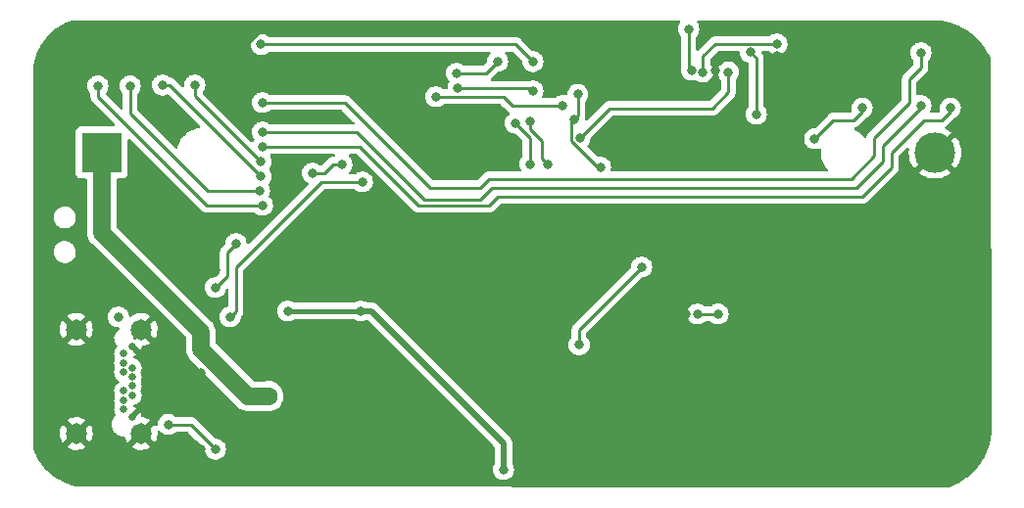
<source format=gbr>
%TF.GenerationSoftware,KiCad,Pcbnew,(6.0.2-0)*%
%TF.CreationDate,2022-09-10T16:34:37-06:00*%
%TF.ProjectId,Sensor Data Logger,53656e73-6f72-4204-9461-7461204c6f67,rev?*%
%TF.SameCoordinates,Original*%
%TF.FileFunction,Copper,L2,Bot*%
%TF.FilePolarity,Positive*%
%FSLAX46Y46*%
G04 Gerber Fmt 4.6, Leading zero omitted, Abs format (unit mm)*
G04 Created by KiCad (PCBNEW (6.0.2-0)) date 2022-09-10 16:34:37*
%MOMM*%
%LPD*%
G01*
G04 APERTURE LIST*
%TA.AperFunction,ComponentPad*%
%ADD10C,0.650000*%
%TD*%
%TA.AperFunction,ComponentPad*%
%ADD11C,1.815000*%
%TD*%
%TA.AperFunction,ComponentPad*%
%ADD12R,3.500000X3.500000*%
%TD*%
%TA.AperFunction,ComponentPad*%
%ADD13C,3.500000*%
%TD*%
%TA.AperFunction,ViaPad*%
%ADD14C,0.800000*%
%TD*%
%TA.AperFunction,ViaPad*%
%ADD15C,1.600000*%
%TD*%
%TA.AperFunction,Conductor*%
%ADD16C,0.250000*%
%TD*%
%TA.AperFunction,Conductor*%
%ADD17C,0.500000*%
%TD*%
%TA.AperFunction,Conductor*%
%ADD18C,0.400000*%
%TD*%
%TA.AperFunction,Conductor*%
%ADD19C,1.500000*%
%TD*%
G04 APERTURE END LIST*
D10*
%TO.P,J6,B1,GND_3*%
%TO.N,GND*%
X127402000Y-91188000D03*
%TO.P,J6,B2,SSTXP2*%
%TO.N,unconnected-(J6-PadB2)*%
X126702000Y-90538000D03*
%TO.P,J6,B3,SSTXN2*%
%TO.N,unconnected-(J6-PadB3)*%
X126702000Y-89738000D03*
%TO.P,J6,B4,VBUS_3*%
%TO.N,VBUS*%
X127402000Y-89338000D03*
%TO.P,J6,B5,CC2*%
%TO.N,unconnected-(J6-PadB5)*%
X126702000Y-88938000D03*
%TO.P,J6,B6,DP2*%
%TO.N,unconnected-(J6-PadB6)*%
X127402000Y-88538000D03*
%TO.P,J6,B7,DN2*%
%TO.N,unconnected-(J6-PadB7)*%
X127402000Y-87738000D03*
%TO.P,J6,B8,SBU2*%
%TO.N,unconnected-(J6-PadB8)*%
X126702000Y-87338000D03*
%TO.P,J6,B9,VBUS_4*%
%TO.N,VBUS*%
X127402000Y-86938000D03*
%TO.P,J6,B10,SSRXN1*%
%TO.N,unconnected-(J6-PadB10)*%
X126702000Y-86538000D03*
%TO.P,J6,B11,SSRXP1*%
%TO.N,unconnected-(J6-PadB11)*%
X126702000Y-85738000D03*
%TO.P,J6,B12,GND_4*%
%TO.N,GND*%
X127402000Y-85088000D03*
D11*
%TO.P,J6,MH1,MH1*%
X128202000Y-83638000D03*
%TO.P,J6,MH2,MH2*%
X128202000Y-92638000D03*
%TO.P,J6,MH3,MH3*%
X122602000Y-92638000D03*
%TO.P,J6,MH4,MH4*%
X122602000Y-83638000D03*
%TD*%
D12*
%TO.P,BT2,1,+*%
%TO.N,/BAT*%
X124782000Y-68326000D03*
D13*
%TO.P,BT2,2,-*%
%TO.N,GND*%
X196782000Y-68326000D03*
%TD*%
D14*
%TO.N,GND*%
X133374000Y-87376000D03*
X177800000Y-61214000D03*
X183134000Y-65786000D03*
X132346000Y-87896000D03*
X141224000Y-75438000D03*
X198120000Y-59690000D03*
X136652000Y-60960000D03*
X187960000Y-59436000D03*
X135128000Y-90424000D03*
X147066000Y-84328000D03*
X130556000Y-90170000D03*
X132588000Y-79756000D03*
X175260000Y-82296000D03*
X175514000Y-87376000D03*
X192532000Y-84836000D03*
X134633000Y-78473000D03*
X175260000Y-88900000D03*
X183134000Y-59944000D03*
X147574000Y-63246000D03*
X139192000Y-94234000D03*
X155702000Y-57658000D03*
X161798000Y-57912000D03*
X144272000Y-92456000D03*
X164140000Y-62174000D03*
X138430000Y-57658000D03*
X133350000Y-93980000D03*
X179070000Y-91694000D03*
X166038000Y-88773000D03*
%TO.N,VBUS*%
X126238000Y-82550000D03*
%TO.N,Net-(C2-Pad1)*%
X159512000Y-95758000D03*
X140868000Y-82042000D03*
X147168000Y-82042000D03*
%TO.N,/SD_CS*%
X145542000Y-69342000D03*
X164592000Y-64262000D03*
X143002000Y-70104000D03*
X153670000Y-63500000D03*
%TO.N,/SD_CLK*%
X176729000Y-61363000D03*
X183134000Y-58928000D03*
%TO.N,/SD_MISO*%
X166116000Y-67056000D03*
X178929000Y-61363000D03*
%TO.N,/BAT_ADC*%
X134620000Y-80010000D03*
X136398000Y-76200000D03*
%TO.N,/REGN*%
X130552000Y-91851000D03*
X134616000Y-93982000D03*
%TO.N,VCC*%
X162052000Y-60454000D03*
X178054000Y-82294000D03*
X165923000Y-63307000D03*
X167894000Y-69596000D03*
X175514000Y-57658000D03*
X165624760Y-65464500D03*
X138566000Y-58971000D03*
X171450000Y-78232000D03*
X176276000Y-82296000D03*
X166038000Y-84963000D03*
X175768000Y-61214000D03*
%TO.N,/LED_1*%
X138430000Y-71628000D03*
X127254000Y-62566500D03*
%TO.N,/LED_2*%
X130048000Y-62486000D03*
X138566000Y-70401000D03*
%TO.N,/LED_3*%
X138566000Y-69131000D03*
X132842000Y-62486000D03*
%TO.N,/SCL*%
X163322000Y-69342000D03*
X190500000Y-64486000D03*
X161798000Y-65643978D03*
X186387979Y-67139453D03*
%TO.N,/SDA*%
X161798000Y-69342000D03*
X160528000Y-65786000D03*
%TO.N,/LED_0*%
X124460000Y-62566500D03*
X138684000Y-72898000D03*
%TO.N,/A2*%
X195580000Y-59690000D03*
X138684000Y-64008000D03*
%TO.N,/A0*%
X195580000Y-64262000D03*
X138684000Y-66548000D03*
%TO.N,/A1*%
X198120000Y-64486000D03*
X138684000Y-67818000D03*
%TO.N,/BAT_ADC_EN*%
X147320000Y-70866000D03*
X135890000Y-82550000D03*
%TO.N,/RX*%
X162052000Y-62992000D03*
X155566000Y-62781000D03*
%TO.N,/TX*%
X159004000Y-60452000D03*
X155448000Y-61468000D03*
%TO.N,Net-(J5-PadMP1)*%
X181356000Y-65024000D03*
X180819000Y-59652500D03*
D15*
%TO.N,/BAT*%
X139191000Y-89407000D03*
%TD*%
D16*
%TO.N,GND*%
X161544000Y-57658000D02*
X161798000Y-57912000D01*
X175260000Y-82296000D02*
X173482000Y-84074000D01*
X173990000Y-87376000D02*
X175514000Y-87376000D01*
X136652000Y-59648193D02*
X138430000Y-57870193D01*
X138430000Y-57870193D02*
X138430000Y-57658000D01*
X132346000Y-87896000D02*
X130556000Y-89686000D01*
X130556000Y-89686000D02*
X130556000Y-90170000D01*
X155702000Y-57658000D02*
X161544000Y-57658000D01*
X173482000Y-84074000D02*
X173482000Y-86868000D01*
X173482000Y-86868000D02*
X173990000Y-87376000D01*
X136652000Y-60960000D02*
X136652000Y-59648193D01*
D17*
%TO.N,Net-(C2-Pad1)*%
X148082000Y-82042000D02*
X159512000Y-93472000D01*
X159512000Y-93472000D02*
X159512000Y-95758000D01*
X147168000Y-82042000D02*
X148082000Y-82042000D01*
D18*
X147168000Y-82042000D02*
X140868000Y-82042000D01*
D16*
%TO.N,/SD_CS*%
X144018000Y-70104000D02*
X144780000Y-69342000D01*
X159512000Y-63500000D02*
X160274000Y-64262000D01*
X143002000Y-70104000D02*
X144018000Y-70104000D01*
X144780000Y-69342000D02*
X145542000Y-69342000D01*
X160274000Y-64262000D02*
X164338000Y-64262000D01*
X164338000Y-64262000D02*
X164447000Y-64153000D01*
X153670000Y-63500000D02*
X159512000Y-63500000D01*
%TO.N,/SD_CLK*%
X176729000Y-59999000D02*
X176729000Y-61363000D01*
X183134000Y-58928000D02*
X177800000Y-58928000D01*
X177800000Y-58928000D02*
X176729000Y-59999000D01*
%TO.N,/SD_MISO*%
X178929000Y-63133000D02*
X178929000Y-61363000D01*
X166116000Y-67056000D02*
X168656000Y-64516000D01*
X177546000Y-64516000D02*
X178929000Y-63133000D01*
X168656000Y-64516000D02*
X177546000Y-64516000D01*
%TO.N,/BAT_ADC*%
X135636000Y-76962000D02*
X135636000Y-78994000D01*
X136398000Y-76200000D02*
X135636000Y-76962000D01*
X135636000Y-78994000D02*
X134620000Y-80010000D01*
%TO.N,/REGN*%
X134616000Y-93982000D02*
X132485000Y-91851000D01*
X132485000Y-91851000D02*
X130552000Y-91851000D01*
%TO.N,VCC*%
X178054000Y-82294000D02*
X176278000Y-82294000D01*
X176278000Y-82294000D02*
X176276000Y-82296000D01*
X162052000Y-60454000D02*
X160569000Y-58971000D01*
X165391489Y-65697771D02*
X165391489Y-67356103D01*
X165624760Y-65464500D02*
X165391489Y-65697771D01*
X175514000Y-60960000D02*
X175514000Y-57658000D01*
X171450000Y-78232000D02*
X166038000Y-83644000D01*
X171450000Y-78486000D02*
X171450000Y-78232000D01*
X160569000Y-58971000D02*
X138566000Y-58971000D01*
X165923000Y-65166260D02*
X165624760Y-65464500D01*
X138609000Y-58928000D02*
X138566000Y-58971000D01*
X165923000Y-63307000D02*
X165923000Y-65166260D01*
X165391489Y-67356103D02*
X167631386Y-69596000D01*
X167631386Y-69596000D02*
X167894000Y-69596000D01*
X166038000Y-83644000D02*
X166038000Y-84963000D01*
X175768000Y-61214000D02*
X175514000Y-60960000D01*
%TO.N,/LED_1*%
X127254000Y-64945395D02*
X127254000Y-62566500D01*
X133936605Y-71628000D02*
X127254000Y-64945395D01*
X138430000Y-71628000D02*
X133936605Y-71628000D01*
%TO.N,/LED_2*%
X130651000Y-62486000D02*
X130048000Y-62486000D01*
X138566000Y-70401000D02*
X130651000Y-62486000D01*
%TO.N,/LED_3*%
X132842000Y-63407000D02*
X132842000Y-62486000D01*
X138566000Y-69131000D02*
X132842000Y-63407000D01*
%TO.N,/SCL*%
X186387979Y-67139453D02*
X187995432Y-65532000D01*
X190500000Y-64770000D02*
X190500000Y-64486000D01*
X162814000Y-68834000D02*
X163322000Y-69342000D01*
X161798000Y-65643978D02*
X161798000Y-66294000D01*
X161798000Y-66294000D02*
X162814000Y-67310000D01*
X162814000Y-67310000D02*
X162814000Y-68834000D01*
X187995432Y-65532000D02*
X189738000Y-65532000D01*
X189738000Y-65532000D02*
X190500000Y-64770000D01*
%TO.N,/SDA*%
X161798000Y-67056000D02*
X161798000Y-69342000D01*
X160528000Y-65786000D02*
X161798000Y-67056000D01*
%TO.N,/LED_0*%
X124460000Y-63500000D02*
X124460000Y-62566500D01*
X133858000Y-72898000D02*
X124460000Y-63500000D01*
X138684000Y-72898000D02*
X133858000Y-72898000D01*
%TO.N,/A2*%
X194564000Y-64008000D02*
X194564000Y-61976000D01*
X138684000Y-64008000D02*
X145796000Y-64008000D01*
X145796000Y-64008000D02*
X153162000Y-71374000D01*
X191516000Y-68639395D02*
X191516000Y-67056000D01*
X194564000Y-61976000D02*
X195580000Y-60960000D01*
X153162000Y-71374000D02*
X157480000Y-71374000D01*
X195580000Y-60960000D02*
X195580000Y-59690000D01*
X158242000Y-70612000D02*
X189543395Y-70612000D01*
X189543395Y-70612000D02*
X191516000Y-68639395D01*
X191516000Y-67056000D02*
X194564000Y-64008000D01*
X157480000Y-71374000D02*
X158242000Y-70612000D01*
%TO.N,/A0*%
X146812000Y-66548000D02*
X152654000Y-72390000D01*
X152654000Y-72390000D02*
X157480000Y-72390000D01*
X192278000Y-67760994D02*
X195580000Y-64458994D01*
X157480000Y-72390000D02*
X158496000Y-71374000D01*
X192278000Y-69088000D02*
X192278000Y-67760994D01*
X138684000Y-66548000D02*
X146812000Y-66548000D01*
X189992000Y-71374000D02*
X192278000Y-69088000D01*
X158496000Y-71374000D02*
X189992000Y-71374000D01*
X195580000Y-64458994D02*
X195580000Y-64262000D01*
%TO.N,/A1*%
X193040000Y-69596000D02*
X193040000Y-68326000D01*
X197358000Y-65532000D02*
X198120000Y-64770000D01*
X138684000Y-67818000D02*
X147066000Y-67818000D01*
X158242000Y-72898000D02*
X159004000Y-72136000D01*
X147066000Y-67818000D02*
X152146000Y-72898000D01*
X152146000Y-72898000D02*
X158242000Y-72898000D01*
X193040000Y-68326000D02*
X195834000Y-65532000D01*
X190500000Y-72136000D02*
X193040000Y-69596000D01*
X198120000Y-64770000D02*
X198120000Y-64486000D01*
X195834000Y-65532000D02*
X197358000Y-65532000D01*
X159004000Y-72136000D02*
X190500000Y-72136000D01*
%TO.N,/BAT_ADC_EN*%
X143764000Y-70866000D02*
X136398000Y-78232000D01*
X136398000Y-82042000D02*
X135890000Y-82550000D01*
X136398000Y-78232000D02*
X136398000Y-82042000D01*
X147320000Y-70866000D02*
X143764000Y-70866000D01*
%TO.N,/RX*%
X155609000Y-62738000D02*
X155566000Y-62781000D01*
X162052000Y-62992000D02*
X161841000Y-62781000D01*
X161841000Y-62781000D02*
X155566000Y-62781000D01*
%TO.N,/TX*%
X159004000Y-60452000D02*
X157988000Y-61468000D01*
X157988000Y-61468000D02*
X155448000Y-61468000D01*
%TO.N,Net-(J5-PadMP1)*%
X181356000Y-65024000D02*
X181356000Y-60189500D01*
X181356000Y-60189500D02*
X180819000Y-59652500D01*
D19*
%TO.N,/BAT*%
X133350000Y-85344000D02*
X137416000Y-89410000D01*
X133350000Y-83820000D02*
X133350000Y-85344000D01*
D16*
X139188000Y-89410000D02*
X138940000Y-89410000D01*
D19*
X124782000Y-75252000D02*
X133350000Y-83820000D01*
X137416000Y-89410000D02*
X139188000Y-89410000D01*
X124782000Y-68326000D02*
X124782000Y-75252000D01*
%TD*%
%TA.AperFunction,Conductor*%
%TO.N,GND*%
G36*
X135813234Y-56901095D02*
G01*
X174677861Y-56915578D01*
X174745974Y-56935605D01*
X174792447Y-56989278D01*
X174802525Y-57059556D01*
X174779747Y-57115643D01*
X174779384Y-57116143D01*
X174774960Y-57121056D01*
X174679473Y-57286444D01*
X174620458Y-57468072D01*
X174619768Y-57474633D01*
X174619768Y-57474635D01*
X174606839Y-57597648D01*
X174600496Y-57658000D01*
X174620458Y-57847928D01*
X174679473Y-58029556D01*
X174774960Y-58194944D01*
X174848137Y-58276215D01*
X174878853Y-58340221D01*
X174880500Y-58360524D01*
X174880500Y-60881233D01*
X174879973Y-60892416D01*
X174878298Y-60899909D01*
X174878547Y-60907835D01*
X174878547Y-60907836D01*
X174880438Y-60967986D01*
X174880500Y-60971945D01*
X174880500Y-60985720D01*
X174877747Y-61011914D01*
X174876496Y-61017798D01*
X174874458Y-61024072D01*
X174873768Y-61030633D01*
X174873768Y-61030635D01*
X174862615Y-61136749D01*
X174854496Y-61214000D01*
X174855186Y-61220565D01*
X174872214Y-61382574D01*
X174874458Y-61403928D01*
X174933473Y-61585556D01*
X175028960Y-61750944D01*
X175033378Y-61755851D01*
X175033379Y-61755852D01*
X175141531Y-61875967D01*
X175156747Y-61892866D01*
X175311248Y-62005118D01*
X175317276Y-62007802D01*
X175317278Y-62007803D01*
X175479681Y-62080109D01*
X175485712Y-62082794D01*
X175567831Y-62100249D01*
X175666056Y-62121128D01*
X175666061Y-62121128D01*
X175672513Y-62122500D01*
X175863487Y-62122500D01*
X175869939Y-62121128D01*
X175869944Y-62121128D01*
X175968169Y-62100249D01*
X176050288Y-62082794D01*
X176056321Y-62080108D01*
X176056327Y-62080106D01*
X176060591Y-62078208D01*
X176130958Y-62068775D01*
X176185897Y-62091380D01*
X176263139Y-62147500D01*
X176272248Y-62154118D01*
X176278276Y-62156802D01*
X176278278Y-62156803D01*
X176440681Y-62229109D01*
X176446712Y-62231794D01*
X176540113Y-62251647D01*
X176627056Y-62270128D01*
X176627061Y-62270128D01*
X176633513Y-62271500D01*
X176824487Y-62271500D01*
X176830939Y-62270128D01*
X176830944Y-62270128D01*
X176917887Y-62251647D01*
X177011288Y-62231794D01*
X177017319Y-62229109D01*
X177179722Y-62156803D01*
X177179724Y-62156802D01*
X177185752Y-62154118D01*
X177195734Y-62146866D01*
X177255143Y-62103702D01*
X177340253Y-62041866D01*
X177344675Y-62036955D01*
X177463621Y-61904852D01*
X177463625Y-61904847D01*
X177468040Y-61899944D01*
X177542968Y-61770166D01*
X177560223Y-61740279D01*
X177560224Y-61740278D01*
X177563527Y-61734556D01*
X177622542Y-61552928D01*
X177624270Y-61536493D01*
X177641814Y-61369565D01*
X177642504Y-61363000D01*
X177639595Y-61335321D01*
X177623232Y-61179635D01*
X177623232Y-61179633D01*
X177622542Y-61173072D01*
X177563527Y-60991444D01*
X177468040Y-60826056D01*
X177394863Y-60744785D01*
X177364147Y-60680779D01*
X177362500Y-60660476D01*
X177362500Y-60313595D01*
X177382502Y-60245474D01*
X177399405Y-60224499D01*
X178025501Y-59598404D01*
X178087813Y-59564379D01*
X178114596Y-59561500D01*
X179782480Y-59561500D01*
X179850601Y-59581502D01*
X179897094Y-59635158D01*
X179907790Y-59674329D01*
X179924691Y-59835128D01*
X179925458Y-59842428D01*
X179984473Y-60024056D01*
X179987776Y-60029778D01*
X179987777Y-60029779D01*
X180014879Y-60076721D01*
X180079960Y-60189444D01*
X180084378Y-60194351D01*
X180084379Y-60194352D01*
X180179530Y-60300028D01*
X180207747Y-60331366D01*
X180362248Y-60443618D01*
X180368276Y-60446302D01*
X180368278Y-60446303D01*
X180496112Y-60503218D01*
X180536712Y-60521294D01*
X180543165Y-60522666D01*
X180543169Y-60522667D01*
X180622697Y-60539571D01*
X180685171Y-60573300D01*
X180719492Y-60635449D01*
X180722500Y-60662818D01*
X180722500Y-64321476D01*
X180702498Y-64389597D01*
X180690142Y-64405779D01*
X180616960Y-64487056D01*
X180613659Y-64492774D01*
X180527792Y-64641500D01*
X180521473Y-64652444D01*
X180462458Y-64834072D01*
X180461768Y-64840633D01*
X180461768Y-64840635D01*
X180450928Y-64943770D01*
X180442496Y-65024000D01*
X180443186Y-65030565D01*
X180458727Y-65178425D01*
X180462458Y-65213928D01*
X180521473Y-65395556D01*
X180524776Y-65401278D01*
X180524777Y-65401279D01*
X180555245Y-65454050D01*
X180616960Y-65560944D01*
X180621378Y-65565851D01*
X180621379Y-65565852D01*
X180648589Y-65596072D01*
X180744747Y-65702866D01*
X180819093Y-65756882D01*
X180868207Y-65792565D01*
X180899248Y-65815118D01*
X180905276Y-65817802D01*
X180905278Y-65817803D01*
X181041517Y-65878460D01*
X181073712Y-65892794D01*
X181165889Y-65912387D01*
X181254056Y-65931128D01*
X181254061Y-65931128D01*
X181260513Y-65932500D01*
X181451487Y-65932500D01*
X181457939Y-65931128D01*
X181457944Y-65931128D01*
X181546111Y-65912387D01*
X181638288Y-65892794D01*
X181670483Y-65878460D01*
X181806722Y-65817803D01*
X181806724Y-65817802D01*
X181812752Y-65815118D01*
X181843794Y-65792565D01*
X181892907Y-65756882D01*
X181967253Y-65702866D01*
X182063411Y-65596072D01*
X182090621Y-65565852D01*
X182090622Y-65565851D01*
X182095040Y-65560944D01*
X182156755Y-65454050D01*
X182187223Y-65401279D01*
X182187224Y-65401278D01*
X182190527Y-65395556D01*
X182249542Y-65213928D01*
X182253274Y-65178425D01*
X182268814Y-65030565D01*
X182269504Y-65024000D01*
X182261072Y-64943770D01*
X182250232Y-64840635D01*
X182250232Y-64840633D01*
X182249542Y-64834072D01*
X182190527Y-64652444D01*
X182184209Y-64641500D01*
X182098341Y-64492774D01*
X182095040Y-64487056D01*
X182021863Y-64405785D01*
X181991147Y-64341779D01*
X181989500Y-64321476D01*
X181989500Y-60268268D01*
X181990027Y-60257085D01*
X181991702Y-60249592D01*
X181990811Y-60221226D01*
X181989562Y-60181502D01*
X181989500Y-60177544D01*
X181989500Y-60149644D01*
X181988996Y-60145653D01*
X181988063Y-60133811D01*
X181986923Y-60097536D01*
X181986674Y-60089611D01*
X181981021Y-60070152D01*
X181977012Y-60050793D01*
X181975851Y-60041607D01*
X181974474Y-60030703D01*
X181971558Y-60023337D01*
X181971556Y-60023331D01*
X181958200Y-59989598D01*
X181954355Y-59978368D01*
X181944230Y-59943517D01*
X181944230Y-59943516D01*
X181942019Y-59935907D01*
X181936927Y-59927297D01*
X181931705Y-59918466D01*
X181923008Y-59900713D01*
X181918472Y-59889258D01*
X181915552Y-59881883D01*
X181889563Y-59846112D01*
X181883047Y-59836192D01*
X181864578Y-59804963D01*
X181860542Y-59798138D01*
X181846221Y-59783817D01*
X181833379Y-59768782D01*
X181828538Y-59762118D01*
X181828132Y-59761559D01*
X181804274Y-59694692D01*
X181820356Y-59625541D01*
X181871270Y-59576061D01*
X181930069Y-59561500D01*
X182425800Y-59561500D01*
X182493921Y-59581502D01*
X182513147Y-59597843D01*
X182513420Y-59597540D01*
X182518332Y-59601963D01*
X182522747Y-59606866D01*
X182544099Y-59622379D01*
X182646207Y-59696565D01*
X182677248Y-59719118D01*
X182683276Y-59721802D01*
X182683278Y-59721803D01*
X182845681Y-59794109D01*
X182851712Y-59796794D01*
X182936475Y-59814811D01*
X183032056Y-59835128D01*
X183032061Y-59835128D01*
X183038513Y-59836500D01*
X183229487Y-59836500D01*
X183235939Y-59835128D01*
X183235944Y-59835128D01*
X183331525Y-59814811D01*
X183416288Y-59796794D01*
X183422319Y-59794109D01*
X183584722Y-59721803D01*
X183584724Y-59721802D01*
X183590752Y-59719118D01*
X183621794Y-59696565D01*
X183647128Y-59678158D01*
X183745253Y-59606866D01*
X183753650Y-59597540D01*
X183868621Y-59469852D01*
X183868622Y-59469851D01*
X183873040Y-59464944D01*
X183968527Y-59299556D01*
X184027542Y-59117928D01*
X184039175Y-59007251D01*
X184046814Y-58934565D01*
X184047504Y-58928000D01*
X184036280Y-58821206D01*
X184028232Y-58744635D01*
X184028232Y-58744633D01*
X184027542Y-58738072D01*
X183968527Y-58556444D01*
X183944370Y-58514602D01*
X183912753Y-58459841D01*
X183873040Y-58391056D01*
X183864095Y-58381121D01*
X183749675Y-58254045D01*
X183749674Y-58254044D01*
X183745253Y-58249134D01*
X183590752Y-58136882D01*
X183584724Y-58134198D01*
X183584722Y-58134197D01*
X183422319Y-58061891D01*
X183422318Y-58061891D01*
X183416288Y-58059206D01*
X183322888Y-58039353D01*
X183235944Y-58020872D01*
X183235939Y-58020872D01*
X183229487Y-58019500D01*
X183038513Y-58019500D01*
X183032061Y-58020872D01*
X183032056Y-58020872D01*
X182945112Y-58039353D01*
X182851712Y-58059206D01*
X182845682Y-58061891D01*
X182845681Y-58061891D01*
X182683278Y-58134197D01*
X182683276Y-58134198D01*
X182677248Y-58136882D01*
X182522747Y-58249134D01*
X182518332Y-58254037D01*
X182513420Y-58258460D01*
X182512295Y-58257211D01*
X182458986Y-58290051D01*
X182425800Y-58294500D01*
X177878768Y-58294500D01*
X177867585Y-58293973D01*
X177860092Y-58292298D01*
X177852166Y-58292547D01*
X177852165Y-58292547D01*
X177792002Y-58294438D01*
X177788044Y-58294500D01*
X177760144Y-58294500D01*
X177756154Y-58295004D01*
X177744320Y-58295936D01*
X177700111Y-58297326D01*
X177692497Y-58299538D01*
X177692492Y-58299539D01*
X177680659Y-58302977D01*
X177661296Y-58306988D01*
X177641203Y-58309526D01*
X177633836Y-58312443D01*
X177633831Y-58312444D01*
X177600092Y-58325802D01*
X177588865Y-58329646D01*
X177546407Y-58341982D01*
X177539581Y-58346019D01*
X177528972Y-58352293D01*
X177511224Y-58360988D01*
X177492383Y-58368448D01*
X177485967Y-58373110D01*
X177485966Y-58373110D01*
X177456613Y-58394436D01*
X177446693Y-58400952D01*
X177415465Y-58419420D01*
X177415462Y-58419422D01*
X177408638Y-58423458D01*
X177394317Y-58437779D01*
X177379284Y-58450619D01*
X177362893Y-58462528D01*
X177357842Y-58468634D01*
X177334702Y-58496605D01*
X177326722Y-58505374D01*
X176362593Y-59469502D01*
X176300283Y-59503526D01*
X176229467Y-59498461D01*
X176172632Y-59455914D01*
X176147821Y-59389394D01*
X176147500Y-59380405D01*
X176147500Y-58360524D01*
X176167502Y-58292403D01*
X176179858Y-58276221D01*
X176253040Y-58194944D01*
X176348527Y-58029556D01*
X176407542Y-57847928D01*
X176427504Y-57658000D01*
X176421161Y-57597648D01*
X176408232Y-57474635D01*
X176408232Y-57474633D01*
X176407542Y-57468072D01*
X176348527Y-57286444D01*
X176253040Y-57121056D01*
X176248690Y-57116225D01*
X176224845Y-57049392D01*
X176240927Y-56980241D01*
X176291841Y-56930762D01*
X176350686Y-56916201D01*
X185558001Y-56919632D01*
X197250540Y-56923990D01*
X197252082Y-56924095D01*
X197253626Y-56924535D01*
X197258115Y-56924505D01*
X197258118Y-56924505D01*
X197275246Y-56924390D01*
X197296428Y-56926039D01*
X197460549Y-56952880D01*
X197669707Y-56987088D01*
X197679271Y-56989036D01*
X198077310Y-57086338D01*
X198086706Y-57089025D01*
X198169619Y-57116261D01*
X198476000Y-57216905D01*
X198485165Y-57220315D01*
X198863367Y-57378001D01*
X198872229Y-57382106D01*
X198872575Y-57382283D01*
X199237067Y-57568653D01*
X199245595Y-57573440D01*
X199594857Y-57787714D01*
X199602988Y-57793148D01*
X199934576Y-58033863D01*
X199942261Y-58039911D01*
X200254184Y-58305621D01*
X200261377Y-58312247D01*
X200326722Y-58377305D01*
X200549842Y-58599444D01*
X200551743Y-58601337D01*
X200558401Y-58608500D01*
X200825489Y-58919261D01*
X200831570Y-58926920D01*
X201073744Y-59257450D01*
X201079214Y-59265557D01*
X201295023Y-59613872D01*
X201299847Y-59622379D01*
X201487992Y-59986382D01*
X201492142Y-59995238D01*
X201566539Y-60171488D01*
X201599508Y-60249592D01*
X201610899Y-60276579D01*
X201620817Y-60325479D01*
X201646029Y-92719794D01*
X201646032Y-92723973D01*
X201645800Y-92727724D01*
X201644830Y-92731275D01*
X201644990Y-92740247D01*
X201644990Y-92740248D01*
X201645209Y-92752496D01*
X201643761Y-92773921D01*
X201587016Y-93142372D01*
X201582557Y-93171323D01*
X201580590Y-93181364D01*
X201499829Y-93520120D01*
X201480124Y-93602771D01*
X201477349Y-93612620D01*
X201343018Y-94024496D01*
X201339453Y-94034086D01*
X201172152Y-94433692D01*
X201167821Y-94442962D01*
X200968643Y-94827684D01*
X200963574Y-94836572D01*
X200733834Y-95203872D01*
X200728060Y-95212319D01*
X200469285Y-95559754D01*
X200462845Y-95567705D01*
X200176724Y-95893006D01*
X200169676Y-95900393D01*
X200017969Y-96046959D01*
X199858092Y-96201418D01*
X199850451Y-96208222D01*
X199751690Y-96289226D01*
X199566952Y-96440749D01*
X199515490Y-96482958D01*
X199507328Y-96489116D01*
X199151158Y-96735782D01*
X199142533Y-96741250D01*
X198767542Y-96958194D01*
X198758488Y-96962952D01*
X198507490Y-97082117D01*
X198367136Y-97148752D01*
X198357722Y-97152762D01*
X198038149Y-97273790D01*
X197993477Y-97281957D01*
X122997486Y-97254010D01*
X122993457Y-97253758D01*
X122989682Y-97252727D01*
X122980708Y-97252887D01*
X122980707Y-97252887D01*
X122975199Y-97252985D01*
X122968617Y-97253103D01*
X122947099Y-97251641D01*
X122586480Y-97195829D01*
X122576262Y-97193812D01*
X122191373Y-97101150D01*
X122181354Y-97098295D01*
X121805426Y-96974151D01*
X121795678Y-96970478D01*
X121431301Y-96815708D01*
X121421888Y-96811242D01*
X121146804Y-96666500D01*
X121071532Y-96626894D01*
X121062525Y-96621668D01*
X120948605Y-96549118D01*
X120728602Y-96409010D01*
X120720054Y-96403056D01*
X120642791Y-96344347D01*
X120404824Y-96163528D01*
X120396809Y-96156897D01*
X120209291Y-95988244D01*
X120102455Y-95892156D01*
X120095004Y-95884875D01*
X119823537Y-95596734D01*
X119816712Y-95588863D01*
X119569961Y-95279260D01*
X119563811Y-95270852D01*
X119343493Y-94941945D01*
X119338057Y-94933057D01*
X119314393Y-94890500D01*
X119145652Y-94587050D01*
X119140970Y-94577744D01*
X119114373Y-94518944D01*
X118977806Y-94217027D01*
X118973915Y-94207379D01*
X118961292Y-94171928D01*
X118869479Y-93914090D01*
X118862178Y-93871806D01*
X118862187Y-93804889D01*
X121799941Y-93804889D01*
X121805222Y-93811944D01*
X121983829Y-93916314D01*
X121993112Y-93920761D01*
X122200904Y-94000109D01*
X122210806Y-94002986D01*
X122428749Y-94047327D01*
X122439001Y-94048550D01*
X122661267Y-94056700D01*
X122671553Y-94056233D01*
X122892180Y-94027970D01*
X122902258Y-94025828D01*
X123115300Y-93961912D01*
X123124898Y-93958150D01*
X123324640Y-93860299D01*
X123333487Y-93855025D01*
X123392475Y-93812949D01*
X123398804Y-93804889D01*
X127399941Y-93804889D01*
X127405222Y-93811944D01*
X127583829Y-93916314D01*
X127593112Y-93920761D01*
X127800904Y-94000109D01*
X127810806Y-94002986D01*
X128028749Y-94047327D01*
X128039001Y-94048550D01*
X128261267Y-94056700D01*
X128271553Y-94056233D01*
X128492180Y-94027970D01*
X128502258Y-94025828D01*
X128715300Y-93961912D01*
X128724898Y-93958150D01*
X128924640Y-93860299D01*
X128933487Y-93855025D01*
X128992475Y-93812949D01*
X129000875Y-93802251D01*
X128993887Y-93789097D01*
X128214812Y-93010022D01*
X128200868Y-93002408D01*
X128199035Y-93002539D01*
X128192420Y-93006790D01*
X127406701Y-93792509D01*
X127399941Y-93804889D01*
X123398804Y-93804889D01*
X123400875Y-93802251D01*
X123393887Y-93789097D01*
X122614812Y-93010022D01*
X122600868Y-93002408D01*
X122599035Y-93002539D01*
X122592420Y-93006790D01*
X121806701Y-93792509D01*
X121799941Y-93804889D01*
X118862187Y-93804889D01*
X118862352Y-92608454D01*
X121182370Y-92608454D01*
X121195174Y-92830506D01*
X121196610Y-92840727D01*
X121245508Y-93057701D01*
X121248587Y-93067529D01*
X121332271Y-93273617D01*
X121336914Y-93282808D01*
X121426644Y-93429236D01*
X121437100Y-93438696D01*
X121445878Y-93434912D01*
X122229978Y-92650812D01*
X122236356Y-92639132D01*
X122966408Y-92639132D01*
X122966539Y-92640965D01*
X122970790Y-92647580D01*
X123753676Y-93430466D01*
X123765686Y-93437024D01*
X123777426Y-93428056D01*
X123816460Y-93373736D01*
X123821769Y-93364899D01*
X123920315Y-93165507D01*
X123924114Y-93155912D01*
X123988770Y-92943107D01*
X123990949Y-92933026D01*
X124020218Y-92710706D01*
X124020737Y-92704031D01*
X124022269Y-92641364D01*
X124022075Y-92634646D01*
X124003703Y-92411181D01*
X124002018Y-92401001D01*
X123947833Y-92185282D01*
X123944513Y-92175531D01*
X123855820Y-91971549D01*
X123850953Y-91962474D01*
X123776647Y-91847614D01*
X123765962Y-91838411D01*
X123756395Y-91842815D01*
X122974022Y-92625188D01*
X122966408Y-92639132D01*
X122236356Y-92639132D01*
X122237592Y-92636868D01*
X122237461Y-92635035D01*
X122233210Y-92628420D01*
X121450469Y-91845679D01*
X121438933Y-91839379D01*
X121426650Y-91849003D01*
X121369931Y-91932150D01*
X121364832Y-91941126D01*
X121271187Y-92142864D01*
X121267628Y-92152539D01*
X121208189Y-92366870D01*
X121206258Y-92376990D01*
X121182622Y-92598165D01*
X121182370Y-92608454D01*
X118862352Y-92608454D01*
X118862508Y-91473356D01*
X121802152Y-91473356D01*
X121808898Y-91485688D01*
X122589188Y-92265978D01*
X122603132Y-92273592D01*
X122604965Y-92273461D01*
X122611580Y-92269210D01*
X123396330Y-91484460D01*
X123403351Y-91471604D01*
X123395578Y-91460936D01*
X123392068Y-91458164D01*
X123383481Y-91452459D01*
X123188769Y-91344972D01*
X123179357Y-91340742D01*
X122969698Y-91266497D01*
X122959728Y-91263863D01*
X122740757Y-91224860D01*
X122730503Y-91223890D01*
X122508091Y-91221172D01*
X122497807Y-91221892D01*
X122277950Y-91255535D01*
X122267922Y-91257924D01*
X122056510Y-91327024D01*
X122047001Y-91331021D01*
X121849718Y-91433720D01*
X121840997Y-91439212D01*
X121810605Y-91462031D01*
X121802152Y-91473356D01*
X118862508Y-91473356D01*
X118863426Y-84804889D01*
X121799941Y-84804889D01*
X121805222Y-84811944D01*
X121983829Y-84916314D01*
X121993112Y-84920761D01*
X122200904Y-85000109D01*
X122210806Y-85002986D01*
X122428749Y-85047327D01*
X122439001Y-85048550D01*
X122661267Y-85056700D01*
X122671553Y-85056233D01*
X122892180Y-85027970D01*
X122902258Y-85025828D01*
X123115300Y-84961912D01*
X123124898Y-84958150D01*
X123324640Y-84860299D01*
X123333487Y-84855025D01*
X123392475Y-84812949D01*
X123400875Y-84802251D01*
X123393887Y-84789097D01*
X122614812Y-84010022D01*
X122600868Y-84002408D01*
X122599035Y-84002539D01*
X122592420Y-84006790D01*
X121806701Y-84792509D01*
X121799941Y-84804889D01*
X118863426Y-84804889D01*
X118863591Y-83608454D01*
X121182370Y-83608454D01*
X121195174Y-83830506D01*
X121196610Y-83840727D01*
X121245508Y-84057701D01*
X121248587Y-84067529D01*
X121332271Y-84273617D01*
X121336914Y-84282808D01*
X121426644Y-84429236D01*
X121437100Y-84438696D01*
X121445878Y-84434912D01*
X122229978Y-83650812D01*
X122236356Y-83639132D01*
X122966408Y-83639132D01*
X122966539Y-83640965D01*
X122970790Y-83647580D01*
X123753676Y-84430466D01*
X123765686Y-84437024D01*
X123777426Y-84428056D01*
X123816460Y-84373736D01*
X123821769Y-84364899D01*
X123920315Y-84165507D01*
X123924114Y-84155912D01*
X123988770Y-83943107D01*
X123990949Y-83933026D01*
X124020218Y-83710706D01*
X124020737Y-83704031D01*
X124022269Y-83641364D01*
X124022075Y-83634646D01*
X124003703Y-83411181D01*
X124002018Y-83401001D01*
X123947833Y-83185282D01*
X123944513Y-83175531D01*
X123855820Y-82971549D01*
X123850953Y-82962474D01*
X123776647Y-82847614D01*
X123765962Y-82838411D01*
X123756395Y-82842815D01*
X122974022Y-83625188D01*
X122966408Y-83639132D01*
X122236356Y-83639132D01*
X122237592Y-83636868D01*
X122237461Y-83635035D01*
X122233210Y-83628420D01*
X121450469Y-82845679D01*
X121438933Y-82839379D01*
X121426650Y-82849003D01*
X121369931Y-82932150D01*
X121364832Y-82941126D01*
X121271187Y-83142864D01*
X121267628Y-83152539D01*
X121208189Y-83366870D01*
X121206258Y-83376990D01*
X121182622Y-83598165D01*
X121182370Y-83608454D01*
X118863591Y-83608454D01*
X118863747Y-82473356D01*
X121802152Y-82473356D01*
X121808898Y-82485688D01*
X122589188Y-83265978D01*
X122603132Y-83273592D01*
X122604965Y-83273461D01*
X122611580Y-83269210D01*
X123330790Y-82550000D01*
X125324496Y-82550000D01*
X125325186Y-82556565D01*
X125342863Y-82724749D01*
X125344458Y-82739928D01*
X125403473Y-82921556D01*
X125406776Y-82927278D01*
X125406777Y-82927279D01*
X125433097Y-82972866D01*
X125498960Y-83086944D01*
X125503378Y-83091851D01*
X125503379Y-83091852D01*
X125603007Y-83202500D01*
X125626747Y-83228866D01*
X125781248Y-83341118D01*
X125787276Y-83343802D01*
X125787278Y-83343803D01*
X125942788Y-83413040D01*
X125955712Y-83418794D01*
X126031941Y-83434997D01*
X126136056Y-83457128D01*
X126136061Y-83457128D01*
X126142513Y-83458500D01*
X126217866Y-83458500D01*
X126285987Y-83478502D01*
X126332480Y-83532158D01*
X126342584Y-83602432D01*
X126313090Y-83667012D01*
X126282760Y-83692503D01*
X126195095Y-83745177D01*
X126190138Y-83749865D01*
X126190135Y-83749867D01*
X126068473Y-83864918D01*
X126063515Y-83869607D01*
X126059683Y-83875245D01*
X126059680Y-83875249D01*
X126003039Y-83958594D01*
X125961723Y-84019388D01*
X125894470Y-84187534D01*
X125893356Y-84194262D01*
X125893355Y-84194266D01*
X125866007Y-84359461D01*
X125864892Y-84366198D01*
X125865249Y-84373015D01*
X125865249Y-84373019D01*
X125871068Y-84484043D01*
X125874370Y-84547047D01*
X125876181Y-84553620D01*
X125876181Y-84553623D01*
X125886599Y-84591444D01*
X125922461Y-84721641D01*
X126006922Y-84881836D01*
X126011327Y-84887049D01*
X126011330Y-84887053D01*
X126102709Y-84995184D01*
X126131401Y-85060125D01*
X126120428Y-85130268D01*
X126100107Y-85160822D01*
X126028393Y-85240469D01*
X126028390Y-85240473D01*
X126023970Y-85245382D01*
X126020670Y-85251098D01*
X126020667Y-85251102D01*
X125950586Y-85372488D01*
X125936366Y-85397118D01*
X125934326Y-85403398D01*
X125934325Y-85403399D01*
X125925805Y-85429622D01*
X125882223Y-85563751D01*
X125881533Y-85570317D01*
X125881532Y-85570321D01*
X125872816Y-85653251D01*
X125863909Y-85738000D01*
X125864599Y-85744565D01*
X125879832Y-85889497D01*
X125882223Y-85912249D01*
X125906582Y-85987218D01*
X125928568Y-86054881D01*
X125936366Y-86078882D01*
X125939665Y-86084597D01*
X125940625Y-86086752D01*
X125950059Y-86157119D01*
X125940625Y-86189248D01*
X125939665Y-86191403D01*
X125936366Y-86197118D01*
X125934328Y-86203391D01*
X125934326Y-86203395D01*
X125920661Y-86245452D01*
X125882223Y-86363751D01*
X125863909Y-86538000D01*
X125864599Y-86544565D01*
X125870783Y-86603399D01*
X125882223Y-86712249D01*
X125936366Y-86878882D01*
X125939665Y-86884597D01*
X125940625Y-86886752D01*
X125950059Y-86957119D01*
X125940625Y-86989248D01*
X125939665Y-86991403D01*
X125936366Y-86997118D01*
X125882223Y-87163751D01*
X125863909Y-87338000D01*
X125882223Y-87512249D01*
X125936366Y-87678882D01*
X125939669Y-87684603D01*
X126020667Y-87824898D01*
X126020670Y-87824902D01*
X126023970Y-87830618D01*
X126028388Y-87835525D01*
X126028389Y-87835526D01*
X126103129Y-87918532D01*
X126141208Y-87960823D01*
X126146547Y-87964702D01*
X126244768Y-88036064D01*
X126288122Y-88092286D01*
X126294197Y-88163023D01*
X126261065Y-88225814D01*
X126244768Y-88239936D01*
X126147044Y-88310937D01*
X126141208Y-88315177D01*
X126136795Y-88320079D01*
X126136793Y-88320080D01*
X126064110Y-88400802D01*
X126023970Y-88445382D01*
X126020670Y-88451098D01*
X126020667Y-88451102D01*
X125970497Y-88538000D01*
X125936366Y-88597118D01*
X125882223Y-88763751D01*
X125863909Y-88938000D01*
X125864599Y-88944565D01*
X125865986Y-88957757D01*
X125882223Y-89112249D01*
X125936366Y-89278882D01*
X125939665Y-89284597D01*
X125940625Y-89286752D01*
X125950059Y-89357119D01*
X125940625Y-89389248D01*
X125939665Y-89391403D01*
X125936366Y-89397118D01*
X125882223Y-89563751D01*
X125881533Y-89570317D01*
X125881532Y-89570321D01*
X125870122Y-89678882D01*
X125863909Y-89738000D01*
X125864599Y-89744565D01*
X125876337Y-89856243D01*
X125882223Y-89912249D01*
X125896413Y-89955920D01*
X125932914Y-90068257D01*
X125936366Y-90078882D01*
X125939665Y-90084597D01*
X125940625Y-90086752D01*
X125950059Y-90157119D01*
X125940625Y-90189248D01*
X125939665Y-90191403D01*
X125936366Y-90197118D01*
X125934328Y-90203391D01*
X125934326Y-90203395D01*
X125918761Y-90251300D01*
X125882223Y-90363751D01*
X125881533Y-90370317D01*
X125881532Y-90370321D01*
X125873411Y-90447593D01*
X125863909Y-90538000D01*
X125864599Y-90544565D01*
X125880993Y-90700543D01*
X125882223Y-90712249D01*
X125936366Y-90878882D01*
X125973096Y-90942500D01*
X125986030Y-90964903D01*
X126002767Y-91033898D01*
X125979546Y-91100990D01*
X125966791Y-91116017D01*
X125963157Y-91118980D01*
X125959230Y-91123728D01*
X125959228Y-91123729D01*
X125944859Y-91141098D01*
X125832713Y-91276659D01*
X125735381Y-91456671D01*
X125674867Y-91652160D01*
X125674224Y-91658282D01*
X125674223Y-91658285D01*
X125655292Y-91838411D01*
X125653477Y-91855680D01*
X125672024Y-92059478D01*
X125673762Y-92065384D01*
X125673763Y-92065388D01*
X125699413Y-92152539D01*
X125729802Y-92255793D01*
X125732655Y-92261251D01*
X125732657Y-92261255D01*
X125759686Y-92312956D01*
X125824612Y-92437147D01*
X125828470Y-92441945D01*
X125828471Y-92441947D01*
X125902282Y-92533749D01*
X125952840Y-92596631D01*
X126109604Y-92728172D01*
X126288933Y-92826758D01*
X126294800Y-92828619D01*
X126294802Y-92828620D01*
X126306819Y-92832432D01*
X126483994Y-92888636D01*
X126643256Y-92906500D01*
X126710669Y-92906500D01*
X126778790Y-92926502D01*
X126825283Y-92980158D01*
X126833586Y-93004799D01*
X126845507Y-93057696D01*
X126848589Y-93067534D01*
X126932271Y-93273617D01*
X126936914Y-93282808D01*
X127026644Y-93429236D01*
X127037100Y-93438696D01*
X127045878Y-93434912D01*
X127829978Y-92650812D01*
X127836356Y-92639132D01*
X128566408Y-92639132D01*
X128566539Y-92640965D01*
X128570790Y-92647580D01*
X129353676Y-93430466D01*
X129365686Y-93437024D01*
X129377426Y-93428056D01*
X129416460Y-93373736D01*
X129421769Y-93364899D01*
X129520315Y-93165507D01*
X129524114Y-93155912D01*
X129588770Y-92943107D01*
X129590949Y-92933026D01*
X129620218Y-92710706D01*
X129620737Y-92704031D01*
X129622269Y-92641364D01*
X129622075Y-92634647D01*
X129611163Y-92501920D01*
X129625516Y-92432390D01*
X129675181Y-92381657D01*
X129744391Y-92365829D01*
X129811171Y-92389931D01*
X129830373Y-92407284D01*
X129940747Y-92529866D01*
X130026025Y-92591824D01*
X130084964Y-92634646D01*
X130095248Y-92642118D01*
X130101276Y-92644802D01*
X130101278Y-92644803D01*
X130249300Y-92710706D01*
X130269712Y-92719794D01*
X130347644Y-92736359D01*
X130450056Y-92758128D01*
X130450061Y-92758128D01*
X130456513Y-92759500D01*
X130647487Y-92759500D01*
X130653939Y-92758128D01*
X130653944Y-92758128D01*
X130756356Y-92736359D01*
X130834288Y-92719794D01*
X130854700Y-92710706D01*
X131002722Y-92644803D01*
X131002724Y-92644802D01*
X131008752Y-92642118D01*
X131019037Y-92634646D01*
X131141671Y-92545546D01*
X131163253Y-92529866D01*
X131167668Y-92524963D01*
X131172580Y-92520540D01*
X131173705Y-92521789D01*
X131227014Y-92488949D01*
X131260200Y-92484500D01*
X132170406Y-92484500D01*
X132238527Y-92504502D01*
X132259501Y-92521405D01*
X132965801Y-93227706D01*
X133668878Y-93930783D01*
X133702904Y-93993095D01*
X133705093Y-94006706D01*
X133722458Y-94171928D01*
X133781473Y-94353556D01*
X133876960Y-94518944D01*
X134004747Y-94660866D01*
X134159248Y-94773118D01*
X134165276Y-94775802D01*
X134165278Y-94775803D01*
X134327681Y-94848109D01*
X134333712Y-94850794D01*
X134427112Y-94870647D01*
X134514056Y-94889128D01*
X134514061Y-94889128D01*
X134520513Y-94890500D01*
X134711487Y-94890500D01*
X134717939Y-94889128D01*
X134717944Y-94889128D01*
X134804888Y-94870647D01*
X134898288Y-94850794D01*
X134904319Y-94848109D01*
X135066722Y-94775803D01*
X135066724Y-94775802D01*
X135072752Y-94773118D01*
X135227253Y-94660866D01*
X135355040Y-94518944D01*
X135450527Y-94353556D01*
X135509542Y-94171928D01*
X135529504Y-93982000D01*
X135522600Y-93916314D01*
X135510232Y-93798635D01*
X135510232Y-93798633D01*
X135509542Y-93792072D01*
X135450527Y-93610444D01*
X135355040Y-93445056D01*
X135349314Y-93438696D01*
X135231675Y-93308045D01*
X135231674Y-93308044D01*
X135227253Y-93303134D01*
X135072752Y-93190882D01*
X135066724Y-93188198D01*
X135066722Y-93188197D01*
X134904319Y-93115891D01*
X134904318Y-93115891D01*
X134898288Y-93113206D01*
X134804887Y-93093353D01*
X134717944Y-93074872D01*
X134717939Y-93074872D01*
X134711487Y-93073500D01*
X134655594Y-93073500D01*
X134587473Y-93053498D01*
X134566499Y-93036595D01*
X133791160Y-92261255D01*
X132988652Y-91458747D01*
X132981112Y-91450461D01*
X132977000Y-91443982D01*
X132927348Y-91397356D01*
X132924507Y-91394602D01*
X132904770Y-91374865D01*
X132901573Y-91372385D01*
X132892551Y-91364680D01*
X132871564Y-91344972D01*
X132860321Y-91334414D01*
X132853375Y-91330595D01*
X132853372Y-91330593D01*
X132842566Y-91324652D01*
X132826047Y-91313801D01*
X132820048Y-91309148D01*
X132810041Y-91301386D01*
X132802772Y-91298241D01*
X132802768Y-91298238D01*
X132769463Y-91283826D01*
X132758813Y-91278609D01*
X132720060Y-91257305D01*
X132700437Y-91252267D01*
X132681734Y-91245863D01*
X132670420Y-91240967D01*
X132670419Y-91240967D01*
X132663145Y-91237819D01*
X132655322Y-91236580D01*
X132655312Y-91236577D01*
X132619476Y-91230901D01*
X132607856Y-91228495D01*
X132572711Y-91219472D01*
X132572710Y-91219472D01*
X132565030Y-91217500D01*
X132544776Y-91217500D01*
X132525065Y-91215949D01*
X132512886Y-91214020D01*
X132505057Y-91212780D01*
X132497165Y-91213526D01*
X132461039Y-91216941D01*
X132449181Y-91217500D01*
X131260200Y-91217500D01*
X131192079Y-91197498D01*
X131172853Y-91181157D01*
X131172580Y-91181460D01*
X131167668Y-91177037D01*
X131163253Y-91172134D01*
X131104392Y-91129369D01*
X131014094Y-91063763D01*
X131014093Y-91063762D01*
X131008752Y-91059882D01*
X131002724Y-91057198D01*
X131002722Y-91057197D01*
X130840319Y-90984891D01*
X130840318Y-90984891D01*
X130834288Y-90982206D01*
X130740887Y-90962353D01*
X130653944Y-90943872D01*
X130653939Y-90943872D01*
X130647487Y-90942500D01*
X130456513Y-90942500D01*
X130450061Y-90943872D01*
X130450056Y-90943872D01*
X130363113Y-90962353D01*
X130269712Y-90982206D01*
X130263682Y-90984891D01*
X130263681Y-90984891D01*
X130101278Y-91057197D01*
X130101276Y-91057198D01*
X130095248Y-91059882D01*
X129940747Y-91172134D01*
X129936326Y-91177044D01*
X129936325Y-91177045D01*
X129827203Y-91298238D01*
X129812960Y-91314056D01*
X129798073Y-91339841D01*
X129728159Y-91460936D01*
X129717473Y-91479444D01*
X129658458Y-91661072D01*
X129657769Y-91667631D01*
X129657768Y-91667634D01*
X129639502Y-91841427D01*
X129612489Y-91907083D01*
X129554267Y-91947713D01*
X129483322Y-91950416D01*
X129422178Y-91914334D01*
X129408400Y-91896696D01*
X129376647Y-91847614D01*
X129365962Y-91838411D01*
X129356395Y-91842815D01*
X128574022Y-92625188D01*
X128566408Y-92639132D01*
X127836356Y-92639132D01*
X127837592Y-92636868D01*
X127837461Y-92635035D01*
X127833210Y-92628420D01*
X127666770Y-92461980D01*
X127632744Y-92399668D01*
X127637809Y-92328853D01*
X127645030Y-92312956D01*
X127665687Y-92274752D01*
X127665688Y-92274750D01*
X127668619Y-92269329D01*
X127729133Y-92073840D01*
X127730403Y-92074233D01*
X127760498Y-92017556D01*
X127822409Y-91982806D01*
X127893279Y-91987045D01*
X127939721Y-92016511D01*
X128189188Y-92265978D01*
X128203132Y-92273592D01*
X128204965Y-92273461D01*
X128211580Y-92269210D01*
X128996330Y-91484460D01*
X129003351Y-91471604D01*
X128995578Y-91460936D01*
X128992068Y-91458164D01*
X128983481Y-91452459D01*
X128788769Y-91344972D01*
X128779357Y-91340742D01*
X128569698Y-91266497D01*
X128559728Y-91263863D01*
X128335667Y-91223953D01*
X128336075Y-91221664D01*
X128279171Y-91198912D01*
X128237964Y-91141098D01*
X128231706Y-91113006D01*
X128221975Y-91020418D01*
X128219245Y-91007578D01*
X128169214Y-90853598D01*
X128163876Y-90841609D01*
X128152335Y-90821619D01*
X128142131Y-90811889D01*
X128134110Y-90815100D01*
X127714773Y-91234437D01*
X127652461Y-91268463D01*
X127581646Y-91263398D01*
X127527481Y-91224294D01*
X127527157Y-91223890D01*
X127451160Y-91129369D01*
X127446443Y-91125411D01*
X127446440Y-91125408D01*
X127445826Y-91124893D01*
X127445594Y-91124544D01*
X127442128Y-91121005D01*
X127442801Y-91120346D01*
X127406500Y-91065783D01*
X127405374Y-90994795D01*
X127417699Y-90965372D01*
X127464331Y-90884603D01*
X127467634Y-90878882D01*
X127475850Y-90853598D01*
X127513987Y-90736224D01*
X127544725Y-90686065D01*
X127771564Y-90459226D01*
X127778324Y-90446846D01*
X127774813Y-90442156D01*
X127666859Y-90394091D01*
X127654372Y-90390033D01*
X127637762Y-90386503D01*
X127575287Y-90352776D01*
X127540965Y-90290627D01*
X127545691Y-90219788D01*
X127587966Y-90162750D01*
X127637757Y-90140010D01*
X127654521Y-90136446D01*
X127654523Y-90136445D01*
X127660984Y-90135072D01*
X127769513Y-90086752D01*
X127815016Y-90066493D01*
X127815018Y-90066492D01*
X127821046Y-90063808D01*
X127962792Y-89960823D01*
X128000872Y-89918532D01*
X128075611Y-89835526D01*
X128075612Y-89835525D01*
X128080030Y-89830618D01*
X128083330Y-89824902D01*
X128083333Y-89824898D01*
X128164331Y-89684603D01*
X128167634Y-89678882D01*
X128221777Y-89512249D01*
X128232264Y-89412475D01*
X128239401Y-89344565D01*
X128240091Y-89338000D01*
X128221777Y-89163751D01*
X128167634Y-88997118D01*
X128164335Y-88991403D01*
X128163375Y-88989248D01*
X128153941Y-88918881D01*
X128163375Y-88886752D01*
X128164335Y-88884597D01*
X128167634Y-88878882D01*
X128221777Y-88712249D01*
X128233218Y-88603399D01*
X128239401Y-88544565D01*
X128240091Y-88538000D01*
X128226081Y-88404699D01*
X128222468Y-88370321D01*
X128222467Y-88370317D01*
X128221777Y-88363751D01*
X128167634Y-88197118D01*
X128164335Y-88191403D01*
X128163375Y-88189248D01*
X128153941Y-88118881D01*
X128163375Y-88086752D01*
X128164335Y-88084597D01*
X128167634Y-88078882D01*
X128221777Y-87912249D01*
X128240091Y-87738000D01*
X128233878Y-87678882D01*
X128222468Y-87570321D01*
X128222467Y-87570317D01*
X128221777Y-87563751D01*
X128167634Y-87397118D01*
X128164335Y-87391403D01*
X128163375Y-87389248D01*
X128153941Y-87318881D01*
X128163375Y-87286752D01*
X128164335Y-87284597D01*
X128167634Y-87278882D01*
X128221777Y-87112249D01*
X128240091Y-86938000D01*
X128221777Y-86763751D01*
X128167634Y-86597118D01*
X128133503Y-86538000D01*
X128083333Y-86451102D01*
X128083330Y-86451098D01*
X128080030Y-86445382D01*
X128075611Y-86440474D01*
X127967207Y-86320080D01*
X127967205Y-86320079D01*
X127962792Y-86315177D01*
X127865818Y-86244721D01*
X127826388Y-86216073D01*
X127826387Y-86216072D01*
X127821046Y-86212192D01*
X127815018Y-86209508D01*
X127815016Y-86209507D01*
X127667015Y-86143613D01*
X127667014Y-86143613D01*
X127660984Y-86140928D01*
X127654523Y-86139555D01*
X127654521Y-86139554D01*
X127637757Y-86135990D01*
X127575284Y-86102261D01*
X127540964Y-86040111D01*
X127545693Y-85969272D01*
X127587969Y-85912235D01*
X127637762Y-85889497D01*
X127654372Y-85885967D01*
X127666859Y-85881909D01*
X127767826Y-85836955D01*
X127778572Y-85827821D01*
X127776975Y-85822185D01*
X127544725Y-85589935D01*
X127513987Y-85539776D01*
X127469676Y-85403402D01*
X127469675Y-85403399D01*
X127467634Y-85397118D01*
X127453414Y-85372488D01*
X127383333Y-85251102D01*
X127383330Y-85251098D01*
X127380030Y-85245382D01*
X127303578Y-85160474D01*
X127272861Y-85096466D01*
X127281624Y-85026013D01*
X127310638Y-84984618D01*
X127340485Y-84956393D01*
X127344317Y-84950755D01*
X127344320Y-84950751D01*
X127371859Y-84910228D01*
X127426692Y-84865130D01*
X127497203Y-84856836D01*
X127565166Y-84891956D01*
X128130466Y-85457256D01*
X128142846Y-85464016D01*
X128149761Y-85458840D01*
X128163876Y-85434391D01*
X128169214Y-85422402D01*
X128219245Y-85268422D01*
X128221975Y-85255581D01*
X128232116Y-85159092D01*
X128259129Y-85093435D01*
X128317351Y-85052805D01*
X128341416Y-85047283D01*
X128492180Y-85027970D01*
X128502258Y-85025828D01*
X128715300Y-84961912D01*
X128724898Y-84958150D01*
X128924640Y-84860299D01*
X128933487Y-84855025D01*
X128992475Y-84812949D01*
X129000875Y-84802251D01*
X128993887Y-84789097D01*
X128214812Y-84010022D01*
X128200868Y-84002408D01*
X128199035Y-84002539D01*
X128192420Y-84006790D01*
X127749193Y-84450017D01*
X127686881Y-84484043D01*
X127616066Y-84478978D01*
X127559230Y-84436431D01*
X127534271Y-84367516D01*
X127529987Y-84285765D01*
X127529630Y-84278953D01*
X127524541Y-84260476D01*
X127483351Y-84110936D01*
X127483350Y-84110933D01*
X127481539Y-84104359D01*
X127481401Y-84104096D01*
X127475147Y-84035888D01*
X127509684Y-83971106D01*
X127841658Y-83639132D01*
X128566408Y-83639132D01*
X128566539Y-83640965D01*
X128570790Y-83647580D01*
X129353676Y-84430466D01*
X129365686Y-84437024D01*
X129377426Y-84428056D01*
X129416460Y-84373736D01*
X129421769Y-84364899D01*
X129520315Y-84165507D01*
X129524114Y-84155912D01*
X129588770Y-83943107D01*
X129590949Y-83933026D01*
X129620218Y-83710706D01*
X129620737Y-83704031D01*
X129622269Y-83641364D01*
X129622075Y-83634646D01*
X129603703Y-83411181D01*
X129602018Y-83401001D01*
X129547833Y-83185282D01*
X129544513Y-83175531D01*
X129455820Y-82971549D01*
X129450953Y-82962474D01*
X129376647Y-82847614D01*
X129365962Y-82838411D01*
X129356395Y-82842815D01*
X128574022Y-83625188D01*
X128566408Y-83639132D01*
X127841658Y-83639132D01*
X128996330Y-82484460D01*
X129003351Y-82471604D01*
X128995578Y-82460936D01*
X128992068Y-82458164D01*
X128983481Y-82452459D01*
X128788769Y-82344972D01*
X128779357Y-82340742D01*
X128569698Y-82266497D01*
X128559728Y-82263863D01*
X128340757Y-82224860D01*
X128330503Y-82223890D01*
X128108091Y-82221172D01*
X128097807Y-82221892D01*
X127877950Y-82255535D01*
X127867922Y-82257924D01*
X127656510Y-82327024D01*
X127647001Y-82331021D01*
X127449718Y-82433720D01*
X127441001Y-82439209D01*
X127339617Y-82515330D01*
X127273132Y-82540235D01*
X127203736Y-82525242D01*
X127153463Y-82475112D01*
X127138654Y-82427739D01*
X127132232Y-82366635D01*
X127132232Y-82366633D01*
X127131542Y-82360072D01*
X127072527Y-82178444D01*
X127068007Y-82170614D01*
X126993751Y-82042000D01*
X126977040Y-82013056D01*
X126897254Y-81924444D01*
X126853675Y-81876045D01*
X126853674Y-81876044D01*
X126849253Y-81871134D01*
X126694752Y-81758882D01*
X126688724Y-81756198D01*
X126688722Y-81756197D01*
X126526319Y-81683891D01*
X126526316Y-81683890D01*
X126520288Y-81681206D01*
X126426888Y-81661353D01*
X126339944Y-81642872D01*
X126339939Y-81642872D01*
X126333487Y-81641500D01*
X126142513Y-81641500D01*
X126136061Y-81642872D01*
X126136056Y-81642872D01*
X126049112Y-81661353D01*
X125955712Y-81681206D01*
X125949684Y-81683890D01*
X125949681Y-81683891D01*
X125787278Y-81756197D01*
X125787276Y-81756198D01*
X125781248Y-81758882D01*
X125626747Y-81871134D01*
X125622326Y-81876044D01*
X125622325Y-81876045D01*
X125578747Y-81924444D01*
X125498960Y-82013056D01*
X125482249Y-82042000D01*
X125407994Y-82170614D01*
X125403473Y-82178444D01*
X125344458Y-82360072D01*
X125343768Y-82366633D01*
X125343768Y-82366635D01*
X125330570Y-82492206D01*
X125324496Y-82550000D01*
X123330790Y-82550000D01*
X123396330Y-82484460D01*
X123403351Y-82471604D01*
X123395578Y-82460936D01*
X123392068Y-82458164D01*
X123383481Y-82452459D01*
X123188769Y-82344972D01*
X123179357Y-82340742D01*
X122969698Y-82266497D01*
X122959728Y-82263863D01*
X122740757Y-82224860D01*
X122730503Y-82223890D01*
X122508091Y-82221172D01*
X122497807Y-82221892D01*
X122277950Y-82255535D01*
X122267922Y-82257924D01*
X122056510Y-82327024D01*
X122047001Y-82331021D01*
X121849718Y-82433720D01*
X121840997Y-82439212D01*
X121810605Y-82462031D01*
X121802152Y-82473356D01*
X118863747Y-82473356D01*
X118864503Y-76985064D01*
X120627707Y-76985064D01*
X120656825Y-77177599D01*
X120659028Y-77183585D01*
X120659029Y-77183591D01*
X120721860Y-77354360D01*
X120721862Y-77354365D01*
X120724063Y-77360346D01*
X120826674Y-77525840D01*
X120831055Y-77530473D01*
X120831056Y-77530474D01*
X120894312Y-77597366D01*
X120960466Y-77667322D01*
X120965696Y-77670984D01*
X120965697Y-77670985D01*
X121042808Y-77724978D01*
X121119975Y-77779011D01*
X121125838Y-77781548D01*
X121292825Y-77853810D01*
X121292829Y-77853811D01*
X121298684Y-77856345D01*
X121304931Y-77857650D01*
X121304934Y-77857651D01*
X121484557Y-77895176D01*
X121484562Y-77895177D01*
X121489293Y-77896165D01*
X121495685Y-77896500D01*
X121638663Y-77896500D01*
X121707951Y-77889462D01*
X121777378Y-77882410D01*
X121777379Y-77882410D01*
X121783727Y-77881765D01*
X121864843Y-77856345D01*
X121963451Y-77825444D01*
X121963456Y-77825442D01*
X121969541Y-77823535D01*
X122056475Y-77775346D01*
X122134271Y-77732223D01*
X122134274Y-77732221D01*
X122139850Y-77729130D01*
X122144691Y-77724981D01*
X122144695Y-77724978D01*
X122282855Y-77606560D01*
X122287698Y-77602409D01*
X122407046Y-77448547D01*
X122447779Y-77365768D01*
X122490200Y-77279556D01*
X122493018Y-77273829D01*
X122494628Y-77267649D01*
X122540492Y-77091575D01*
X122540492Y-77091572D01*
X122542102Y-77085393D01*
X122550030Y-76934114D01*
X122551959Y-76897317D01*
X122551959Y-76897313D01*
X122552293Y-76890936D01*
X122523175Y-76698401D01*
X122520972Y-76692415D01*
X122520971Y-76692409D01*
X122458140Y-76521640D01*
X122458138Y-76521635D01*
X122455937Y-76515654D01*
X122353326Y-76350160D01*
X122252548Y-76243589D01*
X122223919Y-76213315D01*
X122219534Y-76208678D01*
X122207141Y-76200000D01*
X122065259Y-76100654D01*
X122060025Y-76096989D01*
X121992906Y-76067944D01*
X121887175Y-76022190D01*
X121887171Y-76022189D01*
X121881316Y-76019655D01*
X121875069Y-76018350D01*
X121875066Y-76018349D01*
X121695443Y-75980824D01*
X121695438Y-75980823D01*
X121690707Y-75979835D01*
X121684315Y-75979500D01*
X121541337Y-75979500D01*
X121472049Y-75986538D01*
X121402622Y-75993590D01*
X121402621Y-75993590D01*
X121396273Y-75994235D01*
X121365770Y-76003794D01*
X121216549Y-76050556D01*
X121216544Y-76050558D01*
X121210459Y-76052465D01*
X121157978Y-76081556D01*
X121045729Y-76143777D01*
X121045726Y-76143779D01*
X121040150Y-76146870D01*
X121035309Y-76151019D01*
X121035305Y-76151022D01*
X120918405Y-76251218D01*
X120892302Y-76273591D01*
X120772954Y-76427453D01*
X120770138Y-76433176D01*
X120770136Y-76433179D01*
X120714938Y-76545356D01*
X120686982Y-76602171D01*
X120685373Y-76608349D01*
X120685372Y-76608351D01*
X120639657Y-76783855D01*
X120637898Y-76790607D01*
X120627707Y-76985064D01*
X118864503Y-76985064D01*
X118864916Y-73985064D01*
X120627707Y-73985064D01*
X120656825Y-74177599D01*
X120659028Y-74183585D01*
X120659029Y-74183591D01*
X120721860Y-74354360D01*
X120721862Y-74354365D01*
X120724063Y-74360346D01*
X120826674Y-74525840D01*
X120960466Y-74667322D01*
X120965696Y-74670984D01*
X120965697Y-74670985D01*
X121042808Y-74724978D01*
X121119975Y-74779011D01*
X121125838Y-74781548D01*
X121292825Y-74853810D01*
X121292829Y-74853811D01*
X121298684Y-74856345D01*
X121304931Y-74857650D01*
X121304934Y-74857651D01*
X121484557Y-74895176D01*
X121484562Y-74895177D01*
X121489293Y-74896165D01*
X121495685Y-74896500D01*
X121638663Y-74896500D01*
X121707951Y-74889462D01*
X121777378Y-74882410D01*
X121777379Y-74882410D01*
X121783727Y-74881765D01*
X121864843Y-74856345D01*
X121963451Y-74825444D01*
X121963456Y-74825442D01*
X121969541Y-74823535D01*
X122056475Y-74775346D01*
X122134271Y-74732223D01*
X122134274Y-74732221D01*
X122139850Y-74729130D01*
X122144691Y-74724981D01*
X122144695Y-74724978D01*
X122282855Y-74606560D01*
X122287698Y-74602409D01*
X122407046Y-74448547D01*
X122447779Y-74365768D01*
X122490200Y-74279556D01*
X122493018Y-74273829D01*
X122494628Y-74267649D01*
X122540492Y-74091575D01*
X122540492Y-74091572D01*
X122542102Y-74085393D01*
X122552293Y-73890936D01*
X122523175Y-73698401D01*
X122520972Y-73692415D01*
X122520971Y-73692409D01*
X122458140Y-73521640D01*
X122458138Y-73521635D01*
X122455937Y-73515654D01*
X122353326Y-73350160D01*
X122219534Y-73208678D01*
X122060025Y-73096989D01*
X122012013Y-73076212D01*
X121887175Y-73022190D01*
X121887171Y-73022189D01*
X121881316Y-73019655D01*
X121875069Y-73018350D01*
X121875066Y-73018349D01*
X121695443Y-72980824D01*
X121695438Y-72980823D01*
X121690707Y-72979835D01*
X121684315Y-72979500D01*
X121541337Y-72979500D01*
X121472049Y-72986538D01*
X121402622Y-72993590D01*
X121402621Y-72993590D01*
X121396273Y-72994235D01*
X121339939Y-73011889D01*
X121216549Y-73050556D01*
X121216544Y-73050558D01*
X121210459Y-73052465D01*
X121158323Y-73081365D01*
X121045729Y-73143777D01*
X121045726Y-73143779D01*
X121040150Y-73146870D01*
X121035309Y-73151019D01*
X121035305Y-73151022D01*
X120897145Y-73269440D01*
X120892302Y-73273591D01*
X120888391Y-73278633D01*
X120888390Y-73278634D01*
X120836503Y-73345526D01*
X120772954Y-73427453D01*
X120770138Y-73433176D01*
X120770136Y-73433179D01*
X120703873Y-73567843D01*
X120686982Y-73602171D01*
X120685373Y-73608349D01*
X120685372Y-73608351D01*
X120663477Y-73692409D01*
X120637898Y-73790607D01*
X120627707Y-73985064D01*
X118864916Y-73985064D01*
X118865447Y-70124134D01*
X122523500Y-70124134D01*
X122530255Y-70186316D01*
X122581385Y-70322705D01*
X122668739Y-70439261D01*
X122785295Y-70526615D01*
X122921684Y-70577745D01*
X122983866Y-70584500D01*
X123397500Y-70584500D01*
X123465621Y-70604502D01*
X123512114Y-70658158D01*
X123523500Y-70710500D01*
X123523500Y-75160604D01*
X123522422Y-75177051D01*
X123519521Y-75199086D01*
X123519786Y-75204698D01*
X123523360Y-75280488D01*
X123523500Y-75286424D01*
X123523500Y-75308999D01*
X123523750Y-75311796D01*
X123525819Y-75334988D01*
X123526178Y-75340248D01*
X123530104Y-75423488D01*
X123531354Y-75428947D01*
X123531355Y-75428952D01*
X123534108Y-75440970D01*
X123536789Y-75457899D01*
X123538383Y-75475762D01*
X123539865Y-75481178D01*
X123539865Y-75481180D01*
X123560370Y-75556133D01*
X123561656Y-75561251D01*
X123580258Y-75642470D01*
X123582460Y-75647632D01*
X123587294Y-75658967D01*
X123592927Y-75675142D01*
X123597663Y-75692451D01*
X123600079Y-75697516D01*
X123633539Y-75767667D01*
X123635710Y-75772476D01*
X123659583Y-75828444D01*
X123668397Y-75849109D01*
X123678251Y-75864110D01*
X123686654Y-75879025D01*
X123694378Y-75895218D01*
X123697648Y-75899769D01*
X123697650Y-75899772D01*
X123742999Y-75962881D01*
X123745989Y-75967232D01*
X123789196Y-76033010D01*
X123789202Y-76033018D01*
X123791735Y-76036874D01*
X123810257Y-76057662D01*
X123818490Y-76067939D01*
X123825471Y-76077654D01*
X123845423Y-76096989D01*
X123902255Y-76152063D01*
X123903665Y-76153452D01*
X132054595Y-84304382D01*
X132088621Y-84366694D01*
X132091500Y-84393477D01*
X132091500Y-85252604D01*
X132090422Y-85269051D01*
X132087521Y-85291086D01*
X132087786Y-85296698D01*
X132091360Y-85372488D01*
X132091500Y-85378424D01*
X132091500Y-85400999D01*
X132091750Y-85403796D01*
X132093819Y-85426988D01*
X132094178Y-85432248D01*
X132098104Y-85515488D01*
X132099354Y-85520947D01*
X132099355Y-85520952D01*
X132102108Y-85532970D01*
X132104789Y-85549899D01*
X132106383Y-85567762D01*
X132107865Y-85573178D01*
X132107865Y-85573180D01*
X132128370Y-85648133D01*
X132129656Y-85653251D01*
X132148258Y-85734470D01*
X132150460Y-85739632D01*
X132155294Y-85750967D01*
X132160927Y-85767142D01*
X132165663Y-85784451D01*
X132168079Y-85789516D01*
X132201539Y-85859667D01*
X132203710Y-85864476D01*
X132221285Y-85905679D01*
X132236397Y-85941109D01*
X132246251Y-85956110D01*
X132254654Y-85971025D01*
X132262378Y-85987218D01*
X132300386Y-86040111D01*
X132310999Y-86054881D01*
X132313989Y-86059232D01*
X132357196Y-86125010D01*
X132357202Y-86125018D01*
X132359735Y-86128874D01*
X132378257Y-86149662D01*
X132386490Y-86159939D01*
X132393471Y-86169654D01*
X132421812Y-86197118D01*
X132470255Y-86244063D01*
X132471665Y-86245452D01*
X136461475Y-90235263D01*
X136472342Y-90247653D01*
X136485877Y-90265292D01*
X136513720Y-90290627D01*
X136546174Y-90320158D01*
X136550469Y-90324257D01*
X136566410Y-90340198D01*
X136586436Y-90356942D01*
X136590391Y-90360392D01*
X136652036Y-90416485D01*
X136656790Y-90419467D01*
X136667230Y-90426016D01*
X136681090Y-90436085D01*
X136694853Y-90447593D01*
X136699734Y-90450377D01*
X136767218Y-90488869D01*
X136771747Y-90491579D01*
X136837595Y-90532885D01*
X136842344Y-90535864D01*
X136847548Y-90537956D01*
X136858983Y-90542553D01*
X136874413Y-90550012D01*
X136885119Y-90556119D01*
X136885128Y-90556123D01*
X136889993Y-90558898D01*
X136968538Y-90586712D01*
X136973450Y-90588568D01*
X137050783Y-90619656D01*
X137068361Y-90623296D01*
X137084854Y-90627902D01*
X137101759Y-90633888D01*
X137107293Y-90634794D01*
X137107296Y-90634795D01*
X137183977Y-90647352D01*
X137189149Y-90648311D01*
X137270767Y-90665213D01*
X137286398Y-90666114D01*
X137298563Y-90666816D01*
X137311669Y-90668263D01*
X137317914Y-90669286D01*
X137317921Y-90669287D01*
X137323457Y-90670193D01*
X137329071Y-90670105D01*
X137329073Y-90670105D01*
X137430230Y-90668516D01*
X137432209Y-90668500D01*
X138826739Y-90668500D01*
X138859348Y-90672793D01*
X138962913Y-90700543D01*
X139191000Y-90720498D01*
X139419087Y-90700543D01*
X139424400Y-90699119D01*
X139424402Y-90699119D01*
X139634933Y-90642707D01*
X139634935Y-90642706D01*
X139640243Y-90641284D01*
X139656104Y-90633888D01*
X139842762Y-90546849D01*
X139842767Y-90546846D01*
X139847749Y-90544523D01*
X139952611Y-90471098D01*
X140030789Y-90416357D01*
X140030792Y-90416355D01*
X140035300Y-90413198D01*
X140197198Y-90251300D01*
X140208428Y-90235263D01*
X140312416Y-90086752D01*
X140328523Y-90063749D01*
X140330846Y-90058767D01*
X140330849Y-90058762D01*
X140422961Y-89861225D01*
X140422961Y-89861224D01*
X140425284Y-89856243D01*
X140456968Y-89738000D01*
X140483119Y-89640402D01*
X140483119Y-89640400D01*
X140484543Y-89635087D01*
X140504498Y-89407000D01*
X140484543Y-89178913D01*
X140425284Y-88957757D01*
X140392174Y-88886752D01*
X140330849Y-88755238D01*
X140330846Y-88755233D01*
X140328523Y-88750251D01*
X140197198Y-88562700D01*
X140035300Y-88400802D01*
X140030792Y-88397645D01*
X140030789Y-88397643D01*
X139907475Y-88311298D01*
X139847749Y-88269477D01*
X139842767Y-88267154D01*
X139842762Y-88267151D01*
X139645225Y-88175039D01*
X139645224Y-88175039D01*
X139640243Y-88172716D01*
X139634935Y-88171294D01*
X139634933Y-88171293D01*
X139424402Y-88114881D01*
X139424400Y-88114881D01*
X139419087Y-88113457D01*
X139191000Y-88093502D01*
X138962913Y-88113457D01*
X138957603Y-88114880D01*
X138957602Y-88114880D01*
X138836958Y-88147207D01*
X138804346Y-88151500D01*
X137989478Y-88151500D01*
X137921357Y-88131498D01*
X137900383Y-88114595D01*
X134645405Y-84859617D01*
X134611379Y-84797305D01*
X134608500Y-84770522D01*
X134608500Y-83911396D01*
X134609578Y-83894949D01*
X134611747Y-83878472D01*
X134612479Y-83872914D01*
X134608640Y-83791504D01*
X134608500Y-83785569D01*
X134608500Y-83763001D01*
X134608252Y-83760218D01*
X134608251Y-83760204D01*
X134606182Y-83737023D01*
X134605823Y-83731760D01*
X134604129Y-83695850D01*
X134601897Y-83648512D01*
X134597892Y-83631023D01*
X134595212Y-83614104D01*
X134594115Y-83601821D01*
X134593617Y-83596238D01*
X134592137Y-83590827D01*
X134571631Y-83515870D01*
X134570345Y-83510752D01*
X134552994Y-83434997D01*
X134551742Y-83429530D01*
X134544707Y-83413037D01*
X134539072Y-83396855D01*
X134535820Y-83384967D01*
X134535817Y-83384958D01*
X134534337Y-83379549D01*
X134531922Y-83374486D01*
X134531918Y-83374475D01*
X134498466Y-83304343D01*
X134496293Y-83299532D01*
X134490707Y-83286434D01*
X134463604Y-83222892D01*
X134453756Y-83207900D01*
X134445344Y-83192971D01*
X134437622Y-83176782D01*
X134428557Y-83164166D01*
X134413249Y-83142864D01*
X134388996Y-83109111D01*
X134386013Y-83104771D01*
X134342805Y-83038992D01*
X134342801Y-83038987D01*
X134340265Y-83035126D01*
X134321751Y-83014346D01*
X134313506Y-83004055D01*
X134309807Y-82998907D01*
X134309803Y-82998903D01*
X134306529Y-82994346D01*
X134229777Y-82919968D01*
X134228367Y-82918579D01*
X126077405Y-74767617D01*
X126043379Y-74705305D01*
X126040500Y-74678522D01*
X126040500Y-70710500D01*
X126060502Y-70642379D01*
X126114158Y-70595886D01*
X126166500Y-70584500D01*
X126580134Y-70584500D01*
X126642316Y-70577745D01*
X126778705Y-70526615D01*
X126895261Y-70439261D01*
X126982615Y-70322705D01*
X127033745Y-70186316D01*
X127040500Y-70124134D01*
X127040500Y-67280594D01*
X127060502Y-67212473D01*
X127114158Y-67165980D01*
X127184432Y-67155876D01*
X127249012Y-67185370D01*
X127255595Y-67191499D01*
X130327736Y-70263641D01*
X133354348Y-73290253D01*
X133361888Y-73298539D01*
X133366000Y-73305018D01*
X133371777Y-73310443D01*
X133415651Y-73351643D01*
X133418493Y-73354398D01*
X133438230Y-73374135D01*
X133441427Y-73376615D01*
X133450447Y-73384318D01*
X133482679Y-73414586D01*
X133489625Y-73418405D01*
X133489628Y-73418407D01*
X133500434Y-73424348D01*
X133516953Y-73435199D01*
X133532959Y-73447614D01*
X133540228Y-73450759D01*
X133540232Y-73450762D01*
X133573537Y-73465174D01*
X133584187Y-73470391D01*
X133622940Y-73491695D01*
X133630615Y-73493666D01*
X133630616Y-73493666D01*
X133642562Y-73496733D01*
X133661267Y-73503137D01*
X133679855Y-73511181D01*
X133687678Y-73512420D01*
X133687688Y-73512423D01*
X133723524Y-73518099D01*
X133735144Y-73520505D01*
X133766959Y-73528673D01*
X133777970Y-73531500D01*
X133798224Y-73531500D01*
X133817934Y-73533051D01*
X133837943Y-73536220D01*
X133845835Y-73535474D01*
X133864580Y-73533702D01*
X133881962Y-73532059D01*
X133893819Y-73531500D01*
X137975800Y-73531500D01*
X138043921Y-73551502D01*
X138063147Y-73567843D01*
X138063420Y-73567540D01*
X138068332Y-73571963D01*
X138072747Y-73576866D01*
X138227248Y-73689118D01*
X138233276Y-73691802D01*
X138233278Y-73691803D01*
X138395681Y-73764109D01*
X138401712Y-73766794D01*
X138484659Y-73784425D01*
X138582056Y-73805128D01*
X138582061Y-73805128D01*
X138588513Y-73806500D01*
X138779487Y-73806500D01*
X138785939Y-73805128D01*
X138785944Y-73805128D01*
X138883341Y-73784425D01*
X138966288Y-73766794D01*
X138972319Y-73764109D01*
X139134722Y-73691803D01*
X139134724Y-73691802D01*
X139140752Y-73689118D01*
X139295253Y-73576866D01*
X139331851Y-73536220D01*
X139418621Y-73439852D01*
X139418622Y-73439851D01*
X139423040Y-73434944D01*
X139518527Y-73269556D01*
X139577542Y-73087928D01*
X139587390Y-72994235D01*
X139596814Y-72904565D01*
X139597504Y-72898000D01*
X139583107Y-72761022D01*
X139578232Y-72714635D01*
X139578232Y-72714633D01*
X139577542Y-72708072D01*
X139518527Y-72526444D01*
X139423040Y-72361056D01*
X139333400Y-72261500D01*
X139299675Y-72224045D01*
X139299674Y-72224044D01*
X139295253Y-72219134D01*
X139276080Y-72205204D01*
X139232726Y-72148982D01*
X139226651Y-72078246D01*
X139241022Y-72040268D01*
X139261223Y-72005279D01*
X139261224Y-72005277D01*
X139264527Y-71999556D01*
X139323542Y-71817928D01*
X139328107Y-71774500D01*
X139342814Y-71634565D01*
X139343504Y-71628000D01*
X139342814Y-71621435D01*
X139324232Y-71444635D01*
X139324232Y-71444633D01*
X139323542Y-71438072D01*
X139264527Y-71256444D01*
X139214084Y-71169074D01*
X139197346Y-71100080D01*
X139220566Y-71032988D01*
X139229557Y-71021776D01*
X139305040Y-70937944D01*
X139400527Y-70772556D01*
X139459542Y-70590928D01*
X139460257Y-70584131D01*
X139478814Y-70407565D01*
X139479504Y-70401000D01*
X139474121Y-70349782D01*
X139460232Y-70217635D01*
X139460232Y-70217633D01*
X139459542Y-70211072D01*
X139400527Y-70029444D01*
X139395575Y-70020866D01*
X139358990Y-69957500D01*
X139305040Y-69864056D01*
X139292662Y-69850309D01*
X139261946Y-69786303D01*
X139270710Y-69715850D01*
X139292661Y-69681693D01*
X139305040Y-69667944D01*
X139375090Y-69546614D01*
X139397223Y-69508279D01*
X139397224Y-69508278D01*
X139400527Y-69502556D01*
X139459542Y-69320928D01*
X139463684Y-69281524D01*
X139478814Y-69137565D01*
X139479504Y-69131000D01*
X139478814Y-69124435D01*
X139460232Y-68947635D01*
X139460232Y-68947633D01*
X139459542Y-68941072D01*
X139400527Y-68759444D01*
X139383465Y-68729891D01*
X139331855Y-68640500D01*
X139315117Y-68571504D01*
X139338338Y-68504413D01*
X139394145Y-68460526D01*
X139440974Y-68451500D01*
X144838580Y-68451500D01*
X144906701Y-68471502D01*
X144953194Y-68525158D01*
X144963298Y-68595432D01*
X144933804Y-68660012D01*
X144930733Y-68663143D01*
X144930736Y-68663146D01*
X144929340Y-68664696D01*
X144929010Y-68664899D01*
X144922901Y-68671127D01*
X144921432Y-68672450D01*
X144919762Y-68670595D01*
X144868889Y-68701927D01*
X144839673Y-68706311D01*
X144772002Y-68708438D01*
X144768044Y-68708500D01*
X144740144Y-68708500D01*
X144736154Y-68709004D01*
X144724320Y-68709936D01*
X144680111Y-68711326D01*
X144672497Y-68713538D01*
X144672492Y-68713539D01*
X144660659Y-68716977D01*
X144641296Y-68720988D01*
X144621203Y-68723526D01*
X144613836Y-68726443D01*
X144613831Y-68726444D01*
X144580092Y-68739802D01*
X144568865Y-68743646D01*
X144561561Y-68745768D01*
X144526407Y-68755982D01*
X144519581Y-68760019D01*
X144508972Y-68766293D01*
X144491224Y-68774988D01*
X144472383Y-68782448D01*
X144465967Y-68787110D01*
X144465966Y-68787110D01*
X144436613Y-68808436D01*
X144426693Y-68814952D01*
X144395465Y-68833420D01*
X144395462Y-68833422D01*
X144388638Y-68837458D01*
X144374317Y-68851779D01*
X144359284Y-68864619D01*
X144342893Y-68876528D01*
X144317174Y-68907617D01*
X144314712Y-68910593D01*
X144306722Y-68919374D01*
X143796075Y-69430020D01*
X143733763Y-69464045D01*
X143662947Y-69458980D01*
X143624217Y-69432641D01*
X143622580Y-69434460D01*
X143617668Y-69430037D01*
X143613253Y-69425134D01*
X143507865Y-69348565D01*
X143464094Y-69316763D01*
X143464093Y-69316762D01*
X143458752Y-69312882D01*
X143452724Y-69310198D01*
X143452722Y-69310197D01*
X143290319Y-69237891D01*
X143290318Y-69237891D01*
X143284288Y-69235206D01*
X143190888Y-69215353D01*
X143103944Y-69196872D01*
X143103939Y-69196872D01*
X143097487Y-69195500D01*
X142906513Y-69195500D01*
X142900061Y-69196872D01*
X142900056Y-69196872D01*
X142813112Y-69215353D01*
X142719712Y-69235206D01*
X142713682Y-69237891D01*
X142713681Y-69237891D01*
X142551278Y-69310197D01*
X142551276Y-69310198D01*
X142545248Y-69312882D01*
X142539907Y-69316762D01*
X142539906Y-69316763D01*
X142505171Y-69342000D01*
X142390747Y-69425134D01*
X142386326Y-69430044D01*
X142386325Y-69430045D01*
X142288937Y-69538206D01*
X142262960Y-69567056D01*
X142246249Y-69596000D01*
X142171994Y-69724614D01*
X142167473Y-69732444D01*
X142108458Y-69914072D01*
X142107768Y-69920633D01*
X142107768Y-69920635D01*
X142095671Y-70035729D01*
X142088496Y-70104000D01*
X142089186Y-70110565D01*
X142099750Y-70211072D01*
X142108458Y-70293928D01*
X142167473Y-70475556D01*
X142262960Y-70640944D01*
X142267378Y-70645851D01*
X142267379Y-70645852D01*
X142375805Y-70766271D01*
X142390747Y-70782866D01*
X142489843Y-70854864D01*
X142514207Y-70872565D01*
X142545248Y-70895118D01*
X142551275Y-70897801D01*
X142551283Y-70897806D01*
X142581009Y-70911041D01*
X142635105Y-70957022D01*
X142655753Y-71024949D01*
X142636400Y-71093257D01*
X142618854Y-71115242D01*
X137519467Y-76214628D01*
X137457155Y-76248654D01*
X137386340Y-76243589D01*
X137329504Y-76201042D01*
X137305062Y-76138704D01*
X137292232Y-76016635D01*
X137292232Y-76016633D01*
X137291542Y-76010072D01*
X137232527Y-75828444D01*
X137137040Y-75663056D01*
X137045375Y-75561251D01*
X137013675Y-75526045D01*
X137013674Y-75526044D01*
X137009253Y-75521134D01*
X136882376Y-75428952D01*
X136860094Y-75412763D01*
X136860093Y-75412762D01*
X136854752Y-75408882D01*
X136848724Y-75406198D01*
X136848722Y-75406197D01*
X136686319Y-75333891D01*
X136686318Y-75333891D01*
X136680288Y-75331206D01*
X136575813Y-75308999D01*
X136499944Y-75292872D01*
X136499939Y-75292872D01*
X136493487Y-75291500D01*
X136302513Y-75291500D01*
X136296061Y-75292872D01*
X136296056Y-75292872D01*
X136220187Y-75308999D01*
X136115712Y-75331206D01*
X136109682Y-75333891D01*
X136109681Y-75333891D01*
X135947278Y-75406197D01*
X135947276Y-75406198D01*
X135941248Y-75408882D01*
X135935907Y-75412762D01*
X135935906Y-75412763D01*
X135913624Y-75428952D01*
X135786747Y-75521134D01*
X135782326Y-75526044D01*
X135782325Y-75526045D01*
X135750626Y-75561251D01*
X135658960Y-75663056D01*
X135563473Y-75828444D01*
X135504458Y-76010072D01*
X135503768Y-76016633D01*
X135503768Y-76016635D01*
X135487093Y-76175292D01*
X135460080Y-76240949D01*
X135450879Y-76251217D01*
X135346513Y-76355582D01*
X135243742Y-76458353D01*
X135235463Y-76465887D01*
X135228982Y-76470000D01*
X135191202Y-76510232D01*
X135182357Y-76519651D01*
X135179602Y-76522493D01*
X135159865Y-76542230D01*
X135157385Y-76545427D01*
X135149682Y-76554447D01*
X135119414Y-76586679D01*
X135115595Y-76593625D01*
X135115593Y-76593628D01*
X135109652Y-76604434D01*
X135098801Y-76620953D01*
X135086386Y-76636959D01*
X135083241Y-76644228D01*
X135083238Y-76644232D01*
X135068826Y-76677537D01*
X135063609Y-76688187D01*
X135042305Y-76726940D01*
X135040334Y-76734615D01*
X135040334Y-76734616D01*
X135037267Y-76746562D01*
X135030863Y-76765266D01*
X135022819Y-76783855D01*
X135021580Y-76791678D01*
X135021577Y-76791688D01*
X135015901Y-76827524D01*
X135013495Y-76839144D01*
X135002500Y-76881970D01*
X135002500Y-76902224D01*
X135000949Y-76921934D01*
X134997780Y-76941943D01*
X134998526Y-76949835D01*
X135001941Y-76985961D01*
X135002500Y-76997819D01*
X135002500Y-78679405D01*
X134982498Y-78747526D01*
X134965595Y-78768501D01*
X134669499Y-79064596D01*
X134607187Y-79098621D01*
X134580404Y-79101500D01*
X134524513Y-79101500D01*
X134518061Y-79102872D01*
X134518056Y-79102872D01*
X134431113Y-79121353D01*
X134337712Y-79141206D01*
X134331682Y-79143891D01*
X134331681Y-79143891D01*
X134169278Y-79216197D01*
X134169276Y-79216198D01*
X134163248Y-79218882D01*
X134008747Y-79331134D01*
X133880960Y-79473056D01*
X133785473Y-79638444D01*
X133726458Y-79820072D01*
X133706496Y-80010000D01*
X133726458Y-80199928D01*
X133785473Y-80381556D01*
X133880960Y-80546944D01*
X134008747Y-80688866D01*
X134163248Y-80801118D01*
X134169276Y-80803802D01*
X134169278Y-80803803D01*
X134331681Y-80876109D01*
X134337712Y-80878794D01*
X134431112Y-80898647D01*
X134518056Y-80917128D01*
X134518061Y-80917128D01*
X134524513Y-80918500D01*
X134715487Y-80918500D01*
X134721939Y-80917128D01*
X134721944Y-80917128D01*
X134808888Y-80898647D01*
X134902288Y-80878794D01*
X134908319Y-80876109D01*
X135070722Y-80803803D01*
X135070724Y-80803802D01*
X135076752Y-80801118D01*
X135231253Y-80688866D01*
X135359040Y-80546944D01*
X135454527Y-80381556D01*
X135513542Y-80199928D01*
X135514232Y-80193364D01*
X135515254Y-80188556D01*
X135548982Y-80126083D01*
X135611132Y-80091762D01*
X135681971Y-80096491D01*
X135739008Y-80138767D01*
X135764135Y-80205168D01*
X135764500Y-80214754D01*
X135764500Y-81545847D01*
X135744498Y-81613968D01*
X135690842Y-81660461D01*
X135664698Y-81669093D01*
X135607712Y-81681206D01*
X135539878Y-81711407D01*
X135439278Y-81756197D01*
X135439276Y-81756198D01*
X135433248Y-81758882D01*
X135278747Y-81871134D01*
X135274326Y-81876044D01*
X135274325Y-81876045D01*
X135230747Y-81924444D01*
X135150960Y-82013056D01*
X135134249Y-82042000D01*
X135059994Y-82170614D01*
X135055473Y-82178444D01*
X134996458Y-82360072D01*
X134995768Y-82366633D01*
X134995768Y-82366635D01*
X134982570Y-82492206D01*
X134976496Y-82550000D01*
X134977186Y-82556565D01*
X134994863Y-82724749D01*
X134996458Y-82739928D01*
X135055473Y-82921556D01*
X135058776Y-82927278D01*
X135058777Y-82927279D01*
X135085097Y-82972866D01*
X135150960Y-83086944D01*
X135155378Y-83091851D01*
X135155379Y-83091852D01*
X135255007Y-83202500D01*
X135278747Y-83228866D01*
X135433248Y-83341118D01*
X135439276Y-83343802D01*
X135439278Y-83343803D01*
X135594788Y-83413040D01*
X135607712Y-83418794D01*
X135683941Y-83434997D01*
X135788056Y-83457128D01*
X135788061Y-83457128D01*
X135794513Y-83458500D01*
X135985487Y-83458500D01*
X135991939Y-83457128D01*
X135991944Y-83457128D01*
X136096059Y-83434997D01*
X136172288Y-83418794D01*
X136185212Y-83413040D01*
X136340722Y-83343803D01*
X136340724Y-83343802D01*
X136346752Y-83341118D01*
X136501253Y-83228866D01*
X136524993Y-83202500D01*
X136624621Y-83091852D01*
X136624622Y-83091851D01*
X136629040Y-83086944D01*
X136694903Y-82972866D01*
X136721223Y-82927279D01*
X136721224Y-82927278D01*
X136724527Y-82921556D01*
X136783542Y-82739928D01*
X136785138Y-82724749D01*
X136790757Y-82671279D01*
X136800775Y-82575968D01*
X136827787Y-82510313D01*
X136834228Y-82502895D01*
X136851660Y-82484331D01*
X136854413Y-82481491D01*
X136874134Y-82461770D01*
X136876612Y-82458575D01*
X136884318Y-82449553D01*
X136909158Y-82423101D01*
X136914586Y-82417321D01*
X136924346Y-82399568D01*
X136935199Y-82383045D01*
X136942753Y-82373306D01*
X136947613Y-82367041D01*
X136965176Y-82326457D01*
X136970383Y-82315827D01*
X136991695Y-82277060D01*
X136993666Y-82269383D01*
X136993668Y-82269378D01*
X136996732Y-82257442D01*
X137003138Y-82238730D01*
X137008034Y-82227417D01*
X137011181Y-82220145D01*
X137016791Y-82184729D01*
X137018097Y-82176481D01*
X137020504Y-82164860D01*
X137029528Y-82129711D01*
X137029528Y-82129710D01*
X137031500Y-82122030D01*
X137031500Y-82101769D01*
X137033051Y-82082058D01*
X137034979Y-82069885D01*
X137036219Y-82062057D01*
X137034323Y-82042000D01*
X139954496Y-82042000D01*
X139955186Y-82048565D01*
X139973328Y-82221172D01*
X139974458Y-82231928D01*
X140033473Y-82413556D01*
X140036776Y-82419278D01*
X140036777Y-82419279D01*
X140054256Y-82449553D01*
X140128960Y-82578944D01*
X140133378Y-82583851D01*
X140133379Y-82583852D01*
X140252325Y-82715955D01*
X140256747Y-82720866D01*
X140297535Y-82750500D01*
X140405904Y-82829235D01*
X140411248Y-82833118D01*
X140417276Y-82835802D01*
X140417278Y-82835803D01*
X140446926Y-82849003D01*
X140585712Y-82910794D01*
X140679112Y-82930647D01*
X140766056Y-82949128D01*
X140766061Y-82949128D01*
X140772513Y-82950500D01*
X140963487Y-82950500D01*
X140969939Y-82949128D01*
X140969944Y-82949128D01*
X141056888Y-82930647D01*
X141150288Y-82910794D01*
X141289074Y-82849003D01*
X141318722Y-82835803D01*
X141318724Y-82835802D01*
X141324752Y-82833118D01*
X141330097Y-82829235D01*
X141405344Y-82774564D01*
X141472211Y-82750706D01*
X141479405Y-82750500D01*
X146556595Y-82750500D01*
X146624716Y-82770502D01*
X146630656Y-82774564D01*
X146705904Y-82829235D01*
X146711248Y-82833118D01*
X146717276Y-82835802D01*
X146717278Y-82835803D01*
X146746926Y-82849003D01*
X146885712Y-82910794D01*
X146979112Y-82930647D01*
X147066056Y-82949128D01*
X147066061Y-82949128D01*
X147072513Y-82950500D01*
X147263487Y-82950500D01*
X147269939Y-82949128D01*
X147269944Y-82949128D01*
X147356888Y-82930647D01*
X147450288Y-82910794D01*
X147589074Y-82849003D01*
X147618722Y-82835803D01*
X147618724Y-82835802D01*
X147624752Y-82833118D01*
X147630091Y-82829239D01*
X147630098Y-82829235D01*
X147636528Y-82824563D01*
X147710587Y-82800500D01*
X147715629Y-82800500D01*
X147783750Y-82820502D01*
X147804724Y-82837405D01*
X158716595Y-93749276D01*
X158750621Y-93811588D01*
X158753500Y-93838371D01*
X158753500Y-95221001D01*
X158736619Y-95284000D01*
X158677473Y-95386444D01*
X158618458Y-95568072D01*
X158617768Y-95574633D01*
X158617768Y-95574635D01*
X158614222Y-95608373D01*
X158598496Y-95758000D01*
X158618458Y-95947928D01*
X158677473Y-96129556D01*
X158772960Y-96294944D01*
X158900747Y-96436866D01*
X159055248Y-96549118D01*
X159061276Y-96551802D01*
X159061278Y-96551803D01*
X159223681Y-96624109D01*
X159229712Y-96626794D01*
X159323112Y-96646647D01*
X159410056Y-96665128D01*
X159410061Y-96665128D01*
X159416513Y-96666500D01*
X159607487Y-96666500D01*
X159613939Y-96665128D01*
X159613944Y-96665128D01*
X159700887Y-96646647D01*
X159794288Y-96626794D01*
X159800319Y-96624109D01*
X159962722Y-96551803D01*
X159962724Y-96551802D01*
X159968752Y-96549118D01*
X160123253Y-96436866D01*
X160251040Y-96294944D01*
X160346527Y-96129556D01*
X160405542Y-95947928D01*
X160425504Y-95758000D01*
X160409778Y-95608373D01*
X160406232Y-95574635D01*
X160406232Y-95574633D01*
X160405542Y-95568072D01*
X160346527Y-95386444D01*
X160287381Y-95284000D01*
X160270500Y-95221001D01*
X160270500Y-93539070D01*
X160271933Y-93520120D01*
X160274099Y-93505885D01*
X160274099Y-93505881D01*
X160275199Y-93498651D01*
X160270915Y-93445982D01*
X160270500Y-93435767D01*
X160270500Y-93427707D01*
X160267211Y-93399493D01*
X160266778Y-93395118D01*
X160261454Y-93329661D01*
X160261453Y-93329658D01*
X160260860Y-93322363D01*
X160258604Y-93315399D01*
X160257413Y-93309440D01*
X160256029Y-93303585D01*
X160255182Y-93296319D01*
X160230265Y-93227673D01*
X160228848Y-93223545D01*
X160208607Y-93161064D01*
X160208606Y-93161062D01*
X160206351Y-93154101D01*
X160202555Y-93147846D01*
X160200049Y-93142372D01*
X160197330Y-93136942D01*
X160194833Y-93130063D01*
X160190820Y-93123942D01*
X160154814Y-93069024D01*
X160152467Y-93065305D01*
X160147850Y-93057696D01*
X160114595Y-93002893D01*
X160107197Y-92994516D01*
X160107224Y-92994492D01*
X160104571Y-92991500D01*
X160101868Y-92988267D01*
X160097856Y-92982148D01*
X160041617Y-92928872D01*
X160039175Y-92926494D01*
X152075681Y-84963000D01*
X165124496Y-84963000D01*
X165125186Y-84969565D01*
X165133488Y-85048550D01*
X165144458Y-85152928D01*
X165203473Y-85334556D01*
X165298960Y-85499944D01*
X165303378Y-85504851D01*
X165303379Y-85504852D01*
X165362328Y-85570321D01*
X165426747Y-85641866D01*
X165525843Y-85713864D01*
X165559064Y-85738000D01*
X165581248Y-85754118D01*
X165587276Y-85756802D01*
X165587278Y-85756803D01*
X165746788Y-85827821D01*
X165755712Y-85831794D01*
X165849112Y-85851647D01*
X165936056Y-85870128D01*
X165936061Y-85870128D01*
X165942513Y-85871500D01*
X166133487Y-85871500D01*
X166139939Y-85870128D01*
X166139944Y-85870128D01*
X166226888Y-85851647D01*
X166320288Y-85831794D01*
X166329212Y-85827821D01*
X166488722Y-85756803D01*
X166488724Y-85756802D01*
X166494752Y-85754118D01*
X166516937Y-85738000D01*
X166550157Y-85713864D01*
X166649253Y-85641866D01*
X166713672Y-85570321D01*
X166772621Y-85504852D01*
X166772622Y-85504851D01*
X166777040Y-85499944D01*
X166872527Y-85334556D01*
X166931542Y-85152928D01*
X166942513Y-85048550D01*
X166950814Y-84969565D01*
X166951504Y-84963000D01*
X166943522Y-84887053D01*
X166932232Y-84779635D01*
X166932232Y-84779633D01*
X166931542Y-84773072D01*
X166872527Y-84591444D01*
X166777040Y-84426056D01*
X166703863Y-84344785D01*
X166673147Y-84280779D01*
X166671500Y-84260476D01*
X166671500Y-83958594D01*
X166691502Y-83890473D01*
X166708405Y-83869499D01*
X168281904Y-82296000D01*
X175362496Y-82296000D01*
X175363186Y-82302565D01*
X175381137Y-82473356D01*
X175382458Y-82485928D01*
X175441473Y-82667556D01*
X175536960Y-82832944D01*
X175541378Y-82837851D01*
X175541379Y-82837852D01*
X175660325Y-82969955D01*
X175664747Y-82974866D01*
X175753009Y-83038992D01*
X175811154Y-83081237D01*
X175819248Y-83087118D01*
X175825276Y-83089802D01*
X175825278Y-83089803D01*
X175977951Y-83157777D01*
X175993712Y-83164794D01*
X176087113Y-83184647D01*
X176174056Y-83203128D01*
X176174061Y-83203128D01*
X176180513Y-83204500D01*
X176371487Y-83204500D01*
X176377939Y-83203128D01*
X176377944Y-83203128D01*
X176464888Y-83184647D01*
X176558288Y-83164794D01*
X176574049Y-83157777D01*
X176726722Y-83089803D01*
X176726724Y-83089802D01*
X176732752Y-83087118D01*
X176738094Y-83083237D01*
X176881909Y-82978749D01*
X176881911Y-82978747D01*
X176887253Y-82974866D01*
X176891675Y-82969955D01*
X176892367Y-82969187D01*
X176892878Y-82968872D01*
X176896580Y-82965539D01*
X176897190Y-82966216D01*
X176952814Y-82931949D01*
X176986001Y-82927500D01*
X177345800Y-82927500D01*
X177413921Y-82947502D01*
X177433147Y-82963843D01*
X177433420Y-82963540D01*
X177438332Y-82967963D01*
X177442747Y-82972866D01*
X177597248Y-83085118D01*
X177603276Y-83087802D01*
X177603278Y-83087803D01*
X177765681Y-83160109D01*
X177771712Y-83162794D01*
X177861335Y-83181844D01*
X177952056Y-83201128D01*
X177952061Y-83201128D01*
X177958513Y-83202500D01*
X178149487Y-83202500D01*
X178155939Y-83201128D01*
X178155944Y-83201128D01*
X178246665Y-83181844D01*
X178336288Y-83162794D01*
X178342319Y-83160109D01*
X178504722Y-83087803D01*
X178504724Y-83087802D01*
X178510752Y-83085118D01*
X178665253Y-82972866D01*
X178674610Y-82962474D01*
X178788621Y-82835852D01*
X178788622Y-82835851D01*
X178793040Y-82830944D01*
X178888527Y-82665556D01*
X178947542Y-82483928D01*
X178949577Y-82464572D01*
X178966814Y-82300565D01*
X178967504Y-82294000D01*
X178966814Y-82287435D01*
X178948232Y-82110635D01*
X178948232Y-82110633D01*
X178947542Y-82104072D01*
X178888527Y-81922444D01*
X178861739Y-81876045D01*
X178796341Y-81762774D01*
X178793040Y-81757056D01*
X178724745Y-81681206D01*
X178669675Y-81620045D01*
X178669674Y-81620044D01*
X178665253Y-81615134D01*
X178529413Y-81516440D01*
X178516094Y-81506763D01*
X178516093Y-81506762D01*
X178510752Y-81502882D01*
X178504724Y-81500198D01*
X178504722Y-81500197D01*
X178342319Y-81427891D01*
X178342318Y-81427891D01*
X178336288Y-81425206D01*
X178242887Y-81405353D01*
X178155944Y-81386872D01*
X178155939Y-81386872D01*
X178149487Y-81385500D01*
X177958513Y-81385500D01*
X177952061Y-81386872D01*
X177952056Y-81386872D01*
X177865113Y-81405353D01*
X177771712Y-81425206D01*
X177765682Y-81427891D01*
X177765681Y-81427891D01*
X177603278Y-81500197D01*
X177603276Y-81500198D01*
X177597248Y-81502882D01*
X177591907Y-81506762D01*
X177591906Y-81506763D01*
X177528144Y-81553089D01*
X177442747Y-81615134D01*
X177438332Y-81620037D01*
X177433420Y-81624460D01*
X177432295Y-81623211D01*
X177378986Y-81656051D01*
X177345800Y-81660500D01*
X176982399Y-81660500D01*
X176914278Y-81640498D01*
X176897092Y-81625891D01*
X176896580Y-81626460D01*
X176891668Y-81622037D01*
X176887253Y-81617134D01*
X176732752Y-81504882D01*
X176726724Y-81502198D01*
X176726722Y-81502197D01*
X176564319Y-81429891D01*
X176564318Y-81429891D01*
X176558288Y-81427206D01*
X176461660Y-81406667D01*
X176377944Y-81388872D01*
X176377939Y-81388872D01*
X176371487Y-81387500D01*
X176180513Y-81387500D01*
X176174061Y-81388872D01*
X176174056Y-81388872D01*
X176090340Y-81406667D01*
X175993712Y-81427206D01*
X175987682Y-81429891D01*
X175987681Y-81429891D01*
X175825278Y-81502197D01*
X175825276Y-81502198D01*
X175819248Y-81504882D01*
X175664747Y-81617134D01*
X175660326Y-81622044D01*
X175660325Y-81622045D01*
X175616747Y-81670444D01*
X175536960Y-81759056D01*
X175441473Y-81924444D01*
X175382458Y-82106072D01*
X175362496Y-82296000D01*
X168281904Y-82296000D01*
X171400500Y-79177405D01*
X171462812Y-79143379D01*
X171489595Y-79140500D01*
X171545487Y-79140500D01*
X171551939Y-79139128D01*
X171551944Y-79139128D01*
X171638887Y-79120647D01*
X171732288Y-79100794D01*
X171738319Y-79098109D01*
X171900722Y-79025803D01*
X171900724Y-79025802D01*
X171906752Y-79023118D01*
X172061253Y-78910866D01*
X172189040Y-78768944D01*
X172284527Y-78603556D01*
X172343542Y-78421928D01*
X172363504Y-78232000D01*
X172343542Y-78042072D01*
X172284527Y-77860444D01*
X172189040Y-77695056D01*
X172167367Y-77670985D01*
X172065675Y-77558045D01*
X172065674Y-77558044D01*
X172061253Y-77553134D01*
X171939390Y-77464595D01*
X171912094Y-77444763D01*
X171912093Y-77444762D01*
X171906752Y-77440882D01*
X171900724Y-77438198D01*
X171900722Y-77438197D01*
X171738319Y-77365891D01*
X171738318Y-77365891D01*
X171732288Y-77363206D01*
X171638888Y-77343353D01*
X171551944Y-77324872D01*
X171551939Y-77324872D01*
X171545487Y-77323500D01*
X171354513Y-77323500D01*
X171348061Y-77324872D01*
X171348056Y-77324872D01*
X171261112Y-77343353D01*
X171167712Y-77363206D01*
X171161682Y-77365891D01*
X171161681Y-77365891D01*
X170999278Y-77438197D01*
X170999276Y-77438198D01*
X170993248Y-77440882D01*
X170987907Y-77444762D01*
X170987906Y-77444763D01*
X170960610Y-77464595D01*
X170838747Y-77553134D01*
X170834326Y-77558044D01*
X170834325Y-77558045D01*
X170732634Y-77670985D01*
X170710960Y-77695056D01*
X170615473Y-77860444D01*
X170556458Y-78042072D01*
X170555768Y-78048633D01*
X170555768Y-78048635D01*
X170539093Y-78207293D01*
X170512080Y-78272950D01*
X170502878Y-78283218D01*
X165645747Y-83140348D01*
X165637461Y-83147888D01*
X165630982Y-83152000D01*
X165625557Y-83157777D01*
X165584357Y-83201651D01*
X165581602Y-83204493D01*
X165561865Y-83224230D01*
X165559385Y-83227427D01*
X165551682Y-83236447D01*
X165521414Y-83268679D01*
X165517595Y-83275625D01*
X165517593Y-83275628D01*
X165511652Y-83286434D01*
X165500801Y-83302953D01*
X165488386Y-83318959D01*
X165485241Y-83326228D01*
X165485238Y-83326232D01*
X165470826Y-83359537D01*
X165465609Y-83370187D01*
X165444305Y-83408940D01*
X165442334Y-83416615D01*
X165442334Y-83416616D01*
X165439267Y-83428562D01*
X165432863Y-83447266D01*
X165424819Y-83465855D01*
X165423580Y-83473678D01*
X165423577Y-83473688D01*
X165417901Y-83509524D01*
X165415495Y-83521144D01*
X165406472Y-83556289D01*
X165404500Y-83563970D01*
X165404500Y-83584224D01*
X165402949Y-83603934D01*
X165399780Y-83623943D01*
X165400526Y-83631835D01*
X165403941Y-83667961D01*
X165404500Y-83679819D01*
X165404500Y-84260476D01*
X165384498Y-84328597D01*
X165372142Y-84344779D01*
X165298960Y-84426056D01*
X165203473Y-84591444D01*
X165144458Y-84773072D01*
X165143768Y-84779633D01*
X165143768Y-84779635D01*
X165132478Y-84887053D01*
X165124496Y-84963000D01*
X152075681Y-84963000D01*
X148665770Y-81553089D01*
X148653384Y-81538677D01*
X148644851Y-81527082D01*
X148644846Y-81527077D01*
X148640508Y-81521182D01*
X148634930Y-81516443D01*
X148634927Y-81516440D01*
X148600232Y-81486965D01*
X148592716Y-81480035D01*
X148587021Y-81474340D01*
X148580880Y-81469482D01*
X148564749Y-81456719D01*
X148561345Y-81453928D01*
X148511297Y-81411409D01*
X148511295Y-81411408D01*
X148505715Y-81406667D01*
X148499199Y-81403339D01*
X148494150Y-81399972D01*
X148489021Y-81396805D01*
X148483284Y-81392266D01*
X148417125Y-81361345D01*
X148413225Y-81359439D01*
X148412857Y-81359251D01*
X148348192Y-81326231D01*
X148341084Y-81324492D01*
X148335441Y-81322393D01*
X148329678Y-81320476D01*
X148323050Y-81317378D01*
X148251583Y-81302513D01*
X148247299Y-81301543D01*
X148176390Y-81284192D01*
X148170788Y-81283844D01*
X148170785Y-81283844D01*
X148165236Y-81283500D01*
X148165238Y-81283464D01*
X148161245Y-81283225D01*
X148157053Y-81282851D01*
X148149885Y-81281360D01*
X148083675Y-81283151D01*
X148072479Y-81283454D01*
X148069072Y-81283500D01*
X147710587Y-81283500D01*
X147636528Y-81259437D01*
X147630098Y-81254765D01*
X147630091Y-81254761D01*
X147624752Y-81250882D01*
X147618724Y-81248198D01*
X147618722Y-81248197D01*
X147456319Y-81175891D01*
X147456318Y-81175891D01*
X147450288Y-81173206D01*
X147356888Y-81153353D01*
X147269944Y-81134872D01*
X147269939Y-81134872D01*
X147263487Y-81133500D01*
X147072513Y-81133500D01*
X147066061Y-81134872D01*
X147066056Y-81134872D01*
X146979112Y-81153353D01*
X146885712Y-81173206D01*
X146879682Y-81175891D01*
X146879681Y-81175891D01*
X146717278Y-81248197D01*
X146717276Y-81248198D01*
X146711248Y-81250882D01*
X146705907Y-81254762D01*
X146705906Y-81254763D01*
X146630656Y-81309436D01*
X146563789Y-81333294D01*
X146556595Y-81333500D01*
X141479405Y-81333500D01*
X141411284Y-81313498D01*
X141405344Y-81309436D01*
X141330094Y-81254763D01*
X141330093Y-81254762D01*
X141324752Y-81250882D01*
X141318724Y-81248198D01*
X141318722Y-81248197D01*
X141156319Y-81175891D01*
X141156318Y-81175891D01*
X141150288Y-81173206D01*
X141056888Y-81153353D01*
X140969944Y-81134872D01*
X140969939Y-81134872D01*
X140963487Y-81133500D01*
X140772513Y-81133500D01*
X140766061Y-81134872D01*
X140766056Y-81134872D01*
X140679112Y-81153353D01*
X140585712Y-81173206D01*
X140579682Y-81175891D01*
X140579681Y-81175891D01*
X140417278Y-81248197D01*
X140417276Y-81248198D01*
X140411248Y-81250882D01*
X140405907Y-81254762D01*
X140405906Y-81254763D01*
X140399473Y-81259437D01*
X140256747Y-81363134D01*
X140252326Y-81368044D01*
X140252325Y-81368045D01*
X140148229Y-81483656D01*
X140128960Y-81505056D01*
X140033473Y-81670444D01*
X139974458Y-81852072D01*
X139973768Y-81858633D01*
X139973768Y-81858635D01*
X139971938Y-81876045D01*
X139954496Y-82042000D01*
X137034323Y-82042000D01*
X137032059Y-82018046D01*
X137031500Y-82006189D01*
X137031500Y-78546594D01*
X137051502Y-78478473D01*
X137068405Y-78457499D01*
X143989500Y-71536405D01*
X144051812Y-71502379D01*
X144078595Y-71499500D01*
X146611800Y-71499500D01*
X146679921Y-71519502D01*
X146699147Y-71535843D01*
X146699420Y-71535540D01*
X146704332Y-71539963D01*
X146708747Y-71544866D01*
X146730329Y-71560546D01*
X146832207Y-71634565D01*
X146863248Y-71657118D01*
X146869276Y-71659802D01*
X146869278Y-71659803D01*
X147031681Y-71732109D01*
X147037712Y-71734794D01*
X147131113Y-71754647D01*
X147218056Y-71773128D01*
X147218061Y-71773128D01*
X147224513Y-71774500D01*
X147415487Y-71774500D01*
X147421939Y-71773128D01*
X147421944Y-71773128D01*
X147508887Y-71754647D01*
X147602288Y-71734794D01*
X147608319Y-71732109D01*
X147770722Y-71659803D01*
X147770724Y-71659802D01*
X147776752Y-71657118D01*
X147807794Y-71634565D01*
X147832157Y-71616864D01*
X147931253Y-71544866D01*
X147954091Y-71519502D01*
X148054621Y-71407852D01*
X148054622Y-71407851D01*
X148059040Y-71402944D01*
X148154527Y-71237556D01*
X148213542Y-71055928D01*
X148225560Y-70941588D01*
X148232814Y-70872565D01*
X148233504Y-70866000D01*
X148227145Y-70805501D01*
X148214232Y-70682635D01*
X148214232Y-70682633D01*
X148213542Y-70676072D01*
X148154527Y-70494444D01*
X148059040Y-70329056D01*
X148033064Y-70300206D01*
X147935675Y-70192045D01*
X147935674Y-70192044D01*
X147931253Y-70187134D01*
X147810852Y-70099657D01*
X147782094Y-70078763D01*
X147782093Y-70078762D01*
X147776752Y-70074882D01*
X147770724Y-70072198D01*
X147770722Y-70072197D01*
X147608319Y-69999891D01*
X147608318Y-69999891D01*
X147602288Y-69997206D01*
X147503924Y-69976298D01*
X147421944Y-69958872D01*
X147421939Y-69958872D01*
X147415487Y-69957500D01*
X147224513Y-69957500D01*
X147218061Y-69958872D01*
X147218056Y-69958872D01*
X147136076Y-69976298D01*
X147037712Y-69997206D01*
X147031682Y-69999891D01*
X147031681Y-69999891D01*
X146869278Y-70072197D01*
X146869276Y-70072198D01*
X146863248Y-70074882D01*
X146857907Y-70078762D01*
X146857906Y-70078763D01*
X146822873Y-70104216D01*
X146708747Y-70187134D01*
X146704332Y-70192037D01*
X146699420Y-70196460D01*
X146698295Y-70195211D01*
X146644986Y-70228051D01*
X146611800Y-70232500D01*
X146245419Y-70232500D01*
X146177298Y-70212498D01*
X146130805Y-70158842D01*
X146120701Y-70088568D01*
X146150195Y-70023988D01*
X146153255Y-70020868D01*
X146153253Y-70020866D01*
X146276621Y-69883852D01*
X146276622Y-69883851D01*
X146281040Y-69878944D01*
X146371719Y-69721884D01*
X146373223Y-69719279D01*
X146373224Y-69719278D01*
X146376527Y-69713556D01*
X146435542Y-69531928D01*
X146447175Y-69421251D01*
X146454814Y-69348565D01*
X146455504Y-69342000D01*
X146452852Y-69316763D01*
X146436232Y-69158635D01*
X146436232Y-69158633D01*
X146435542Y-69152072D01*
X146376527Y-68970444D01*
X146355945Y-68934794D01*
X146339314Y-68905990D01*
X146281040Y-68805056D01*
X146264882Y-68787110D01*
X146153253Y-68663134D01*
X146155132Y-68661442D01*
X146123864Y-68610672D01*
X146125226Y-68539688D01*
X146164749Y-68480710D01*
X146229884Y-68452461D01*
X146245419Y-68451500D01*
X146751406Y-68451500D01*
X146819527Y-68471502D01*
X146840501Y-68488405D01*
X149243332Y-70891237D01*
X151642348Y-73290253D01*
X151649888Y-73298539D01*
X151654000Y-73305018D01*
X151659777Y-73310443D01*
X151703651Y-73351643D01*
X151706493Y-73354398D01*
X151726230Y-73374135D01*
X151729427Y-73376615D01*
X151738447Y-73384318D01*
X151770679Y-73414586D01*
X151777625Y-73418405D01*
X151777628Y-73418407D01*
X151788434Y-73424348D01*
X151804953Y-73435199D01*
X151820959Y-73447614D01*
X151828228Y-73450759D01*
X151828232Y-73450762D01*
X151861537Y-73465174D01*
X151872187Y-73470391D01*
X151910940Y-73491695D01*
X151918615Y-73493666D01*
X151918616Y-73493666D01*
X151930562Y-73496733D01*
X151949267Y-73503137D01*
X151967855Y-73511181D01*
X151975678Y-73512420D01*
X151975688Y-73512423D01*
X152011524Y-73518099D01*
X152023144Y-73520505D01*
X152054959Y-73528673D01*
X152065970Y-73531500D01*
X152086224Y-73531500D01*
X152105934Y-73533051D01*
X152125943Y-73536220D01*
X152133835Y-73535474D01*
X152152580Y-73533702D01*
X152169962Y-73532059D01*
X152181819Y-73531500D01*
X158163233Y-73531500D01*
X158174416Y-73532027D01*
X158181909Y-73533702D01*
X158189835Y-73533453D01*
X158189836Y-73533453D01*
X158249986Y-73531562D01*
X158253945Y-73531500D01*
X158281856Y-73531500D01*
X158285791Y-73531003D01*
X158285856Y-73530995D01*
X158297693Y-73530062D01*
X158329951Y-73529048D01*
X158333970Y-73528922D01*
X158341889Y-73528673D01*
X158361343Y-73523021D01*
X158380700Y-73519013D01*
X158392930Y-73517468D01*
X158392931Y-73517468D01*
X158400797Y-73516474D01*
X158408168Y-73513555D01*
X158408170Y-73513555D01*
X158441912Y-73500196D01*
X158453142Y-73496351D01*
X158487983Y-73486229D01*
X158487984Y-73486229D01*
X158495593Y-73484018D01*
X158502412Y-73479985D01*
X158502417Y-73479983D01*
X158513028Y-73473707D01*
X158530776Y-73465012D01*
X158549617Y-73457552D01*
X158585387Y-73431564D01*
X158595307Y-73425048D01*
X158626535Y-73406580D01*
X158626538Y-73406578D01*
X158633362Y-73402542D01*
X158647683Y-73388221D01*
X158662717Y-73375380D01*
X158672693Y-73368132D01*
X158679107Y-73363472D01*
X158707288Y-73329407D01*
X158715278Y-73320626D01*
X159229501Y-72806404D01*
X159291813Y-72772379D01*
X159318596Y-72769500D01*
X190421233Y-72769500D01*
X190432416Y-72770027D01*
X190439909Y-72771702D01*
X190447835Y-72771453D01*
X190447836Y-72771453D01*
X190507986Y-72769562D01*
X190511945Y-72769500D01*
X190539856Y-72769500D01*
X190543791Y-72769003D01*
X190543856Y-72768995D01*
X190555693Y-72768062D01*
X190587951Y-72767048D01*
X190591970Y-72766922D01*
X190599889Y-72766673D01*
X190619343Y-72761021D01*
X190638700Y-72757013D01*
X190650930Y-72755468D01*
X190650931Y-72755468D01*
X190658797Y-72754474D01*
X190666168Y-72751555D01*
X190666170Y-72751555D01*
X190699912Y-72738196D01*
X190711142Y-72734351D01*
X190745983Y-72724229D01*
X190745984Y-72724229D01*
X190753593Y-72722018D01*
X190760412Y-72717985D01*
X190760417Y-72717983D01*
X190771028Y-72711707D01*
X190788776Y-72703012D01*
X190807617Y-72695552D01*
X190843387Y-72669564D01*
X190853307Y-72663048D01*
X190884535Y-72644580D01*
X190884538Y-72644578D01*
X190891362Y-72640542D01*
X190905683Y-72626221D01*
X190920717Y-72613380D01*
X190930694Y-72606131D01*
X190937107Y-72601472D01*
X190965298Y-72567395D01*
X190973288Y-72558616D01*
X193432247Y-70099657D01*
X193437523Y-70094856D01*
X195378601Y-70094856D01*
X195385059Y-70104216D01*
X195401361Y-70118512D01*
X195407901Y-70123530D01*
X195647144Y-70283387D01*
X195654281Y-70287508D01*
X195912349Y-70414772D01*
X195919953Y-70417922D01*
X196192420Y-70510412D01*
X196200383Y-70512546D01*
X196482600Y-70568683D01*
X196490751Y-70569756D01*
X196777881Y-70588575D01*
X196786119Y-70588575D01*
X197073249Y-70569756D01*
X197081400Y-70568683D01*
X197363617Y-70512546D01*
X197371580Y-70510412D01*
X197644047Y-70417922D01*
X197651651Y-70414772D01*
X197909719Y-70287508D01*
X197916856Y-70283387D01*
X198156099Y-70123530D01*
X198162639Y-70118512D01*
X198177074Y-70105853D01*
X198185472Y-70092614D01*
X198179638Y-70082849D01*
X196794810Y-68698020D01*
X196780869Y-68690408D01*
X196779034Y-68690539D01*
X196772420Y-68694790D01*
X195386116Y-70081095D01*
X195378601Y-70094856D01*
X193437523Y-70094856D01*
X193440537Y-70092113D01*
X193447018Y-70088000D01*
X193493659Y-70038332D01*
X193496413Y-70035491D01*
X193516134Y-70015770D01*
X193518612Y-70012575D01*
X193526318Y-70003553D01*
X193535734Y-69993526D01*
X193556586Y-69971321D01*
X193563430Y-69958872D01*
X193566346Y-69953568D01*
X193577199Y-69937045D01*
X193584753Y-69927306D01*
X193589613Y-69921041D01*
X193607176Y-69880457D01*
X193612383Y-69869827D01*
X193633695Y-69831060D01*
X193635666Y-69823383D01*
X193635668Y-69823378D01*
X193638732Y-69811442D01*
X193645138Y-69792730D01*
X193647920Y-69786303D01*
X193653181Y-69774145D01*
X193655004Y-69762639D01*
X193660097Y-69730481D01*
X193662504Y-69718860D01*
X193671528Y-69683711D01*
X193671528Y-69683710D01*
X193673500Y-69676030D01*
X193673500Y-69655769D01*
X193675051Y-69636058D01*
X193676979Y-69623885D01*
X193678219Y-69616057D01*
X193674059Y-69572046D01*
X193673500Y-69560189D01*
X193673500Y-68640594D01*
X193693502Y-68572473D01*
X193710405Y-68551499D01*
X194323344Y-67938560D01*
X194385656Y-67904534D01*
X194456471Y-67909599D01*
X194513307Y-67952146D01*
X194538118Y-68018666D01*
X194538169Y-68035896D01*
X194519425Y-68321881D01*
X194519425Y-68330119D01*
X194538244Y-68617249D01*
X194539317Y-68625400D01*
X194595454Y-68907617D01*
X194597588Y-68915580D01*
X194690078Y-69188047D01*
X194693228Y-69195651D01*
X194820492Y-69453718D01*
X194824613Y-69460855D01*
X194984470Y-69700099D01*
X194989488Y-69706639D01*
X195002147Y-69721074D01*
X195015386Y-69729472D01*
X195025151Y-69723638D01*
X196421659Y-68327131D01*
X197146408Y-68327131D01*
X197146539Y-68328966D01*
X197150790Y-68335580D01*
X198537095Y-69721884D01*
X198550856Y-69729399D01*
X198560216Y-69722941D01*
X198574512Y-69706639D01*
X198579530Y-69700099D01*
X198739387Y-69460855D01*
X198743508Y-69453718D01*
X198870772Y-69195651D01*
X198873922Y-69188047D01*
X198966412Y-68915580D01*
X198968546Y-68907617D01*
X199024683Y-68625400D01*
X199025756Y-68617249D01*
X199044575Y-68330119D01*
X199044575Y-68321881D01*
X199025756Y-68034751D01*
X199024683Y-68026600D01*
X198968546Y-67744383D01*
X198966412Y-67736420D01*
X198873922Y-67463953D01*
X198870772Y-67456349D01*
X198743508Y-67198282D01*
X198739387Y-67191145D01*
X198579530Y-66951901D01*
X198574512Y-66945361D01*
X198561853Y-66930926D01*
X198548614Y-66922528D01*
X198538849Y-66928362D01*
X197154020Y-68313190D01*
X197146408Y-68327131D01*
X196421659Y-68327131D01*
X196782000Y-67966790D01*
X198177886Y-66570903D01*
X198185399Y-66557145D01*
X198178940Y-66547783D01*
X198162639Y-66533488D01*
X198156099Y-66528470D01*
X197916856Y-66368613D01*
X197909719Y-66364492D01*
X197728674Y-66275211D01*
X197676425Y-66227143D01*
X197658458Y-66158457D01*
X197680477Y-66090961D01*
X197720262Y-66053752D01*
X197742535Y-66040580D01*
X197742538Y-66040578D01*
X197749362Y-66036542D01*
X197763683Y-66022221D01*
X197778717Y-66009380D01*
X197783166Y-66006148D01*
X197795107Y-65997472D01*
X197823288Y-65963407D01*
X197831278Y-65954626D01*
X198437729Y-65348176D01*
X198475575Y-65322165D01*
X198570722Y-65279803D01*
X198570724Y-65279802D01*
X198576752Y-65277118D01*
X198583216Y-65272422D01*
X198674190Y-65206325D01*
X198731253Y-65164866D01*
X198749625Y-65144462D01*
X198854621Y-65027852D01*
X198854622Y-65027851D01*
X198859040Y-65022944D01*
X198931211Y-64897941D01*
X198951223Y-64863279D01*
X198951224Y-64863278D01*
X198954527Y-64857556D01*
X199013542Y-64675928D01*
X199017161Y-64641500D01*
X199032814Y-64492565D01*
X199033504Y-64486000D01*
X199022918Y-64385279D01*
X199014232Y-64302635D01*
X199014232Y-64302633D01*
X199013542Y-64296072D01*
X198954527Y-64114444D01*
X198937293Y-64084593D01*
X198903338Y-64025782D01*
X198859040Y-63949056D01*
X198833524Y-63920717D01*
X198735675Y-63812045D01*
X198735674Y-63812044D01*
X198731253Y-63807134D01*
X198599132Y-63711142D01*
X198582094Y-63698763D01*
X198582093Y-63698762D01*
X198576752Y-63694882D01*
X198570724Y-63692198D01*
X198570722Y-63692197D01*
X198408319Y-63619891D01*
X198408318Y-63619891D01*
X198402288Y-63617206D01*
X198283563Y-63591970D01*
X198221944Y-63578872D01*
X198221939Y-63578872D01*
X198215487Y-63577500D01*
X198024513Y-63577500D01*
X198018061Y-63578872D01*
X198018056Y-63578872D01*
X197956437Y-63591970D01*
X197837712Y-63617206D01*
X197831682Y-63619891D01*
X197831681Y-63619891D01*
X197669278Y-63692197D01*
X197669276Y-63692198D01*
X197663248Y-63694882D01*
X197657907Y-63698762D01*
X197657906Y-63698763D01*
X197640868Y-63711142D01*
X197508747Y-63807134D01*
X197504326Y-63812044D01*
X197504325Y-63812045D01*
X197406477Y-63920717D01*
X197380960Y-63949056D01*
X197336662Y-64025782D01*
X197302708Y-64084593D01*
X197285473Y-64114444D01*
X197226458Y-64296072D01*
X197225768Y-64302633D01*
X197225768Y-64302635D01*
X197217082Y-64385279D01*
X197206496Y-64486000D01*
X197207186Y-64492565D01*
X197225732Y-64669018D01*
X197226458Y-64675928D01*
X197228497Y-64682202D01*
X197228892Y-64684062D01*
X197223491Y-64754852D01*
X197194742Y-64799354D01*
X197162562Y-64831533D01*
X197132499Y-64861596D01*
X197070186Y-64895621D01*
X197043404Y-64898500D01*
X196479800Y-64898500D01*
X196411679Y-64878498D01*
X196365186Y-64824842D01*
X196355082Y-64754568D01*
X196370681Y-64709500D01*
X196411223Y-64639279D01*
X196411224Y-64639278D01*
X196414527Y-64633556D01*
X196473542Y-64451928D01*
X196478107Y-64408500D01*
X196492814Y-64268565D01*
X196493504Y-64262000D01*
X196486080Y-64191365D01*
X196474232Y-64078635D01*
X196474232Y-64078633D01*
X196473542Y-64072072D01*
X196414527Y-63890444D01*
X196411116Y-63884535D01*
X196345582Y-63771028D01*
X196319040Y-63725056D01*
X196293064Y-63696206D01*
X196195675Y-63588045D01*
X196195674Y-63588044D01*
X196191253Y-63583134D01*
X196072481Y-63496841D01*
X196042094Y-63474763D01*
X196042093Y-63474762D01*
X196036752Y-63470882D01*
X196030724Y-63468198D01*
X196030722Y-63468197D01*
X195868319Y-63395891D01*
X195868318Y-63395891D01*
X195862288Y-63393206D01*
X195749721Y-63369279D01*
X195681944Y-63354872D01*
X195681939Y-63354872D01*
X195675487Y-63353500D01*
X195484513Y-63353500D01*
X195478061Y-63354872D01*
X195478056Y-63354872D01*
X195349697Y-63382156D01*
X195278906Y-63376754D01*
X195222274Y-63333937D01*
X195197780Y-63267299D01*
X195197500Y-63258909D01*
X195197500Y-62290595D01*
X195217502Y-62222474D01*
X195234405Y-62201499D01*
X195588516Y-61847389D01*
X195972258Y-61463647D01*
X195980537Y-61456113D01*
X195987018Y-61452000D01*
X196033644Y-61402348D01*
X196036398Y-61399507D01*
X196056135Y-61379770D01*
X196058615Y-61376573D01*
X196066320Y-61367551D01*
X196091159Y-61341100D01*
X196096586Y-61335321D01*
X196100405Y-61328375D01*
X196100407Y-61328372D01*
X196106348Y-61317566D01*
X196117199Y-61301047D01*
X196124758Y-61291301D01*
X196129614Y-61285041D01*
X196132759Y-61277772D01*
X196132762Y-61277768D01*
X196147174Y-61244463D01*
X196152391Y-61233813D01*
X196173695Y-61195060D01*
X196178733Y-61175437D01*
X196185137Y-61156734D01*
X196190033Y-61145420D01*
X196190033Y-61145419D01*
X196193181Y-61138145D01*
X196194420Y-61130322D01*
X196194423Y-61130312D01*
X196200099Y-61094476D01*
X196202505Y-61082856D01*
X196211528Y-61047711D01*
X196211528Y-61047710D01*
X196213500Y-61040030D01*
X196213500Y-61019776D01*
X196215051Y-61000065D01*
X196216980Y-60987886D01*
X196218220Y-60980057D01*
X196214059Y-60936038D01*
X196213500Y-60924181D01*
X196213500Y-60392524D01*
X196233502Y-60324403D01*
X196245858Y-60308221D01*
X196319040Y-60226944D01*
X196393754Y-60097536D01*
X196411223Y-60067279D01*
X196411224Y-60067278D01*
X196414527Y-60061556D01*
X196473542Y-59879928D01*
X196477484Y-59842428D01*
X196492814Y-59696565D01*
X196493504Y-59690000D01*
X196489694Y-59653749D01*
X196474232Y-59506635D01*
X196474232Y-59506633D01*
X196473542Y-59500072D01*
X196414527Y-59318444D01*
X196319040Y-59153056D01*
X196293064Y-59124206D01*
X196195675Y-59016045D01*
X196195674Y-59016044D01*
X196191253Y-59011134D01*
X196069908Y-58922971D01*
X196042094Y-58902763D01*
X196042093Y-58902762D01*
X196036752Y-58898882D01*
X196030724Y-58896198D01*
X196030722Y-58896197D01*
X195868319Y-58823891D01*
X195868318Y-58823891D01*
X195862288Y-58821206D01*
X195768887Y-58801353D01*
X195681944Y-58782872D01*
X195681939Y-58782872D01*
X195675487Y-58781500D01*
X195484513Y-58781500D01*
X195478061Y-58782872D01*
X195478056Y-58782872D01*
X195391113Y-58801353D01*
X195297712Y-58821206D01*
X195291682Y-58823891D01*
X195291681Y-58823891D01*
X195129278Y-58896197D01*
X195129276Y-58896198D01*
X195123248Y-58898882D01*
X195117907Y-58902762D01*
X195117906Y-58902763D01*
X195090092Y-58922971D01*
X194968747Y-59011134D01*
X194964326Y-59016044D01*
X194964325Y-59016045D01*
X194866937Y-59124206D01*
X194840960Y-59153056D01*
X194745473Y-59318444D01*
X194686458Y-59500072D01*
X194685768Y-59506633D01*
X194685768Y-59506635D01*
X194670306Y-59653749D01*
X194666496Y-59690000D01*
X194667186Y-59696565D01*
X194682517Y-59842428D01*
X194686458Y-59879928D01*
X194745473Y-60061556D01*
X194748776Y-60067278D01*
X194748777Y-60067279D01*
X194766246Y-60097536D01*
X194840960Y-60226944D01*
X194914137Y-60308215D01*
X194944853Y-60372221D01*
X194946500Y-60392524D01*
X194946500Y-60645405D01*
X194926498Y-60713526D01*
X194909595Y-60734501D01*
X194518140Y-61125955D01*
X194171742Y-61472353D01*
X194163463Y-61479887D01*
X194156982Y-61484000D01*
X194110357Y-61533651D01*
X194107602Y-61536493D01*
X194087865Y-61556230D01*
X194085385Y-61559427D01*
X194077682Y-61568447D01*
X194047414Y-61600679D01*
X194043595Y-61607625D01*
X194043593Y-61607628D01*
X194037652Y-61618434D01*
X194026801Y-61634953D01*
X194014386Y-61650959D01*
X194011241Y-61658228D01*
X194011238Y-61658232D01*
X193996826Y-61691537D01*
X193991609Y-61702187D01*
X193970305Y-61740940D01*
X193968334Y-61748615D01*
X193968334Y-61748616D01*
X193965267Y-61760562D01*
X193958864Y-61779263D01*
X193950819Y-61797855D01*
X193949580Y-61805678D01*
X193949577Y-61805688D01*
X193943901Y-61841524D01*
X193941495Y-61853144D01*
X193932734Y-61887267D01*
X193930500Y-61895970D01*
X193930500Y-61916224D01*
X193928949Y-61935934D01*
X193925780Y-61955943D01*
X193929872Y-61999226D01*
X193929941Y-61999961D01*
X193930500Y-62011819D01*
X193930500Y-63693406D01*
X193910498Y-63761527D01*
X193893595Y-63782501D01*
X192507346Y-65168749D01*
X191123747Y-66552348D01*
X191115461Y-66559888D01*
X191108982Y-66564000D01*
X191103557Y-66569777D01*
X191062357Y-66613651D01*
X191059602Y-66616493D01*
X191039865Y-66636230D01*
X191037385Y-66639427D01*
X191029682Y-66648447D01*
X190999414Y-66680679D01*
X190995595Y-66687625D01*
X190995593Y-66687628D01*
X190989652Y-66698434D01*
X190978801Y-66714953D01*
X190966386Y-66730959D01*
X190963241Y-66738228D01*
X190963238Y-66738232D01*
X190948826Y-66771537D01*
X190943609Y-66782187D01*
X190922305Y-66820940D01*
X190920334Y-66828615D01*
X190920334Y-66828616D01*
X190917267Y-66840562D01*
X190910863Y-66859266D01*
X190902819Y-66877855D01*
X190901580Y-66885678D01*
X190901577Y-66885688D01*
X190895901Y-66921524D01*
X190893495Y-66933144D01*
X190890525Y-66944712D01*
X190854211Y-67005719D01*
X190790679Y-67037409D01*
X190720100Y-67029719D01*
X190670149Y-66992160D01*
X190614363Y-66922528D01*
X190592687Y-66895472D01*
X190433286Y-66744206D01*
X190387258Y-66700527D01*
X190387255Y-66700525D01*
X190384149Y-66697577D01*
X190150683Y-66529814D01*
X190128843Y-66518250D01*
X190035351Y-66468749D01*
X189896608Y-66395288D01*
X189882964Y-66390295D01*
X189825866Y-66348101D01*
X189800644Y-66281735D01*
X189815306Y-66212269D01*
X189865197Y-66161757D01*
X189892050Y-66151074D01*
X189896797Y-66150474D01*
X189904168Y-66147555D01*
X189904170Y-66147555D01*
X189937912Y-66134196D01*
X189949142Y-66130351D01*
X189983983Y-66120229D01*
X189983984Y-66120229D01*
X189991593Y-66118018D01*
X189998412Y-66113985D01*
X189998417Y-66113983D01*
X190009028Y-66107707D01*
X190026776Y-66099012D01*
X190045617Y-66091552D01*
X190081387Y-66065564D01*
X190091307Y-66059048D01*
X190122535Y-66040580D01*
X190122538Y-66040578D01*
X190129362Y-66036542D01*
X190143683Y-66022221D01*
X190158717Y-66009380D01*
X190163166Y-66006148D01*
X190175107Y-65997472D01*
X190203288Y-65963407D01*
X190211278Y-65954626D01*
X190817729Y-65348176D01*
X190855575Y-65322165D01*
X190950722Y-65279803D01*
X190950724Y-65279802D01*
X190956752Y-65277118D01*
X190963216Y-65272422D01*
X191054190Y-65206325D01*
X191111253Y-65164866D01*
X191129625Y-65144462D01*
X191234621Y-65027852D01*
X191234622Y-65027851D01*
X191239040Y-65022944D01*
X191311211Y-64897941D01*
X191331223Y-64863279D01*
X191331224Y-64863278D01*
X191334527Y-64857556D01*
X191393542Y-64675928D01*
X191397161Y-64641500D01*
X191412814Y-64492565D01*
X191413504Y-64486000D01*
X191402918Y-64385279D01*
X191394232Y-64302635D01*
X191394232Y-64302633D01*
X191393542Y-64296072D01*
X191334527Y-64114444D01*
X191317293Y-64084593D01*
X191283338Y-64025782D01*
X191239040Y-63949056D01*
X191213524Y-63920717D01*
X191115675Y-63812045D01*
X191115674Y-63812044D01*
X191111253Y-63807134D01*
X190979132Y-63711142D01*
X190962094Y-63698763D01*
X190962093Y-63698762D01*
X190956752Y-63694882D01*
X190950724Y-63692198D01*
X190950722Y-63692197D01*
X190788319Y-63619891D01*
X190788318Y-63619891D01*
X190782288Y-63617206D01*
X190663563Y-63591970D01*
X190601944Y-63578872D01*
X190601939Y-63578872D01*
X190595487Y-63577500D01*
X190404513Y-63577500D01*
X190398061Y-63578872D01*
X190398056Y-63578872D01*
X190336437Y-63591970D01*
X190217712Y-63617206D01*
X190211682Y-63619891D01*
X190211681Y-63619891D01*
X190049278Y-63692197D01*
X190049276Y-63692198D01*
X190043248Y-63694882D01*
X190037907Y-63698762D01*
X190037906Y-63698763D01*
X190020868Y-63711142D01*
X189888747Y-63807134D01*
X189884326Y-63812044D01*
X189884325Y-63812045D01*
X189786477Y-63920717D01*
X189760960Y-63949056D01*
X189716662Y-64025782D01*
X189682708Y-64084593D01*
X189665473Y-64114444D01*
X189606458Y-64296072D01*
X189605768Y-64302633D01*
X189605768Y-64302635D01*
X189597082Y-64385279D01*
X189586496Y-64486000D01*
X189587186Y-64492565D01*
X189605732Y-64669018D01*
X189606458Y-64675928D01*
X189608497Y-64682202D01*
X189608892Y-64684062D01*
X189603491Y-64754852D01*
X189574742Y-64799354D01*
X189542562Y-64831533D01*
X189512499Y-64861596D01*
X189450186Y-64895621D01*
X189423404Y-64898500D01*
X188074199Y-64898500D01*
X188063016Y-64897973D01*
X188055523Y-64896298D01*
X188047597Y-64896547D01*
X188047596Y-64896547D01*
X187987433Y-64898438D01*
X187983475Y-64898500D01*
X187955576Y-64898500D01*
X187951586Y-64899004D01*
X187939752Y-64899936D01*
X187895543Y-64901326D01*
X187887929Y-64903538D01*
X187887924Y-64903539D01*
X187876091Y-64906977D01*
X187856728Y-64910988D01*
X187836635Y-64913526D01*
X187829268Y-64916443D01*
X187829263Y-64916444D01*
X187795524Y-64929802D01*
X187784297Y-64933646D01*
X187741839Y-64945982D01*
X187735013Y-64950019D01*
X187724404Y-64956293D01*
X187706656Y-64964988D01*
X187687815Y-64972448D01*
X187681399Y-64977110D01*
X187681398Y-64977110D01*
X187652045Y-64998436D01*
X187642125Y-65004952D01*
X187610897Y-65023420D01*
X187610894Y-65023422D01*
X187604070Y-65027458D01*
X187589749Y-65041779D01*
X187574716Y-65054619D01*
X187558325Y-65066528D01*
X187553274Y-65072634D01*
X187530134Y-65100605D01*
X187522144Y-65109384D01*
X186437479Y-66194048D01*
X186375167Y-66228074D01*
X186348384Y-66230953D01*
X186292492Y-66230953D01*
X186286040Y-66232325D01*
X186286035Y-66232325D01*
X186199091Y-66250806D01*
X186105691Y-66270659D01*
X186099661Y-66273344D01*
X186099660Y-66273344D01*
X185937257Y-66345650D01*
X185937255Y-66345651D01*
X185931227Y-66348335D01*
X185776726Y-66460587D01*
X185772305Y-66465497D01*
X185772304Y-66465498D01*
X185669384Y-66579803D01*
X185648939Y-66602509D01*
X185553452Y-66767897D01*
X185494437Y-66949525D01*
X185493747Y-66956086D01*
X185493747Y-66956088D01*
X185491612Y-66976404D01*
X185474475Y-67139453D01*
X185475165Y-67146018D01*
X185489959Y-67286771D01*
X185494437Y-67329381D01*
X185553452Y-67511009D01*
X185648939Y-67676397D01*
X185653357Y-67681304D01*
X185653358Y-67681305D01*
X185732139Y-67768800D01*
X185776726Y-67818319D01*
X185870225Y-67886250D01*
X185902362Y-67909599D01*
X185931227Y-67930571D01*
X185937255Y-67933255D01*
X185937257Y-67933256D01*
X186099660Y-68005562D01*
X186105691Y-68008247D01*
X186192035Y-68026600D01*
X186286035Y-68046581D01*
X186286040Y-68046581D01*
X186292492Y-68047953D01*
X186483466Y-68047953D01*
X186489918Y-68046581D01*
X186489923Y-68046581D01*
X186583923Y-68026600D01*
X186670267Y-68008247D01*
X186763447Y-67966761D01*
X186833813Y-67957327D01*
X186898110Y-67987433D01*
X186935924Y-68047522D01*
X186939438Y-68099621D01*
X186929249Y-68171216D01*
X186929227Y-68175505D01*
X186929226Y-68175512D01*
X186927765Y-68454417D01*
X186927743Y-68458703D01*
X186928302Y-68462947D01*
X186928302Y-68462951D01*
X186942721Y-68572473D01*
X186965268Y-68743734D01*
X186966401Y-68747874D01*
X186966401Y-68747876D01*
X186968619Y-68755982D01*
X187041129Y-69021036D01*
X187042813Y-69024984D01*
X187131896Y-69233834D01*
X187153923Y-69285476D01*
X187170325Y-69312882D01*
X187297494Y-69525365D01*
X187301561Y-69532161D01*
X187481313Y-69756528D01*
X187484415Y-69759472D01*
X187484419Y-69759476D01*
X187486134Y-69761103D01*
X187486508Y-69761747D01*
X187487328Y-69762639D01*
X187487131Y-69762820D01*
X187521778Y-69822504D01*
X187518569Y-69893428D01*
X187477524Y-69951357D01*
X187411676Y-69977901D01*
X187399401Y-69978500D01*
X168898395Y-69978500D01*
X168830274Y-69958498D01*
X168783781Y-69904842D01*
X168773677Y-69834568D01*
X168778563Y-69813562D01*
X168785502Y-69792208D01*
X168785503Y-69792203D01*
X168787542Y-69785928D01*
X168788781Y-69774145D01*
X168806814Y-69602565D01*
X168807504Y-69596000D01*
X168790526Y-69434460D01*
X168788232Y-69412635D01*
X168788232Y-69412633D01*
X168787542Y-69406072D01*
X168728527Y-69224444D01*
X168633040Y-69059056D01*
X168602362Y-69024984D01*
X168509675Y-68922045D01*
X168509674Y-68922044D01*
X168505253Y-68917134D01*
X168350752Y-68804882D01*
X168344724Y-68802198D01*
X168344722Y-68802197D01*
X168182319Y-68729891D01*
X168182318Y-68729891D01*
X168176288Y-68727206D01*
X168077924Y-68706298D01*
X167995944Y-68688872D01*
X167995939Y-68688872D01*
X167989487Y-68687500D01*
X167798513Y-68687500D01*
X167792061Y-68688872D01*
X167792056Y-68688872D01*
X167717212Y-68704781D01*
X167646421Y-68699379D01*
X167601920Y-68670629D01*
X166782854Y-67851563D01*
X166748828Y-67789251D01*
X166753893Y-67718436D01*
X166778313Y-67678158D01*
X166850621Y-67597852D01*
X166850622Y-67597851D01*
X166855040Y-67592944D01*
X166933903Y-67456349D01*
X166947223Y-67433279D01*
X166947224Y-67433278D01*
X166950527Y-67427556D01*
X167009542Y-67245928D01*
X167013307Y-67210111D01*
X167025046Y-67098414D01*
X167026907Y-67080706D01*
X167053920Y-67015050D01*
X167063122Y-67004782D01*
X168881499Y-65186405D01*
X168943811Y-65152379D01*
X168970594Y-65149500D01*
X177467233Y-65149500D01*
X177478416Y-65150027D01*
X177485909Y-65151702D01*
X177493835Y-65151453D01*
X177493836Y-65151453D01*
X177553986Y-65149562D01*
X177557945Y-65149500D01*
X177585856Y-65149500D01*
X177589791Y-65149003D01*
X177589856Y-65148995D01*
X177601693Y-65148062D01*
X177633951Y-65147048D01*
X177637970Y-65146922D01*
X177645889Y-65146673D01*
X177665343Y-65141021D01*
X177684700Y-65137013D01*
X177696930Y-65135468D01*
X177696931Y-65135468D01*
X177704797Y-65134474D01*
X177712168Y-65131555D01*
X177712170Y-65131555D01*
X177745912Y-65118196D01*
X177757142Y-65114351D01*
X177791983Y-65104229D01*
X177791984Y-65104229D01*
X177799593Y-65102018D01*
X177806412Y-65097985D01*
X177806417Y-65097983D01*
X177817028Y-65091707D01*
X177834776Y-65083012D01*
X177853617Y-65075552D01*
X177889387Y-65049564D01*
X177899307Y-65043048D01*
X177930535Y-65024580D01*
X177930538Y-65024578D01*
X177937362Y-65020542D01*
X177951683Y-65006221D01*
X177966717Y-64993380D01*
X177976694Y-64986131D01*
X177983107Y-64981472D01*
X178011298Y-64947395D01*
X178019288Y-64938616D01*
X179321247Y-63636657D01*
X179329537Y-63629113D01*
X179336018Y-63625000D01*
X179350572Y-63609502D01*
X179382658Y-63575333D01*
X179385413Y-63572491D01*
X179405134Y-63552770D01*
X179407612Y-63549575D01*
X179415318Y-63540553D01*
X179440158Y-63514101D01*
X179445586Y-63508321D01*
X179455346Y-63490568D01*
X179466199Y-63474045D01*
X179470735Y-63468197D01*
X179478613Y-63458041D01*
X179496176Y-63417457D01*
X179501383Y-63406827D01*
X179522695Y-63368060D01*
X179524666Y-63360383D01*
X179524668Y-63360378D01*
X179527732Y-63348442D01*
X179534138Y-63329730D01*
X179535935Y-63325579D01*
X179542181Y-63311145D01*
X179543878Y-63300435D01*
X179549097Y-63267481D01*
X179551504Y-63255860D01*
X179560528Y-63220711D01*
X179560528Y-63220710D01*
X179562500Y-63213030D01*
X179562500Y-63192769D01*
X179564051Y-63173058D01*
X179564734Y-63168749D01*
X179567219Y-63153057D01*
X179563059Y-63109046D01*
X179562500Y-63097189D01*
X179562500Y-62065524D01*
X179582502Y-61997403D01*
X179594858Y-61981221D01*
X179668040Y-61899944D01*
X179742968Y-61770166D01*
X179760223Y-61740279D01*
X179760224Y-61740278D01*
X179763527Y-61734556D01*
X179822542Y-61552928D01*
X179824270Y-61536493D01*
X179841814Y-61369565D01*
X179842504Y-61363000D01*
X179839595Y-61335321D01*
X179823232Y-61179635D01*
X179823232Y-61179633D01*
X179822542Y-61173072D01*
X179763527Y-60991444D01*
X179668040Y-60826056D01*
X179643193Y-60798460D01*
X179544675Y-60689045D01*
X179544674Y-60689044D01*
X179540253Y-60684134D01*
X179385752Y-60571882D01*
X179379724Y-60569198D01*
X179379722Y-60569197D01*
X179217319Y-60496891D01*
X179217318Y-60496891D01*
X179211288Y-60494206D01*
X179117888Y-60474353D01*
X179030944Y-60455872D01*
X179030939Y-60455872D01*
X179024487Y-60454500D01*
X178833513Y-60454500D01*
X178827061Y-60455872D01*
X178827056Y-60455872D01*
X178740112Y-60474353D01*
X178646712Y-60494206D01*
X178640682Y-60496891D01*
X178640681Y-60496891D01*
X178478278Y-60569197D01*
X178478276Y-60569198D01*
X178472248Y-60571882D01*
X178317747Y-60684134D01*
X178313326Y-60689044D01*
X178313325Y-60689045D01*
X178214808Y-60798460D01*
X178189960Y-60826056D01*
X178094473Y-60991444D01*
X178035458Y-61173072D01*
X178034768Y-61179633D01*
X178034768Y-61179635D01*
X178018405Y-61335321D01*
X178015496Y-61363000D01*
X178016186Y-61369565D01*
X178033731Y-61536493D01*
X178035458Y-61552928D01*
X178094473Y-61734556D01*
X178097776Y-61740278D01*
X178097777Y-61740279D01*
X178115032Y-61770166D01*
X178189960Y-61899944D01*
X178263137Y-61981215D01*
X178293853Y-62045221D01*
X178295500Y-62065524D01*
X178295500Y-62818405D01*
X178275498Y-62886526D01*
X178258595Y-62907500D01*
X177320500Y-63845595D01*
X177258188Y-63879621D01*
X177231405Y-63882500D01*
X168734763Y-63882500D01*
X168723579Y-63881973D01*
X168716091Y-63880299D01*
X168708168Y-63880548D01*
X168648033Y-63882438D01*
X168644075Y-63882500D01*
X168616144Y-63882500D01*
X168612229Y-63882995D01*
X168612225Y-63882995D01*
X168612167Y-63883003D01*
X168612138Y-63883006D01*
X168600296Y-63883939D01*
X168556110Y-63885327D01*
X168538744Y-63890372D01*
X168536658Y-63890978D01*
X168517306Y-63894986D01*
X168505068Y-63896532D01*
X168505066Y-63896533D01*
X168497203Y-63897526D01*
X168456086Y-63913806D01*
X168444885Y-63917641D01*
X168402406Y-63929982D01*
X168395587Y-63934015D01*
X168395582Y-63934017D01*
X168384971Y-63940293D01*
X168367221Y-63948990D01*
X168348383Y-63956448D01*
X168341967Y-63961109D01*
X168341966Y-63961110D01*
X168312625Y-63982428D01*
X168302701Y-63988947D01*
X168271460Y-64007422D01*
X168271455Y-64007426D01*
X168264637Y-64011458D01*
X168250313Y-64025782D01*
X168235281Y-64038621D01*
X168218893Y-64050528D01*
X168195641Y-64078635D01*
X168190712Y-64084593D01*
X168182722Y-64093373D01*
X166751052Y-65525043D01*
X166688740Y-65559069D01*
X166617925Y-65554004D01*
X166561089Y-65511457D01*
X166536647Y-65449117D01*
X166530751Y-65393013D01*
X166534806Y-65347582D01*
X166536181Y-65344405D01*
X166537420Y-65336581D01*
X166537422Y-65336575D01*
X166543099Y-65300736D01*
X166545505Y-65289116D01*
X166554528Y-65253971D01*
X166554528Y-65253970D01*
X166556500Y-65246290D01*
X166556500Y-65226036D01*
X166558051Y-65206325D01*
X166559980Y-65194146D01*
X166561220Y-65186317D01*
X166557059Y-65142298D01*
X166556500Y-65130441D01*
X166556500Y-64009524D01*
X166576502Y-63941403D01*
X166588858Y-63925221D01*
X166662040Y-63843944D01*
X166733514Y-63720148D01*
X166754223Y-63684279D01*
X166754224Y-63684278D01*
X166757527Y-63678556D01*
X166816542Y-63496928D01*
X166820083Y-63463242D01*
X166835814Y-63313565D01*
X166836504Y-63307000D01*
X166831734Y-63261614D01*
X166817232Y-63123635D01*
X166817232Y-63123633D01*
X166816542Y-63117072D01*
X166757527Y-62935444D01*
X166741394Y-62907500D01*
X166689288Y-62817251D01*
X166662040Y-62770056D01*
X166581161Y-62680230D01*
X166538675Y-62633045D01*
X166538674Y-62633044D01*
X166534253Y-62628134D01*
X166379752Y-62515882D01*
X166373724Y-62513198D01*
X166373722Y-62513197D01*
X166211319Y-62440891D01*
X166211318Y-62440891D01*
X166205288Y-62438206D01*
X166099543Y-62415729D01*
X166024944Y-62399872D01*
X166024939Y-62399872D01*
X166018487Y-62398500D01*
X165827513Y-62398500D01*
X165821061Y-62399872D01*
X165821056Y-62399872D01*
X165746457Y-62415729D01*
X165640712Y-62438206D01*
X165634682Y-62440891D01*
X165634681Y-62440891D01*
X165472278Y-62513197D01*
X165472276Y-62513198D01*
X165466248Y-62515882D01*
X165311747Y-62628134D01*
X165307326Y-62633044D01*
X165307325Y-62633045D01*
X165264840Y-62680230D01*
X165183960Y-62770056D01*
X165156712Y-62817251D01*
X165104607Y-62907500D01*
X165088473Y-62935444D01*
X165029458Y-63117072D01*
X165028769Y-63123631D01*
X165028768Y-63123634D01*
X165012306Y-63280263D01*
X164985293Y-63345919D01*
X164927071Y-63386549D01*
X164860800Y-63390339D01*
X164796888Y-63376754D01*
X164693944Y-63354872D01*
X164693939Y-63354872D01*
X164687487Y-63353500D01*
X164496513Y-63353500D01*
X164490061Y-63354872D01*
X164490056Y-63354872D01*
X164422279Y-63369279D01*
X164309712Y-63393206D01*
X164303682Y-63395891D01*
X164303681Y-63395891D01*
X164141278Y-63468197D01*
X164141276Y-63468198D01*
X164135248Y-63470882D01*
X164129907Y-63474762D01*
X164129906Y-63474763D01*
X164093282Y-63501372D01*
X163980747Y-63583134D01*
X163976332Y-63588037D01*
X163971420Y-63592460D01*
X163970295Y-63591211D01*
X163916986Y-63624051D01*
X163883800Y-63628500D01*
X162951800Y-63628500D01*
X162883679Y-63608498D01*
X162837186Y-63554842D01*
X162827082Y-63484568D01*
X162842681Y-63439500D01*
X162883223Y-63369279D01*
X162883224Y-63369278D01*
X162886527Y-63363556D01*
X162945542Y-63181928D01*
X162947852Y-63159955D01*
X162964814Y-62998565D01*
X162965504Y-62992000D01*
X162948062Y-62826045D01*
X162946232Y-62808635D01*
X162946232Y-62808633D01*
X162945542Y-62802072D01*
X162886527Y-62620444D01*
X162865945Y-62584794D01*
X162812695Y-62492564D01*
X162791040Y-62455056D01*
X162663253Y-62313134D01*
X162508752Y-62200882D01*
X162502724Y-62198198D01*
X162502722Y-62198197D01*
X162340319Y-62125891D01*
X162340318Y-62125891D01*
X162334288Y-62123206D01*
X162232170Y-62101500D01*
X162153944Y-62084872D01*
X162153939Y-62084872D01*
X162147487Y-62083500D01*
X161956513Y-62083500D01*
X161950061Y-62084872D01*
X161950056Y-62084872D01*
X161871830Y-62101500D01*
X161769712Y-62123206D01*
X161763683Y-62125891D01*
X161763681Y-62125891D01*
X161739613Y-62136607D01*
X161688364Y-62147500D01*
X158513979Y-62147500D01*
X158445858Y-62127498D01*
X158399365Y-62073842D01*
X158389261Y-62003568D01*
X158418755Y-61938988D01*
X158421621Y-61936005D01*
X158425107Y-61933472D01*
X158430157Y-61927368D01*
X158430163Y-61927362D01*
X158453293Y-61899402D01*
X158461283Y-61890621D01*
X158954501Y-61397404D01*
X159016813Y-61363379D01*
X159043596Y-61360500D01*
X159099487Y-61360500D01*
X159105939Y-61359128D01*
X159105944Y-61359128D01*
X159217944Y-61335321D01*
X159286288Y-61320794D01*
X159292319Y-61318109D01*
X159454722Y-61245803D01*
X159454724Y-61245802D01*
X159460752Y-61243118D01*
X159473575Y-61233802D01*
X159537463Y-61187384D01*
X159615253Y-61130866D01*
X159743040Y-60988944D01*
X159805227Y-60881233D01*
X159835223Y-60829279D01*
X159835224Y-60829278D01*
X159838527Y-60823556D01*
X159897542Y-60641928D01*
X159900888Y-60610099D01*
X159916814Y-60458565D01*
X159917504Y-60452000D01*
X159909119Y-60372221D01*
X159898232Y-60268635D01*
X159898232Y-60268633D01*
X159897542Y-60262072D01*
X159838527Y-60080444D01*
X159823013Y-60053572D01*
X159784220Y-59986382D01*
X159743040Y-59915056D01*
X159652777Y-59814808D01*
X159622061Y-59750803D01*
X159630825Y-59680349D01*
X159676287Y-59625818D01*
X159746414Y-59604500D01*
X160254406Y-59604500D01*
X160322527Y-59624502D01*
X160343501Y-59641405D01*
X161104878Y-60402782D01*
X161138904Y-60465094D01*
X161141093Y-60478707D01*
X161155436Y-60615171D01*
X161158458Y-60643928D01*
X161217473Y-60825556D01*
X161220776Y-60831278D01*
X161220777Y-60831279D01*
X161221063Y-60831774D01*
X161312960Y-60990944D01*
X161317378Y-60995851D01*
X161317379Y-60995852D01*
X161434524Y-61125955D01*
X161440747Y-61132866D01*
X161487445Y-61166794D01*
X161587154Y-61239237D01*
X161595248Y-61245118D01*
X161601276Y-61247802D01*
X161601278Y-61247803D01*
X161759189Y-61318109D01*
X161769712Y-61322794D01*
X161863112Y-61342647D01*
X161950056Y-61361128D01*
X161950061Y-61361128D01*
X161956513Y-61362500D01*
X162147487Y-61362500D01*
X162153939Y-61361128D01*
X162153944Y-61361128D01*
X162240888Y-61342647D01*
X162334288Y-61322794D01*
X162344811Y-61318109D01*
X162502722Y-61247803D01*
X162502724Y-61247802D01*
X162508752Y-61245118D01*
X162516847Y-61239237D01*
X162616555Y-61166794D01*
X162663253Y-61132866D01*
X162669476Y-61125955D01*
X162786621Y-60995852D01*
X162786622Y-60995851D01*
X162791040Y-60990944D01*
X162882937Y-60831774D01*
X162883223Y-60831279D01*
X162883224Y-60831278D01*
X162886527Y-60825556D01*
X162945542Y-60643928D01*
X162948565Y-60615171D01*
X162964814Y-60460565D01*
X162965504Y-60454000D01*
X162950747Y-60313595D01*
X162946232Y-60270635D01*
X162946232Y-60270633D01*
X162945542Y-60264072D01*
X162886527Y-60082444D01*
X162877772Y-60067279D01*
X162829736Y-59984079D01*
X162791040Y-59917056D01*
X162757225Y-59879500D01*
X162667675Y-59780045D01*
X162667674Y-59780044D01*
X162663253Y-59775134D01*
X162564157Y-59703136D01*
X162514094Y-59666763D01*
X162514093Y-59666762D01*
X162508752Y-59662882D01*
X162502724Y-59660198D01*
X162502722Y-59660197D01*
X162340319Y-59587891D01*
X162340318Y-59587891D01*
X162334288Y-59585206D01*
X162222761Y-59561500D01*
X162153944Y-59546872D01*
X162153939Y-59546872D01*
X162147487Y-59545500D01*
X162091595Y-59545500D01*
X162023474Y-59525498D01*
X162002499Y-59508595D01*
X161072647Y-58578742D01*
X161065113Y-58570463D01*
X161061000Y-58563982D01*
X161011348Y-58517356D01*
X161008507Y-58514602D01*
X160988770Y-58494865D01*
X160985573Y-58492385D01*
X160976551Y-58484680D01*
X160959464Y-58468634D01*
X160944321Y-58454414D01*
X160937375Y-58450595D01*
X160937372Y-58450593D01*
X160926566Y-58444652D01*
X160910047Y-58433801D01*
X160909583Y-58433441D01*
X160894041Y-58421386D01*
X160886772Y-58418241D01*
X160886768Y-58418238D01*
X160853463Y-58403826D01*
X160842813Y-58398609D01*
X160804060Y-58377305D01*
X160784437Y-58372267D01*
X160765734Y-58365863D01*
X160754420Y-58360967D01*
X160754419Y-58360967D01*
X160747145Y-58357819D01*
X160739322Y-58356580D01*
X160739312Y-58356577D01*
X160703476Y-58350901D01*
X160691856Y-58348495D01*
X160656711Y-58339472D01*
X160656710Y-58339472D01*
X160649030Y-58337500D01*
X160628776Y-58337500D01*
X160609065Y-58335949D01*
X160596886Y-58334020D01*
X160589057Y-58332780D01*
X160581165Y-58333526D01*
X160545039Y-58336941D01*
X160533181Y-58337500D01*
X139274200Y-58337500D01*
X139206079Y-58317498D01*
X139186853Y-58301157D01*
X139186580Y-58301460D01*
X139181668Y-58297037D01*
X139177253Y-58292134D01*
X139112724Y-58245251D01*
X139028094Y-58183763D01*
X139028093Y-58183762D01*
X139022752Y-58179882D01*
X139016724Y-58177198D01*
X139016722Y-58177197D01*
X138854319Y-58104891D01*
X138854318Y-58104891D01*
X138848288Y-58102206D01*
X138754888Y-58082353D01*
X138667944Y-58063872D01*
X138667939Y-58063872D01*
X138661487Y-58062500D01*
X138470513Y-58062500D01*
X138464061Y-58063872D01*
X138464056Y-58063872D01*
X138377112Y-58082353D01*
X138283712Y-58102206D01*
X138277682Y-58104891D01*
X138277681Y-58104891D01*
X138115278Y-58177197D01*
X138115276Y-58177198D01*
X138109248Y-58179882D01*
X138103907Y-58183762D01*
X138103906Y-58183763D01*
X138053843Y-58220136D01*
X137954747Y-58292134D01*
X137950326Y-58297044D01*
X137950325Y-58297045D01*
X137841203Y-58418238D01*
X137826960Y-58434056D01*
X137731473Y-58599444D01*
X137672458Y-58781072D01*
X137671768Y-58787633D01*
X137671768Y-58787635D01*
X137660358Y-58896197D01*
X137652496Y-58971000D01*
X137653186Y-58977565D01*
X137671631Y-59153056D01*
X137672458Y-59160928D01*
X137731473Y-59342556D01*
X137826960Y-59507944D01*
X137831378Y-59512851D01*
X137831379Y-59512852D01*
X137931168Y-59623679D01*
X137954747Y-59649866D01*
X138044722Y-59715237D01*
X138081224Y-59741757D01*
X138109248Y-59762118D01*
X138115276Y-59764802D01*
X138115278Y-59764803D01*
X138277681Y-59837109D01*
X138283712Y-59839794D01*
X138377112Y-59859647D01*
X138464056Y-59878128D01*
X138464061Y-59878128D01*
X138470513Y-59879500D01*
X138661487Y-59879500D01*
X138667939Y-59878128D01*
X138667944Y-59878128D01*
X138754888Y-59859647D01*
X138848288Y-59839794D01*
X138854319Y-59837109D01*
X139016722Y-59764803D01*
X139016724Y-59764802D01*
X139022752Y-59762118D01*
X139036138Y-59752393D01*
X139163034Y-59660197D01*
X139177253Y-59649866D01*
X139181668Y-59644963D01*
X139186580Y-59640540D01*
X139187705Y-59641789D01*
X139241014Y-59608949D01*
X139274200Y-59604500D01*
X158261586Y-59604500D01*
X158329707Y-59624502D01*
X158376200Y-59678158D01*
X158386304Y-59748432D01*
X158355223Y-59814808D01*
X158264960Y-59915056D01*
X158223780Y-59986382D01*
X158184988Y-60053572D01*
X158169473Y-60080444D01*
X158110458Y-60262072D01*
X158109768Y-60268633D01*
X158109768Y-60268635D01*
X158093093Y-60427292D01*
X158066080Y-60492949D01*
X158056878Y-60503218D01*
X157762499Y-60797596D01*
X157700187Y-60831621D01*
X157673404Y-60834500D01*
X156156200Y-60834500D01*
X156088079Y-60814498D01*
X156068853Y-60798157D01*
X156068580Y-60798460D01*
X156063668Y-60794037D01*
X156059253Y-60789134D01*
X155998215Y-60744787D01*
X155910094Y-60680763D01*
X155910093Y-60680762D01*
X155904752Y-60676882D01*
X155898724Y-60674198D01*
X155898722Y-60674197D01*
X155736319Y-60601891D01*
X155736318Y-60601891D01*
X155730288Y-60599206D01*
X155608411Y-60573300D01*
X155549944Y-60560872D01*
X155549939Y-60560872D01*
X155543487Y-60559500D01*
X155352513Y-60559500D01*
X155346061Y-60560872D01*
X155346056Y-60560872D01*
X155287589Y-60573300D01*
X155165712Y-60599206D01*
X155159682Y-60601891D01*
X155159681Y-60601891D01*
X154997278Y-60674197D01*
X154997276Y-60674198D01*
X154991248Y-60676882D01*
X154985907Y-60680762D01*
X154985906Y-60680763D01*
X154974507Y-60689045D01*
X154836747Y-60789134D01*
X154832326Y-60794044D01*
X154832325Y-60794045D01*
X154798492Y-60831621D01*
X154708960Y-60931056D01*
X154613473Y-61096444D01*
X154554458Y-61278072D01*
X154553768Y-61284633D01*
X154553768Y-61284635D01*
X154541920Y-61397365D01*
X154534496Y-61468000D01*
X154535186Y-61474565D01*
X154553726Y-61650959D01*
X154554458Y-61657928D01*
X154613473Y-61839556D01*
X154616776Y-61845278D01*
X154616777Y-61845279D01*
X154628683Y-61865901D01*
X154708960Y-62004944D01*
X154713378Y-62009851D01*
X154713379Y-62009852D01*
X154803718Y-62110184D01*
X154834436Y-62174191D01*
X154825671Y-62244645D01*
X154819201Y-62257494D01*
X154736999Y-62399872D01*
X154731473Y-62409444D01*
X154672458Y-62591072D01*
X154671768Y-62597633D01*
X154671768Y-62597635D01*
X154655368Y-62753671D01*
X154628355Y-62819328D01*
X154570133Y-62859957D01*
X154530058Y-62866500D01*
X154378200Y-62866500D01*
X154310079Y-62846498D01*
X154290853Y-62830157D01*
X154290580Y-62830460D01*
X154285668Y-62826037D01*
X154281253Y-62821134D01*
X154218821Y-62775774D01*
X154132094Y-62712763D01*
X154132093Y-62712762D01*
X154126752Y-62708882D01*
X154120724Y-62706198D01*
X154120722Y-62706197D01*
X153958319Y-62633891D01*
X153958318Y-62633891D01*
X153952288Y-62631206D01*
X153858887Y-62611353D01*
X153771944Y-62592872D01*
X153771939Y-62592872D01*
X153765487Y-62591500D01*
X153574513Y-62591500D01*
X153568061Y-62592872D01*
X153568056Y-62592872D01*
X153481113Y-62611353D01*
X153387712Y-62631206D01*
X153381682Y-62633891D01*
X153381681Y-62633891D01*
X153219278Y-62706197D01*
X153219276Y-62706198D01*
X153213248Y-62708882D01*
X153058747Y-62821134D01*
X153054326Y-62826044D01*
X153054325Y-62826045D01*
X153020800Y-62863279D01*
X152930960Y-62963056D01*
X152893550Y-63027852D01*
X152842039Y-63117072D01*
X152835473Y-63128444D01*
X152776458Y-63310072D01*
X152775768Y-63316633D01*
X152775768Y-63316635D01*
X152767720Y-63393206D01*
X152756496Y-63500000D01*
X152757186Y-63506565D01*
X152767110Y-63600982D01*
X152776458Y-63689928D01*
X152835473Y-63871556D01*
X152838776Y-63877278D01*
X152838777Y-63877279D01*
X152855176Y-63905683D01*
X152930960Y-64036944D01*
X152935378Y-64041851D01*
X152935379Y-64041852D01*
X152962589Y-64072072D01*
X153058747Y-64178866D01*
X153157843Y-64250864D01*
X153182207Y-64268565D01*
X153213248Y-64291118D01*
X153219276Y-64293802D01*
X153219278Y-64293803D01*
X153327035Y-64341779D01*
X153387712Y-64368794D01*
X153481113Y-64388647D01*
X153568056Y-64407128D01*
X153568061Y-64407128D01*
X153574513Y-64408500D01*
X153765487Y-64408500D01*
X153771939Y-64407128D01*
X153771944Y-64407128D01*
X153858887Y-64388647D01*
X153952288Y-64368794D01*
X154012965Y-64341779D01*
X154120722Y-64293803D01*
X154120724Y-64293802D01*
X154126752Y-64291118D01*
X154157794Y-64268565D01*
X154264050Y-64191365D01*
X154281253Y-64178866D01*
X154285668Y-64173963D01*
X154290580Y-64169540D01*
X154291705Y-64170789D01*
X154345014Y-64137949D01*
X154378200Y-64133500D01*
X159197405Y-64133500D01*
X159265526Y-64153502D01*
X159286501Y-64170405D01*
X159561460Y-64445365D01*
X159770353Y-64654258D01*
X159777887Y-64662537D01*
X159782000Y-64669018D01*
X159825109Y-64709500D01*
X159831651Y-64715643D01*
X159834493Y-64718398D01*
X159854230Y-64738135D01*
X159857427Y-64740615D01*
X159866447Y-64748318D01*
X159898679Y-64778586D01*
X159905625Y-64782405D01*
X159905628Y-64782407D01*
X159916434Y-64788348D01*
X159932953Y-64799199D01*
X159948959Y-64811614D01*
X159956229Y-64814760D01*
X159956234Y-64814763D01*
X159980955Y-64825461D01*
X160035529Y-64870872D01*
X160056888Y-64938580D01*
X160038251Y-65007087D01*
X160004974Y-65043033D01*
X159916747Y-65107134D01*
X159912326Y-65112044D01*
X159912325Y-65112045D01*
X159814937Y-65220206D01*
X159788960Y-65249056D01*
X159693473Y-65414444D01*
X159634458Y-65596072D01*
X159633768Y-65602633D01*
X159633768Y-65602635D01*
X159621660Y-65717840D01*
X159614496Y-65786000D01*
X159615186Y-65792565D01*
X159629894Y-65932500D01*
X159634458Y-65975928D01*
X159693473Y-66157556D01*
X159788960Y-66322944D01*
X159793378Y-66327851D01*
X159793379Y-66327852D01*
X159844801Y-66384962D01*
X159916747Y-66464866D01*
X160011197Y-66533488D01*
X160053193Y-66564000D01*
X160071248Y-66577118D01*
X160077276Y-66579802D01*
X160077278Y-66579803D01*
X160239681Y-66652109D01*
X160245712Y-66654794D01*
X160339112Y-66674647D01*
X160426056Y-66693128D01*
X160426061Y-66693128D01*
X160432513Y-66694500D01*
X160488406Y-66694500D01*
X160556527Y-66714502D01*
X160577501Y-66731405D01*
X161127595Y-67281499D01*
X161161621Y-67343811D01*
X161164500Y-67370594D01*
X161164500Y-68639476D01*
X161144498Y-68707597D01*
X161132142Y-68723779D01*
X161058960Y-68805056D01*
X161000686Y-68905990D01*
X160984056Y-68934794D01*
X160963473Y-68970444D01*
X160904458Y-69152072D01*
X160903768Y-69158633D01*
X160903768Y-69158635D01*
X160887148Y-69316763D01*
X160884496Y-69342000D01*
X160885186Y-69348565D01*
X160892826Y-69421251D01*
X160904458Y-69531928D01*
X160963473Y-69713556D01*
X160966776Y-69719278D01*
X160966777Y-69719279D01*
X161007319Y-69789500D01*
X161024057Y-69858496D01*
X161000836Y-69925587D01*
X160945029Y-69969474D01*
X160898200Y-69978500D01*
X158320768Y-69978500D01*
X158309585Y-69977973D01*
X158302092Y-69976298D01*
X158294166Y-69976547D01*
X158294165Y-69976547D01*
X158234002Y-69978438D01*
X158230044Y-69978500D01*
X158202144Y-69978500D01*
X158198154Y-69979004D01*
X158186320Y-69979936D01*
X158142111Y-69981326D01*
X158134497Y-69983538D01*
X158134492Y-69983539D01*
X158122659Y-69986977D01*
X158103296Y-69990988D01*
X158083203Y-69993526D01*
X158075836Y-69996443D01*
X158075831Y-69996444D01*
X158042092Y-70009802D01*
X158030865Y-70013646D01*
X157988407Y-70025982D01*
X157981581Y-70030019D01*
X157970972Y-70036293D01*
X157953224Y-70044988D01*
X157934383Y-70052448D01*
X157927967Y-70057110D01*
X157927966Y-70057110D01*
X157898613Y-70078436D01*
X157888693Y-70084952D01*
X157857465Y-70103420D01*
X157857462Y-70103422D01*
X157850638Y-70107458D01*
X157836317Y-70121779D01*
X157821284Y-70134619D01*
X157804893Y-70146528D01*
X157778516Y-70178413D01*
X157776712Y-70180593D01*
X157768722Y-70189374D01*
X157254499Y-70703596D01*
X157192187Y-70737621D01*
X157165404Y-70740500D01*
X153476594Y-70740500D01*
X153408473Y-70720498D01*
X153387499Y-70703595D01*
X149855200Y-67171295D01*
X146299652Y-63615747D01*
X146292112Y-63607461D01*
X146288000Y-63600982D01*
X146238348Y-63554356D01*
X146235507Y-63551602D01*
X146215770Y-63531865D01*
X146212573Y-63529385D01*
X146203551Y-63521680D01*
X146177100Y-63496841D01*
X146171321Y-63491414D01*
X146164375Y-63487595D01*
X146164372Y-63487593D01*
X146153566Y-63481652D01*
X146137047Y-63470801D01*
X146128673Y-63464306D01*
X146121041Y-63458386D01*
X146113772Y-63455241D01*
X146113768Y-63455238D01*
X146080463Y-63440826D01*
X146069813Y-63435609D01*
X146031060Y-63414305D01*
X146011437Y-63409267D01*
X145992734Y-63402863D01*
X145981420Y-63397967D01*
X145981419Y-63397967D01*
X145974145Y-63394819D01*
X145966322Y-63393580D01*
X145966312Y-63393577D01*
X145930476Y-63387901D01*
X145918856Y-63385495D01*
X145883711Y-63376472D01*
X145883710Y-63376472D01*
X145876030Y-63374500D01*
X145855776Y-63374500D01*
X145836065Y-63372949D01*
X145823886Y-63371020D01*
X145816057Y-63369780D01*
X145808165Y-63370526D01*
X145772039Y-63373941D01*
X145760181Y-63374500D01*
X139392200Y-63374500D01*
X139324079Y-63354498D01*
X139304853Y-63338157D01*
X139304580Y-63338460D01*
X139299668Y-63334037D01*
X139295253Y-63329134D01*
X139227355Y-63279803D01*
X139146094Y-63220763D01*
X139146093Y-63220762D01*
X139140752Y-63216882D01*
X139134724Y-63214198D01*
X139134722Y-63214197D01*
X138972319Y-63141891D01*
X138972318Y-63141891D01*
X138966288Y-63139206D01*
X138872887Y-63119353D01*
X138785944Y-63100872D01*
X138785939Y-63100872D01*
X138779487Y-63099500D01*
X138588513Y-63099500D01*
X138582061Y-63100872D01*
X138582056Y-63100872D01*
X138495113Y-63119353D01*
X138401712Y-63139206D01*
X138395682Y-63141891D01*
X138395681Y-63141891D01*
X138233278Y-63214197D01*
X138233276Y-63214198D01*
X138227248Y-63216882D01*
X138221907Y-63220762D01*
X138221906Y-63220763D01*
X138179179Y-63251806D01*
X138072747Y-63329134D01*
X138068326Y-63334044D01*
X138068325Y-63334045D01*
X137959203Y-63455238D01*
X137944960Y-63471056D01*
X137899585Y-63549647D01*
X137859349Y-63619339D01*
X137849473Y-63636444D01*
X137790458Y-63818072D01*
X137789768Y-63824633D01*
X137789768Y-63824635D01*
X137776698Y-63948994D01*
X137770496Y-64008000D01*
X137771186Y-64014565D01*
X137788863Y-64182749D01*
X137790458Y-64197928D01*
X137849473Y-64379556D01*
X137852776Y-64385278D01*
X137852777Y-64385279D01*
X137865392Y-64407128D01*
X137944960Y-64544944D01*
X137949378Y-64549851D01*
X137949379Y-64549852D01*
X138056989Y-64669365D01*
X138072747Y-64686866D01*
X138227248Y-64799118D01*
X138233276Y-64801802D01*
X138233278Y-64801803D01*
X138388411Y-64870872D01*
X138401712Y-64876794D01*
X138489716Y-64895500D01*
X138582056Y-64915128D01*
X138582061Y-64915128D01*
X138588513Y-64916500D01*
X138779487Y-64916500D01*
X138785939Y-64915128D01*
X138785944Y-64915128D01*
X138878284Y-64895500D01*
X138966288Y-64876794D01*
X138979589Y-64870872D01*
X139134722Y-64801803D01*
X139134724Y-64801802D01*
X139140752Y-64799118D01*
X139176482Y-64773159D01*
X139273671Y-64702546D01*
X139295253Y-64686866D01*
X139299668Y-64681963D01*
X139304580Y-64677540D01*
X139305705Y-64678789D01*
X139359014Y-64645949D01*
X139392200Y-64641500D01*
X145481406Y-64641500D01*
X145549527Y-64661502D01*
X145570501Y-64678405D01*
X146591500Y-65699405D01*
X146625526Y-65761717D01*
X146620461Y-65832533D01*
X146577914Y-65889368D01*
X146511394Y-65914179D01*
X146502405Y-65914500D01*
X139392200Y-65914500D01*
X139324079Y-65894498D01*
X139304853Y-65878157D01*
X139304580Y-65878460D01*
X139299668Y-65874037D01*
X139295253Y-65869134D01*
X139189865Y-65792565D01*
X139146094Y-65760763D01*
X139146093Y-65760762D01*
X139140752Y-65756882D01*
X139134724Y-65754198D01*
X139134722Y-65754197D01*
X138972319Y-65681891D01*
X138972318Y-65681891D01*
X138966288Y-65679206D01*
X138872887Y-65659353D01*
X138785944Y-65640872D01*
X138785939Y-65640872D01*
X138779487Y-65639500D01*
X138588513Y-65639500D01*
X138582061Y-65640872D01*
X138582056Y-65640872D01*
X138495113Y-65659353D01*
X138401712Y-65679206D01*
X138395682Y-65681891D01*
X138395681Y-65681891D01*
X138233278Y-65754197D01*
X138233276Y-65754198D01*
X138227248Y-65756882D01*
X138221907Y-65760762D01*
X138221906Y-65760763D01*
X138187171Y-65786000D01*
X138072747Y-65869134D01*
X138068326Y-65874044D01*
X138068325Y-65874045D01*
X137962692Y-65991363D01*
X137944960Y-66011056D01*
X137901177Y-66086890D01*
X137855792Y-66165500D01*
X137849473Y-66176444D01*
X137790458Y-66358072D01*
X137789768Y-66364633D01*
X137789768Y-66364635D01*
X137778322Y-66473540D01*
X137770496Y-66548000D01*
X137771186Y-66554565D01*
X137789726Y-66730959D01*
X137790458Y-66737928D01*
X137849473Y-66919556D01*
X137852776Y-66925278D01*
X137852777Y-66925279D01*
X137866776Y-66949525D01*
X137944960Y-67084944D01*
X137957338Y-67098691D01*
X137988054Y-67162697D01*
X137979290Y-67233150D01*
X137957339Y-67267307D01*
X137944960Y-67281056D01*
X137905176Y-67349964D01*
X137853795Y-67398956D01*
X137784082Y-67412393D01*
X137718170Y-67386006D01*
X137706963Y-67376058D01*
X133557946Y-63227041D01*
X133523920Y-63164729D01*
X133528985Y-63093914D01*
X133553402Y-63053639D01*
X133581040Y-63022944D01*
X133676527Y-62857556D01*
X133735542Y-62675928D01*
X133740243Y-62631206D01*
X133754814Y-62492565D01*
X133754814Y-62492564D01*
X133755504Y-62486000D01*
X133746452Y-62399872D01*
X133736232Y-62302635D01*
X133736232Y-62302633D01*
X133735542Y-62296072D01*
X133676527Y-62114444D01*
X133668332Y-62100249D01*
X133614720Y-62007392D01*
X133581040Y-61949056D01*
X133566798Y-61933238D01*
X133457675Y-61812045D01*
X133457674Y-61812044D01*
X133453253Y-61807134D01*
X133308822Y-61702198D01*
X133304094Y-61698763D01*
X133304093Y-61698762D01*
X133298752Y-61694882D01*
X133292724Y-61692198D01*
X133292722Y-61692197D01*
X133130319Y-61619891D01*
X133130318Y-61619891D01*
X133124288Y-61617206D01*
X133002312Y-61591279D01*
X132943944Y-61578872D01*
X132943939Y-61578872D01*
X132937487Y-61577500D01*
X132746513Y-61577500D01*
X132740061Y-61578872D01*
X132740056Y-61578872D01*
X132681688Y-61591279D01*
X132559712Y-61617206D01*
X132553682Y-61619891D01*
X132553681Y-61619891D01*
X132391278Y-61692197D01*
X132391276Y-61692198D01*
X132385248Y-61694882D01*
X132379907Y-61698762D01*
X132379906Y-61698763D01*
X132375178Y-61702198D01*
X132230747Y-61807134D01*
X132226326Y-61812044D01*
X132226325Y-61812045D01*
X132117203Y-61933238D01*
X132102960Y-61949056D01*
X132069280Y-62007392D01*
X132015669Y-62100249D01*
X132007473Y-62114444D01*
X131948458Y-62296072D01*
X131947768Y-62302633D01*
X131947768Y-62302635D01*
X131937548Y-62399872D01*
X131928496Y-62486000D01*
X131931355Y-62513197D01*
X131936121Y-62558545D01*
X131923349Y-62628384D01*
X131874847Y-62680230D01*
X131806014Y-62697625D01*
X131738704Y-62675044D01*
X131721716Y-62660811D01*
X131154652Y-62093747D01*
X131147112Y-62085461D01*
X131143000Y-62078982D01*
X131093348Y-62032356D01*
X131090507Y-62029602D01*
X131070770Y-62009865D01*
X131067573Y-62007385D01*
X131058551Y-61999680D01*
X131032100Y-61974841D01*
X131026321Y-61969414D01*
X131019375Y-61965595D01*
X131019372Y-61965593D01*
X131008566Y-61959652D01*
X130992047Y-61948801D01*
X130986048Y-61944148D01*
X130976041Y-61936386D01*
X130968772Y-61933241D01*
X130968768Y-61933238D01*
X130935463Y-61918826D01*
X130924813Y-61913609D01*
X130886060Y-61892305D01*
X130866437Y-61887267D01*
X130847734Y-61880863D01*
X130836420Y-61875967D01*
X130836419Y-61875967D01*
X130829145Y-61872819D01*
X130821322Y-61871580D01*
X130821312Y-61871577D01*
X130785476Y-61865901D01*
X130773856Y-61863495D01*
X130731031Y-61852500D01*
X130731701Y-61849891D01*
X130678550Y-61826702D01*
X130665797Y-61814401D01*
X130663671Y-61812040D01*
X130663668Y-61812037D01*
X130659253Y-61807134D01*
X130588670Y-61755852D01*
X130510094Y-61698763D01*
X130510093Y-61698762D01*
X130504752Y-61694882D01*
X130498724Y-61692198D01*
X130498722Y-61692197D01*
X130336319Y-61619891D01*
X130336318Y-61619891D01*
X130330288Y-61617206D01*
X130208312Y-61591279D01*
X130149944Y-61578872D01*
X130149939Y-61578872D01*
X130143487Y-61577500D01*
X129952513Y-61577500D01*
X129946061Y-61578872D01*
X129946056Y-61578872D01*
X129887688Y-61591279D01*
X129765712Y-61617206D01*
X129759682Y-61619891D01*
X129759681Y-61619891D01*
X129597278Y-61692197D01*
X129597276Y-61692198D01*
X129591248Y-61694882D01*
X129585907Y-61698762D01*
X129585906Y-61698763D01*
X129581178Y-61702198D01*
X129436747Y-61807134D01*
X129432326Y-61812044D01*
X129432325Y-61812045D01*
X129323203Y-61933238D01*
X129308960Y-61949056D01*
X129275280Y-62007392D01*
X129221669Y-62100249D01*
X129213473Y-62114444D01*
X129154458Y-62296072D01*
X129153768Y-62302633D01*
X129153768Y-62302635D01*
X129143548Y-62399872D01*
X129134496Y-62486000D01*
X129135186Y-62492564D01*
X129135186Y-62492565D01*
X129149758Y-62631206D01*
X129154458Y-62675928D01*
X129213473Y-62857556D01*
X129308960Y-63022944D01*
X129313378Y-63027851D01*
X129313379Y-63027852D01*
X129412407Y-63137834D01*
X129436747Y-63164866D01*
X129492126Y-63205101D01*
X129580108Y-63269024D01*
X129591248Y-63277118D01*
X129597276Y-63279802D01*
X129597278Y-63279803D01*
X129745778Y-63345919D01*
X129765712Y-63354794D01*
X129839725Y-63370526D01*
X129946056Y-63393128D01*
X129946061Y-63393128D01*
X129952513Y-63394500D01*
X130143487Y-63394500D01*
X130149939Y-63393128D01*
X130149944Y-63393128D01*
X130256275Y-63370526D01*
X130330288Y-63354794D01*
X130336315Y-63352111D01*
X130336323Y-63352108D01*
X130454332Y-63299567D01*
X130524699Y-63290133D01*
X130588996Y-63320240D01*
X130594675Y-63325579D01*
X133282226Y-66013130D01*
X133316252Y-66075442D01*
X133311187Y-66146257D01*
X133268640Y-66203093D01*
X133201701Y-66227933D01*
X133171093Y-66230019D01*
X133144453Y-66231835D01*
X133144448Y-66231836D01*
X133140175Y-66232127D01*
X133135980Y-66232996D01*
X133135978Y-66232996D01*
X132999417Y-66261276D01*
X132858658Y-66290426D01*
X132587657Y-66386393D01*
X132583848Y-66388359D01*
X132451432Y-66456704D01*
X132332188Y-66518250D01*
X132328687Y-66520711D01*
X132328683Y-66520713D01*
X132272304Y-66560337D01*
X132096977Y-66683559D01*
X132063193Y-66714953D01*
X131893230Y-66872893D01*
X131886378Y-66879260D01*
X131704287Y-67101732D01*
X131554073Y-67346858D01*
X131552347Y-67350791D01*
X131552346Y-67350792D01*
X131459837Y-67561534D01*
X131438517Y-67610102D01*
X131437342Y-67614229D01*
X131437341Y-67614230D01*
X131421261Y-67670679D01*
X131359756Y-67886594D01*
X131358547Y-67886250D01*
X131327417Y-67943893D01*
X131265263Y-67978206D01*
X131194425Y-67973469D01*
X131148815Y-67944306D01*
X129601809Y-66397299D01*
X127924405Y-64719895D01*
X127890379Y-64657583D01*
X127887500Y-64630800D01*
X127887500Y-63269024D01*
X127907502Y-63200903D01*
X127919858Y-63184721D01*
X127993040Y-63103444D01*
X128088527Y-62938056D01*
X128147542Y-62756428D01*
X128152822Y-62706197D01*
X128166814Y-62573065D01*
X128167504Y-62566500D01*
X128150997Y-62409444D01*
X128148232Y-62383135D01*
X128148232Y-62383133D01*
X128147542Y-62376572D01*
X128088527Y-62194944D01*
X127993040Y-62029556D01*
X127975299Y-62009852D01*
X127869675Y-61892545D01*
X127869674Y-61892544D01*
X127865253Y-61887634D01*
X127754455Y-61807134D01*
X127716094Y-61779263D01*
X127716093Y-61779262D01*
X127710752Y-61775382D01*
X127704724Y-61772698D01*
X127704722Y-61772697D01*
X127542319Y-61700391D01*
X127542318Y-61700391D01*
X127536288Y-61697706D01*
X127442887Y-61677853D01*
X127355944Y-61659372D01*
X127355939Y-61659372D01*
X127349487Y-61658000D01*
X127158513Y-61658000D01*
X127152061Y-61659372D01*
X127152056Y-61659372D01*
X127065113Y-61677853D01*
X126971712Y-61697706D01*
X126965682Y-61700391D01*
X126965681Y-61700391D01*
X126803278Y-61772697D01*
X126803276Y-61772698D01*
X126797248Y-61775382D01*
X126791907Y-61779262D01*
X126791906Y-61779263D01*
X126753545Y-61807134D01*
X126642747Y-61887634D01*
X126638326Y-61892544D01*
X126638325Y-61892545D01*
X126532702Y-62009852D01*
X126514960Y-62029556D01*
X126419473Y-62194944D01*
X126360458Y-62376572D01*
X126359768Y-62383133D01*
X126359768Y-62383135D01*
X126357003Y-62409444D01*
X126340496Y-62566500D01*
X126341186Y-62573065D01*
X126355179Y-62706197D01*
X126360458Y-62756428D01*
X126419473Y-62938056D01*
X126514960Y-63103444D01*
X126588137Y-63184715D01*
X126618853Y-63248721D01*
X126620500Y-63269024D01*
X126620500Y-64460405D01*
X126600498Y-64528526D01*
X126546842Y-64575019D01*
X126476568Y-64585123D01*
X126411988Y-64555629D01*
X126405405Y-64549500D01*
X125170023Y-63314118D01*
X125135997Y-63251806D01*
X125141062Y-63180991D01*
X125165480Y-63140717D01*
X125199040Y-63103444D01*
X125294527Y-62938056D01*
X125353542Y-62756428D01*
X125358822Y-62706197D01*
X125372814Y-62573065D01*
X125373504Y-62566500D01*
X125356997Y-62409444D01*
X125354232Y-62383135D01*
X125354232Y-62383133D01*
X125353542Y-62376572D01*
X125294527Y-62194944D01*
X125199040Y-62029556D01*
X125181299Y-62009852D01*
X125075675Y-61892545D01*
X125075674Y-61892544D01*
X125071253Y-61887634D01*
X124960455Y-61807134D01*
X124922094Y-61779263D01*
X124922093Y-61779262D01*
X124916752Y-61775382D01*
X124910724Y-61772698D01*
X124910722Y-61772697D01*
X124748319Y-61700391D01*
X124748318Y-61700391D01*
X124742288Y-61697706D01*
X124648887Y-61677853D01*
X124561944Y-61659372D01*
X124561939Y-61659372D01*
X124555487Y-61658000D01*
X124364513Y-61658000D01*
X124358061Y-61659372D01*
X124358056Y-61659372D01*
X124271113Y-61677853D01*
X124177712Y-61697706D01*
X124171682Y-61700391D01*
X124171681Y-61700391D01*
X124009278Y-61772697D01*
X124009276Y-61772698D01*
X124003248Y-61775382D01*
X123997907Y-61779262D01*
X123997906Y-61779263D01*
X123959545Y-61807134D01*
X123848747Y-61887634D01*
X123844326Y-61892544D01*
X123844325Y-61892545D01*
X123738702Y-62009852D01*
X123720960Y-62029556D01*
X123625473Y-62194944D01*
X123566458Y-62376572D01*
X123565768Y-62383133D01*
X123565768Y-62383135D01*
X123563003Y-62409444D01*
X123546496Y-62566500D01*
X123547186Y-62573065D01*
X123561179Y-62706197D01*
X123566458Y-62756428D01*
X123625473Y-62938056D01*
X123720960Y-63103444D01*
X123794137Y-63184715D01*
X123824853Y-63248721D01*
X123826500Y-63269024D01*
X123826500Y-63421233D01*
X123825973Y-63432416D01*
X123824298Y-63439909D01*
X123824547Y-63447835D01*
X123824547Y-63447836D01*
X123826438Y-63507986D01*
X123826500Y-63511945D01*
X123826500Y-63539856D01*
X123826997Y-63543790D01*
X123826997Y-63543791D01*
X123827005Y-63543856D01*
X123827938Y-63555693D01*
X123829327Y-63599889D01*
X123834358Y-63617206D01*
X123834978Y-63619339D01*
X123838987Y-63638700D01*
X123841526Y-63658797D01*
X123844445Y-63666168D01*
X123844445Y-63666170D01*
X123857804Y-63699912D01*
X123861649Y-63711142D01*
X123871659Y-63745596D01*
X123873982Y-63753593D01*
X123878015Y-63760412D01*
X123878017Y-63760417D01*
X123884293Y-63771028D01*
X123892988Y-63788776D01*
X123900448Y-63807617D01*
X123905110Y-63814033D01*
X123905110Y-63814034D01*
X123926436Y-63843387D01*
X123932952Y-63853307D01*
X123950510Y-63882995D01*
X123955458Y-63891362D01*
X123969779Y-63905683D01*
X123982619Y-63920716D01*
X123994528Y-63937107D01*
X124008897Y-63948994D01*
X124028605Y-63965298D01*
X124037384Y-63973288D01*
X125916501Y-65852405D01*
X125950527Y-65914717D01*
X125945462Y-65985532D01*
X125902915Y-66042368D01*
X125836395Y-66067179D01*
X125827406Y-66067500D01*
X122983866Y-66067500D01*
X122921684Y-66074255D01*
X122785295Y-66125385D01*
X122668739Y-66212739D01*
X122581385Y-66329295D01*
X122530255Y-66465684D01*
X122523500Y-66527866D01*
X122523500Y-70124134D01*
X118865447Y-70124134D01*
X118866699Y-61031223D01*
X118866947Y-61027248D01*
X118867965Y-61023519D01*
X118867589Y-61002454D01*
X118869051Y-60980936D01*
X118869187Y-60980057D01*
X118924863Y-60620317D01*
X118926880Y-60610099D01*
X118929503Y-60599206D01*
X118955084Y-60492949D01*
X119019542Y-60225210D01*
X119022397Y-60215191D01*
X119146541Y-59839263D01*
X119150214Y-59829515D01*
X119304984Y-59465138D01*
X119309450Y-59455725D01*
X119461261Y-59167206D01*
X119493798Y-59105369D01*
X119499024Y-59096362D01*
X119578861Y-58971000D01*
X119711682Y-58762439D01*
X119717636Y-58753891D01*
X119850723Y-58578742D01*
X119957164Y-58438661D01*
X119963800Y-58430640D01*
X119970260Y-58423458D01*
X120171375Y-58199847D01*
X120228536Y-58136292D01*
X120235817Y-58128841D01*
X120523958Y-57857374D01*
X120531829Y-57850549D01*
X120841432Y-57603798D01*
X120849840Y-57597648D01*
X121171613Y-57382109D01*
X121178755Y-57377325D01*
X121187628Y-57371899D01*
X121387560Y-57260721D01*
X121533642Y-57179489D01*
X121542948Y-57174807D01*
X121661779Y-57121056D01*
X121903665Y-57011643D01*
X121913309Y-57007754D01*
X122206532Y-56903341D01*
X122248845Y-56896040D01*
X135813234Y-56901095D01*
G37*
%TD.AperFunction*%
%TD*%
M02*

</source>
